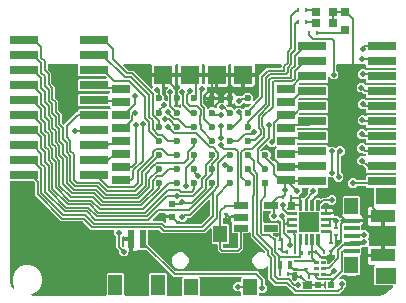
<source format=gbr>
G04 EAGLE Gerber RS-274X export*
G75*
%MOMM*%
%FSLAX34Y34*%
%LPD*%
%INTop Copper*%
%IPPOS*%
%AMOC8*
5,1,8,0,0,1.08239X$1,22.5*%
G01*
%ADD10C,0.088500*%
%ADD11R,1.700000X1.325000*%
%ADD12R,1.150000X1.400000*%
%ADD13R,1.350000X0.400000*%
%ADD14R,2.100000X1.100000*%
%ADD15R,0.250000X0.350000*%
%ADD16R,0.350000X0.250000*%
%ADD17C,0.065000*%
%ADD18R,1.680000X1.680000*%
%ADD19C,0.504800*%
%ADD20R,1.200000X1.400000*%
%ADD21R,0.355600X0.660400*%
%ADD22R,0.800000X0.800000*%
%ADD23R,0.600000X0.500000*%
%ADD24C,0.075000*%
%ADD25R,0.500000X0.600000*%
%ADD26R,0.600000X1.550000*%
%ADD27R,1.200000X1.800000*%
%ADD28R,2.400000X0.760000*%
%ADD29R,1.500000X0.700000*%
%ADD30C,0.600000*%
%ADD31R,0.600000X0.600000*%
%ADD32R,1.500000X1.500000*%
%ADD33C,0.152400*%

G36*
X386943Y422043D02*
X386943Y422043D01*
X386981Y422042D01*
X389484Y422239D01*
X389489Y422240D01*
X389495Y422240D01*
X389659Y422274D01*
X394421Y423821D01*
X394453Y423837D01*
X394487Y423846D01*
X394633Y423929D01*
X398683Y426872D01*
X398709Y426897D01*
X398739Y426916D01*
X398852Y427040D01*
X400833Y429766D01*
X400838Y429777D01*
X400846Y429786D01*
X400893Y429886D01*
X400943Y429986D01*
X400945Y429998D01*
X400950Y430009D01*
X400962Y430119D01*
X400978Y430230D01*
X400976Y430242D01*
X400977Y430253D01*
X400953Y430362D01*
X400933Y430472D01*
X400927Y430482D01*
X400925Y430494D01*
X400868Y430589D01*
X400813Y430687D01*
X400805Y430695D01*
X400798Y430705D01*
X400714Y430777D01*
X400632Y430852D01*
X400621Y430857D01*
X400612Y430865D01*
X400508Y430907D01*
X400406Y430951D01*
X400395Y430952D01*
X400383Y430957D01*
X400217Y430975D01*
X385635Y430975D01*
X384742Y431868D01*
X384742Y446381D01*
X385270Y446910D01*
X385312Y446968D01*
X385361Y447020D01*
X385383Y447067D01*
X385414Y447109D01*
X385435Y447178D01*
X385465Y447243D01*
X385471Y447295D01*
X385486Y447344D01*
X385484Y447416D01*
X385492Y447487D01*
X385481Y447538D01*
X385480Y447590D01*
X385455Y447658D01*
X385440Y447728D01*
X385413Y447772D01*
X385395Y447821D01*
X385350Y447877D01*
X385314Y447939D01*
X385274Y447973D01*
X385242Y448013D01*
X385181Y448052D01*
X385127Y448099D01*
X385078Y448118D01*
X385035Y448146D01*
X384965Y448164D01*
X384899Y448191D01*
X384827Y448199D01*
X384796Y448206D01*
X384773Y448205D01*
X384732Y448209D01*
X381932Y448209D01*
X381286Y448382D01*
X380707Y448717D01*
X380234Y449190D01*
X379899Y449769D01*
X379726Y450415D01*
X379726Y454727D01*
X392005Y454727D01*
X392024Y454730D01*
X392044Y454728D01*
X392145Y454750D01*
X392247Y454766D01*
X392265Y454776D01*
X392284Y454780D01*
X392373Y454833D01*
X392465Y454882D01*
X392478Y454896D01*
X392496Y454906D01*
X392563Y454985D01*
X392634Y455060D01*
X392642Y455078D01*
X392655Y455093D01*
X392694Y455189D01*
X392738Y455283D01*
X392740Y455303D01*
X392747Y455321D01*
X392766Y455488D01*
X392766Y456251D01*
X393529Y456251D01*
X393548Y456254D01*
X393568Y456252D01*
X393669Y456274D01*
X393771Y456291D01*
X393789Y456300D01*
X393808Y456304D01*
X393897Y456357D01*
X393989Y456406D01*
X394002Y456420D01*
X394020Y456430D01*
X394087Y456509D01*
X394158Y456584D01*
X394166Y456602D01*
X394179Y456617D01*
X394218Y456713D01*
X394262Y456807D01*
X394264Y456827D01*
X394271Y456845D01*
X394290Y457012D01*
X394290Y464291D01*
X402923Y464291D01*
X402942Y464294D01*
X402962Y464292D01*
X403063Y464314D01*
X403166Y464330D01*
X403183Y464340D01*
X403203Y464344D01*
X403292Y464397D01*
X403383Y464445D01*
X403397Y464460D01*
X403414Y464470D01*
X403481Y464549D01*
X403552Y464624D01*
X403561Y464642D01*
X403574Y464657D01*
X403612Y464753D01*
X403656Y464847D01*
X403658Y464867D01*
X403666Y464885D01*
X403684Y465052D01*
X403684Y480448D01*
X403681Y480468D01*
X403683Y480487D01*
X403661Y480589D01*
X403644Y480691D01*
X403635Y480708D01*
X403631Y480728D01*
X403578Y480817D01*
X403529Y480908D01*
X403515Y480922D01*
X403505Y480939D01*
X403426Y481006D01*
X403351Y481077D01*
X403333Y481086D01*
X403318Y481099D01*
X403221Y481138D01*
X403128Y481181D01*
X403108Y481183D01*
X403089Y481191D01*
X402923Y481209D01*
X394290Y481209D01*
X394290Y488488D01*
X394287Y488507D01*
X394289Y488527D01*
X394267Y488629D01*
X394250Y488731D01*
X394241Y488748D01*
X394237Y488768D01*
X394183Y488857D01*
X394135Y488948D01*
X394121Y488962D01*
X394110Y488979D01*
X394032Y489046D01*
X393957Y489117D01*
X393939Y489126D01*
X393923Y489139D01*
X393827Y489177D01*
X393734Y489221D01*
X393714Y489223D01*
X393695Y489231D01*
X393529Y489249D01*
X392766Y489249D01*
X392766Y490012D01*
X392763Y490032D01*
X392765Y490051D01*
X392743Y490153D01*
X392726Y490255D01*
X392717Y490272D01*
X392713Y490292D01*
X392659Y490381D01*
X392611Y490472D01*
X392597Y490486D01*
X392586Y490503D01*
X392508Y490570D01*
X392433Y490641D01*
X392415Y490650D01*
X392399Y490663D01*
X392303Y490701D01*
X392210Y490745D01*
X392190Y490747D01*
X392171Y490755D01*
X392005Y490773D01*
X379726Y490773D01*
X379726Y495084D01*
X379899Y495731D01*
X380234Y496310D01*
X380707Y496783D01*
X381286Y497117D01*
X381932Y497291D01*
X384732Y497291D01*
X384803Y497302D01*
X384874Y497304D01*
X384923Y497322D01*
X384975Y497330D01*
X385038Y497364D01*
X385105Y497389D01*
X385146Y497421D01*
X385192Y497445D01*
X385241Y497497D01*
X385297Y497542D01*
X385325Y497586D01*
X385361Y497624D01*
X385392Y497689D01*
X385430Y497749D01*
X385443Y497800D01*
X385465Y497847D01*
X385473Y497918D01*
X385490Y497988D01*
X385486Y498040D01*
X385492Y498091D01*
X385477Y498161D01*
X385471Y498233D01*
X385451Y498281D01*
X385440Y498332D01*
X385403Y498393D01*
X385375Y498459D01*
X385330Y498515D01*
X385314Y498543D01*
X385296Y498558D01*
X385270Y498590D01*
X384742Y499118D01*
X384742Y512889D01*
X384739Y512909D01*
X384741Y512929D01*
X384719Y513030D01*
X384702Y513132D01*
X384693Y513150D01*
X384689Y513169D01*
X384635Y513258D01*
X384587Y513349D01*
X384573Y513363D01*
X384562Y513380D01*
X384484Y513448D01*
X384409Y513519D01*
X384391Y513527D01*
X384376Y513540D01*
X384279Y513579D01*
X384186Y513622D01*
X384166Y513625D01*
X384147Y513632D01*
X383981Y513651D01*
X378968Y513651D01*
X378075Y514544D01*
X378075Y514604D01*
X378072Y514624D01*
X378074Y514643D01*
X378052Y514745D01*
X378035Y514847D01*
X378026Y514864D01*
X378022Y514884D01*
X377969Y514973D01*
X377920Y515064D01*
X377906Y515078D01*
X377896Y515095D01*
X377817Y515162D01*
X377742Y515234D01*
X377724Y515242D01*
X377709Y515255D01*
X377613Y515294D01*
X377519Y515337D01*
X377499Y515339D01*
X377481Y515347D01*
X377314Y515365D01*
X370784Y515365D01*
X370694Y515351D01*
X370603Y515343D01*
X370574Y515331D01*
X370542Y515326D01*
X370461Y515283D01*
X370377Y515247D01*
X370345Y515221D01*
X370324Y515210D01*
X370302Y515187D01*
X370246Y515142D01*
X368636Y513532D01*
X365282Y513532D01*
X362910Y515904D01*
X362910Y519258D01*
X365282Y521629D01*
X368636Y521629D01*
X370103Y520162D01*
X370177Y520109D01*
X370247Y520049D01*
X370277Y520037D01*
X370303Y520018D01*
X370390Y519991D01*
X370475Y519957D01*
X370516Y519953D01*
X370538Y519946D01*
X370570Y519947D01*
X370642Y519939D01*
X377314Y519939D01*
X377334Y519942D01*
X377353Y519940D01*
X377455Y519962D01*
X377557Y519978D01*
X377574Y519988D01*
X377594Y519992D01*
X377683Y520045D01*
X377774Y520094D01*
X377788Y520108D01*
X377805Y520118D01*
X377872Y520197D01*
X377943Y520272D01*
X377952Y520290D01*
X377965Y520305D01*
X378003Y520401D01*
X378047Y520495D01*
X378049Y520515D01*
X378057Y520533D01*
X378075Y520700D01*
X378075Y523407D01*
X378968Y524300D01*
X402923Y524300D01*
X402942Y524303D01*
X402962Y524301D01*
X403063Y524323D01*
X403166Y524340D01*
X403183Y524349D01*
X403203Y524353D01*
X403292Y524407D01*
X403383Y524455D01*
X403397Y524469D01*
X403414Y524479D01*
X403481Y524558D01*
X403552Y524633D01*
X403561Y524651D01*
X403574Y524666D01*
X403612Y524763D01*
X403656Y524856D01*
X403658Y524876D01*
X403666Y524895D01*
X403684Y525061D01*
X403684Y525589D01*
X403682Y525601D01*
X403683Y525609D01*
X403682Y525616D01*
X403683Y525629D01*
X403661Y525730D01*
X403644Y525832D01*
X403635Y525850D01*
X403631Y525869D01*
X403578Y525958D01*
X403529Y526049D01*
X403515Y526063D01*
X403505Y526080D01*
X403426Y526148D01*
X403351Y526219D01*
X403333Y526227D01*
X403318Y526240D01*
X403221Y526279D01*
X403128Y526322D01*
X403108Y526325D01*
X403089Y526332D01*
X402923Y526351D01*
X378968Y526351D01*
X378075Y527244D01*
X378075Y529778D01*
X378060Y529869D01*
X378053Y529959D01*
X378041Y529989D01*
X378035Y530021D01*
X377993Y530102D01*
X377957Y530186D01*
X377931Y530218D01*
X377920Y530239D01*
X377897Y530261D01*
X377852Y530317D01*
X375942Y532227D01*
X375868Y532280D01*
X375798Y532340D01*
X375768Y532352D01*
X375742Y532371D01*
X375655Y532397D01*
X375570Y532432D01*
X375529Y532436D01*
X375507Y532443D01*
X375475Y532442D01*
X375403Y532450D01*
X373227Y532450D01*
X370855Y534822D01*
X370855Y538176D01*
X373227Y540548D01*
X376581Y540548D01*
X376776Y540353D01*
X376834Y540311D01*
X376886Y540262D01*
X376933Y540240D01*
X376975Y540209D01*
X377044Y540188D01*
X377109Y540158D01*
X377161Y540152D01*
X377210Y540137D01*
X377282Y540139D01*
X377353Y540131D01*
X377404Y540142D01*
X377456Y540143D01*
X377524Y540168D01*
X377594Y540183D01*
X377638Y540210D01*
X377687Y540228D01*
X377743Y540273D01*
X377805Y540309D01*
X377839Y540349D01*
X377879Y540382D01*
X377918Y540442D01*
X377965Y540496D01*
X377984Y540545D01*
X378012Y540588D01*
X378030Y540658D01*
X378057Y540725D01*
X378065Y540796D01*
X378072Y540827D01*
X378071Y540850D01*
X378075Y540891D01*
X378075Y541327D01*
X378072Y541347D01*
X378074Y541367D01*
X378052Y541468D01*
X378035Y541570D01*
X378026Y541588D01*
X378022Y541607D01*
X377969Y541696D01*
X377920Y541787D01*
X377906Y541801D01*
X377896Y541818D01*
X377817Y541886D01*
X377742Y541957D01*
X377724Y541965D01*
X377709Y541978D01*
X377613Y542017D01*
X377519Y542060D01*
X377499Y542063D01*
X377481Y542070D01*
X377314Y542089D01*
X376621Y542089D01*
X375891Y542819D01*
X375817Y542872D01*
X375748Y542931D01*
X375717Y542944D01*
X375691Y542962D01*
X375604Y542989D01*
X375519Y543023D01*
X375478Y543028D01*
X375456Y543035D01*
X375424Y543034D01*
X375353Y543042D01*
X373176Y543042D01*
X370804Y545414D01*
X370804Y548768D01*
X373176Y551139D01*
X376530Y551139D01*
X377931Y549739D01*
X377947Y549727D01*
X377959Y549712D01*
X378046Y549656D01*
X378130Y549595D01*
X378149Y549590D01*
X378166Y549579D01*
X378267Y549553D01*
X378365Y549523D01*
X378385Y549524D01*
X378405Y549519D01*
X378508Y549527D01*
X378611Y549529D01*
X378630Y549536D01*
X378650Y549538D01*
X378745Y549578D01*
X378842Y549614D01*
X378858Y549626D01*
X378876Y549634D01*
X378959Y549700D01*
X402923Y549700D01*
X402942Y549703D01*
X402962Y549701D01*
X403063Y549723D01*
X403166Y549740D01*
X403183Y549749D01*
X403203Y549753D01*
X403292Y549807D01*
X403383Y549855D01*
X403397Y549869D01*
X403414Y549879D01*
X403481Y549958D01*
X403552Y550033D01*
X403561Y550051D01*
X403574Y550066D01*
X403612Y550163D01*
X403656Y550256D01*
X403658Y550276D01*
X403666Y550295D01*
X403684Y550461D01*
X403684Y550989D01*
X403681Y551009D01*
X403683Y551029D01*
X403661Y551130D01*
X403644Y551232D01*
X403635Y551250D01*
X403631Y551269D01*
X403578Y551358D01*
X403529Y551449D01*
X403515Y551463D01*
X403505Y551480D01*
X403426Y551548D01*
X403351Y551619D01*
X403333Y551627D01*
X403318Y551640D01*
X403221Y551679D01*
X403128Y551722D01*
X403108Y551725D01*
X403089Y551732D01*
X402923Y551751D01*
X378968Y551751D01*
X378075Y552644D01*
X378075Y554027D01*
X378072Y554047D01*
X378074Y554067D01*
X378052Y554168D01*
X378035Y554270D01*
X378026Y554288D01*
X378022Y554307D01*
X377969Y554396D01*
X377920Y554487D01*
X377906Y554501D01*
X377896Y554518D01*
X377817Y554586D01*
X377742Y554657D01*
X377724Y554665D01*
X377709Y554678D01*
X377613Y554717D01*
X377519Y554760D01*
X377499Y554763D01*
X377481Y554770D01*
X377314Y554789D01*
X376756Y554789D01*
X376666Y554774D01*
X376574Y554767D01*
X376560Y554760D01*
X373058Y554760D01*
X370687Y557132D01*
X370687Y560486D01*
X373058Y562858D01*
X376412Y562858D01*
X377381Y561889D01*
X377397Y561878D01*
X377410Y561862D01*
X377497Y561806D01*
X377581Y561746D01*
X377600Y561740D01*
X377616Y561729D01*
X377717Y561704D01*
X377816Y561673D01*
X377836Y561674D01*
X377855Y561669D01*
X377958Y561677D01*
X378062Y561680D01*
X378080Y561687D01*
X378100Y561688D01*
X378195Y561728D01*
X378293Y561764D01*
X378308Y561777D01*
X378327Y561784D01*
X378457Y561889D01*
X378968Y562400D01*
X402923Y562400D01*
X402942Y562403D01*
X402962Y562401D01*
X403063Y562423D01*
X403166Y562440D01*
X403183Y562449D01*
X403203Y562453D01*
X403292Y562507D01*
X403383Y562555D01*
X403397Y562569D01*
X403414Y562579D01*
X403481Y562658D01*
X403552Y562733D01*
X403561Y562751D01*
X403574Y562766D01*
X403612Y562863D01*
X403656Y562956D01*
X403658Y562976D01*
X403666Y562995D01*
X403684Y563161D01*
X403684Y563689D01*
X403681Y563709D01*
X403683Y563729D01*
X403661Y563830D01*
X403644Y563932D01*
X403635Y563950D01*
X403631Y563969D01*
X403578Y564058D01*
X403529Y564149D01*
X403515Y564163D01*
X403505Y564180D01*
X403426Y564248D01*
X403351Y564319D01*
X403333Y564327D01*
X403318Y564340D01*
X403221Y564379D01*
X403128Y564422D01*
X403108Y564425D01*
X403089Y564432D01*
X402923Y564451D01*
X378968Y564451D01*
X378075Y565344D01*
X378075Y565914D01*
X378064Y565984D01*
X378062Y566056D01*
X378044Y566105D01*
X378035Y566156D01*
X378002Y566220D01*
X377977Y566287D01*
X377945Y566328D01*
X377920Y566374D01*
X377868Y566423D01*
X377823Y566479D01*
X377780Y566507D01*
X377742Y566543D01*
X377677Y566574D01*
X377616Y566612D01*
X377566Y566625D01*
X377519Y566647D01*
X377448Y566655D01*
X377378Y566672D01*
X377326Y566668D01*
X377274Y566674D01*
X377204Y566659D01*
X377133Y566653D01*
X377085Y566633D01*
X377034Y566622D01*
X377020Y566613D01*
X373583Y566613D01*
X371211Y568985D01*
X371211Y572339D01*
X373583Y574711D01*
X376937Y574711D01*
X377219Y574428D01*
X377236Y574416D01*
X377248Y574401D01*
X377335Y574345D01*
X377419Y574284D01*
X377438Y574278D01*
X377455Y574268D01*
X377555Y574242D01*
X377654Y574212D01*
X377674Y574212D01*
X377693Y574207D01*
X377796Y574215D01*
X377900Y574218D01*
X377919Y574225D01*
X377939Y574227D01*
X378034Y574267D01*
X378131Y574303D01*
X378147Y574315D01*
X378165Y574323D01*
X378296Y574428D01*
X378968Y575100D01*
X402923Y575100D01*
X402942Y575103D01*
X402962Y575101D01*
X403063Y575123D01*
X403166Y575140D01*
X403183Y575149D01*
X403203Y575153D01*
X403292Y575207D01*
X403383Y575255D01*
X403397Y575269D01*
X403414Y575279D01*
X403481Y575358D01*
X403552Y575433D01*
X403561Y575451D01*
X403574Y575466D01*
X403612Y575563D01*
X403656Y575656D01*
X403658Y575676D01*
X403666Y575695D01*
X403684Y575861D01*
X403684Y576389D01*
X403681Y576409D01*
X403683Y576429D01*
X403661Y576530D01*
X403644Y576632D01*
X403635Y576650D01*
X403631Y576669D01*
X403578Y576758D01*
X403529Y576849D01*
X403515Y576863D01*
X403505Y576880D01*
X403426Y576948D01*
X403351Y577019D01*
X403333Y577027D01*
X403318Y577040D01*
X403221Y577079D01*
X403128Y577122D01*
X403108Y577125D01*
X403089Y577132D01*
X402923Y577151D01*
X378968Y577151D01*
X378075Y578044D01*
X378075Y579427D01*
X378072Y579447D01*
X378074Y579467D01*
X378052Y579568D01*
X378035Y579670D01*
X378026Y579688D01*
X378022Y579707D01*
X377969Y579796D01*
X377920Y579887D01*
X377906Y579901D01*
X377896Y579918D01*
X377817Y579986D01*
X377742Y580057D01*
X377724Y580065D01*
X377709Y580078D01*
X377613Y580117D01*
X377519Y580160D01*
X377499Y580163D01*
X377481Y580170D01*
X377314Y580189D01*
X376199Y580189D01*
X376161Y580200D01*
X376076Y580234D01*
X376035Y580239D01*
X376013Y580246D01*
X375980Y580245D01*
X375909Y580253D01*
X373733Y580253D01*
X371361Y582625D01*
X371361Y585979D01*
X373733Y588350D01*
X377087Y588350D01*
X377764Y587673D01*
X377781Y587661D01*
X377793Y587645D01*
X377880Y587589D01*
X377964Y587529D01*
X377983Y587523D01*
X378000Y587512D01*
X378100Y587487D01*
X378199Y587457D01*
X378219Y587457D01*
X378238Y587452D01*
X378341Y587460D01*
X378445Y587463D01*
X378464Y587470D01*
X378484Y587472D01*
X378579Y587512D01*
X378676Y587548D01*
X378692Y587560D01*
X378710Y587568D01*
X378841Y587673D01*
X378968Y587800D01*
X402923Y587800D01*
X402942Y587803D01*
X402962Y587801D01*
X403063Y587823D01*
X403166Y587840D01*
X403183Y587849D01*
X403203Y587853D01*
X403292Y587907D01*
X403383Y587955D01*
X403397Y587969D01*
X403414Y587979D01*
X403481Y588058D01*
X403552Y588133D01*
X403561Y588151D01*
X403574Y588166D01*
X403612Y588262D01*
X403656Y588356D01*
X403658Y588376D01*
X403666Y588395D01*
X403684Y588561D01*
X403684Y589089D01*
X403681Y589109D01*
X403683Y589129D01*
X403661Y589230D01*
X403644Y589332D01*
X403635Y589350D01*
X403631Y589369D01*
X403578Y589458D01*
X403529Y589549D01*
X403515Y589563D01*
X403505Y589580D01*
X403426Y589648D01*
X403351Y589719D01*
X403333Y589727D01*
X403318Y589740D01*
X403221Y589779D01*
X403128Y589822D01*
X403108Y589825D01*
X403089Y589832D01*
X402923Y589851D01*
X378968Y589851D01*
X378075Y590744D01*
X378075Y592127D01*
X378072Y592147D01*
X378074Y592167D01*
X378052Y592268D01*
X378035Y592370D01*
X378026Y592388D01*
X378022Y592407D01*
X377969Y592496D01*
X377920Y592587D01*
X377906Y592601D01*
X377896Y592618D01*
X377817Y592686D01*
X377742Y592757D01*
X377724Y592765D01*
X377709Y592778D01*
X377613Y592817D01*
X377519Y592860D01*
X377499Y592863D01*
X377481Y592870D01*
X377314Y592889D01*
X376494Y592889D01*
X375434Y593949D01*
X375360Y594002D01*
X375290Y594062D01*
X375260Y594074D01*
X375234Y594093D01*
X375147Y594119D01*
X375062Y594154D01*
X375021Y594158D01*
X374999Y594165D01*
X374967Y594164D01*
X374895Y594172D01*
X372719Y594172D01*
X370347Y596544D01*
X370347Y599898D01*
X372719Y602270D01*
X376073Y602270D01*
X377867Y600475D01*
X377883Y600464D01*
X377896Y600448D01*
X377983Y600392D01*
X378067Y600332D01*
X378086Y600326D01*
X378103Y600315D01*
X378203Y600290D01*
X378302Y600259D01*
X378322Y600260D01*
X378341Y600255D01*
X378444Y600263D01*
X378548Y600266D01*
X378567Y600273D01*
X378586Y600274D01*
X378682Y600315D01*
X378779Y600350D01*
X378794Y600363D01*
X378813Y600371D01*
X378944Y600475D01*
X378968Y600500D01*
X402923Y600500D01*
X402942Y600503D01*
X402962Y600501D01*
X403063Y600523D01*
X403166Y600540D01*
X403183Y600549D01*
X403203Y600553D01*
X403292Y600607D01*
X403383Y600655D01*
X403397Y600669D01*
X403414Y600679D01*
X403481Y600758D01*
X403552Y600833D01*
X403561Y600851D01*
X403574Y600866D01*
X403612Y600963D01*
X403656Y601056D01*
X403658Y601076D01*
X403666Y601095D01*
X403684Y601261D01*
X403684Y601789D01*
X403681Y601809D01*
X403683Y601829D01*
X403661Y601930D01*
X403644Y602032D01*
X403635Y602050D01*
X403631Y602069D01*
X403578Y602158D01*
X403529Y602249D01*
X403515Y602263D01*
X403505Y602280D01*
X403426Y602348D01*
X403351Y602419D01*
X403333Y602427D01*
X403318Y602440D01*
X403221Y602479D01*
X403128Y602522D01*
X403108Y602525D01*
X403089Y602532D01*
X402923Y602551D01*
X378968Y602551D01*
X378075Y603444D01*
X378075Y605171D01*
X378072Y605191D01*
X378074Y605210D01*
X378052Y605312D01*
X378035Y605414D01*
X378026Y605431D01*
X378022Y605451D01*
X377969Y605540D01*
X377920Y605631D01*
X377906Y605645D01*
X377896Y605662D01*
X377817Y605729D01*
X377742Y605801D01*
X377724Y605809D01*
X377709Y605822D01*
X377613Y605861D01*
X377519Y605904D01*
X377499Y605906D01*
X377481Y605914D01*
X377314Y605932D01*
X373733Y605932D01*
X371361Y608304D01*
X371361Y611658D01*
X373733Y614030D01*
X377087Y614030D01*
X377904Y613212D01*
X377920Y613201D01*
X377933Y613185D01*
X378020Y613129D01*
X378104Y613069D01*
X378123Y613063D01*
X378140Y613052D01*
X378240Y613027D01*
X378339Y612996D01*
X378359Y612997D01*
X378378Y612992D01*
X378481Y613000D01*
X378585Y613003D01*
X378604Y613010D01*
X378623Y613011D01*
X378718Y613052D01*
X378816Y613087D01*
X378831Y613100D01*
X378850Y613108D01*
X378965Y613200D01*
X402923Y613200D01*
X402942Y613203D01*
X402962Y613201D01*
X403063Y613223D01*
X403166Y613240D01*
X403183Y613249D01*
X403203Y613253D01*
X403292Y613307D01*
X403383Y613355D01*
X403397Y613369D01*
X403414Y613379D01*
X403481Y613458D01*
X403552Y613533D01*
X403561Y613551D01*
X403574Y613566D01*
X403612Y613663D01*
X403656Y613756D01*
X403658Y613776D01*
X403666Y613795D01*
X403684Y613961D01*
X403684Y614489D01*
X403681Y614509D01*
X403683Y614529D01*
X403661Y614630D01*
X403644Y614732D01*
X403635Y614750D01*
X403631Y614769D01*
X403578Y614858D01*
X403529Y614949D01*
X403515Y614963D01*
X403505Y614980D01*
X403426Y615048D01*
X403351Y615119D01*
X403333Y615127D01*
X403318Y615140D01*
X403221Y615179D01*
X403128Y615222D01*
X403108Y615225D01*
X403089Y615232D01*
X402923Y615251D01*
X378968Y615251D01*
X378075Y616144D01*
X378075Y617220D01*
X378072Y617240D01*
X378074Y617259D01*
X378052Y617361D01*
X378035Y617463D01*
X378026Y617480D01*
X378022Y617500D01*
X377969Y617589D01*
X377920Y617680D01*
X377906Y617694D01*
X377896Y617711D01*
X377817Y617778D01*
X377742Y617850D01*
X377724Y617858D01*
X377709Y617871D01*
X377613Y617910D01*
X377519Y617953D01*
X377499Y617955D01*
X377481Y617963D01*
X377314Y617981D01*
X353797Y617981D01*
X353777Y617978D01*
X353757Y617980D01*
X353656Y617958D01*
X353554Y617942D01*
X353536Y617932D01*
X353517Y617928D01*
X353428Y617875D01*
X353336Y617826D01*
X353323Y617812D01*
X353306Y617802D01*
X353238Y617723D01*
X353167Y617648D01*
X353159Y617630D01*
X353146Y617615D01*
X353107Y617519D01*
X353063Y617425D01*
X353061Y617405D01*
X353054Y617387D01*
X353035Y617220D01*
X353035Y613024D01*
X353050Y612934D01*
X353057Y612843D01*
X353070Y612813D01*
X353075Y612781D01*
X353118Y612701D01*
X353153Y612617D01*
X353179Y612585D01*
X353190Y612564D01*
X353213Y612542D01*
X353258Y612486D01*
X354797Y610947D01*
X354797Y607593D01*
X352426Y605221D01*
X349072Y605221D01*
X347424Y606869D01*
X347366Y606910D01*
X347314Y606960D01*
X347267Y606982D01*
X347224Y607012D01*
X347156Y607033D01*
X347091Y607063D01*
X347039Y607069D01*
X346989Y607084D01*
X346918Y607083D01*
X346846Y607090D01*
X346796Y607079D01*
X346743Y607078D01*
X346676Y607053D01*
X346606Y607038D01*
X346561Y607011D01*
X346512Y606994D01*
X346456Y606949D01*
X346395Y606912D01*
X346361Y606872D01*
X346320Y606840D01*
X346282Y606780D01*
X346235Y606725D01*
X346216Y606677D01*
X346187Y606633D01*
X346170Y606564D01*
X346143Y606497D01*
X346135Y606426D01*
X346127Y606394D01*
X346129Y606371D01*
X346125Y606330D01*
X346125Y603444D01*
X345231Y602551D01*
X322672Y602551D01*
X322583Y602536D01*
X322491Y602529D01*
X322462Y602516D01*
X322430Y602511D01*
X322349Y602468D01*
X322265Y602432D01*
X322233Y602407D01*
X322212Y602396D01*
X322190Y602373D01*
X322134Y602328D01*
X321606Y601800D01*
X321564Y601741D01*
X321515Y601689D01*
X321493Y601642D01*
X321463Y601600D01*
X321441Y601531D01*
X321411Y601466D01*
X321406Y601415D01*
X321390Y601365D01*
X321392Y601293D01*
X321384Y601222D01*
X321395Y601171D01*
X321397Y601119D01*
X321421Y601052D01*
X321436Y600981D01*
X321463Y600937D01*
X321481Y600888D01*
X321526Y600832D01*
X321563Y600770D01*
X321602Y600736D01*
X321635Y600696D01*
X321695Y600657D01*
X321750Y600610D01*
X321798Y600591D01*
X321842Y600563D01*
X321911Y600545D01*
X321978Y600518D01*
X322049Y600511D01*
X322080Y600503D01*
X322103Y600505D01*
X322144Y600500D01*
X345231Y600500D01*
X346125Y599607D01*
X346125Y590744D01*
X345231Y589851D01*
X322190Y589851D01*
X322100Y589836D01*
X322009Y589829D01*
X321979Y589816D01*
X321947Y589811D01*
X321867Y589768D01*
X321783Y589732D01*
X321750Y589707D01*
X321730Y589696D01*
X321708Y589673D01*
X321652Y589628D01*
X321124Y589100D01*
X321082Y589041D01*
X321032Y588989D01*
X321010Y588942D01*
X320980Y588900D01*
X320959Y588831D01*
X320929Y588766D01*
X320923Y588715D01*
X320908Y588665D01*
X320909Y588593D01*
X320902Y588522D01*
X320913Y588471D01*
X320914Y588419D01*
X320939Y588352D01*
X320954Y588281D01*
X320981Y588237D01*
X320998Y588188D01*
X321043Y588132D01*
X321080Y588070D01*
X321120Y588036D01*
X321152Y587996D01*
X321212Y587957D01*
X321267Y587910D01*
X321315Y587891D01*
X321359Y587863D01*
X321428Y587845D01*
X321495Y587818D01*
X321566Y587811D01*
X321598Y587803D01*
X321621Y587805D01*
X321662Y587800D01*
X345231Y587800D01*
X346125Y586907D01*
X346125Y578044D01*
X345231Y577151D01*
X322413Y577151D01*
X322323Y577136D01*
X322232Y577129D01*
X322203Y577116D01*
X322171Y577111D01*
X322090Y577068D01*
X322006Y577032D01*
X321974Y577007D01*
X321953Y576996D01*
X321931Y576972D01*
X321875Y576928D01*
X321347Y576400D01*
X321305Y576341D01*
X321256Y576289D01*
X321234Y576242D01*
X321204Y576200D01*
X321182Y576131D01*
X321152Y576066D01*
X321146Y576015D01*
X321131Y575965D01*
X321133Y575893D01*
X321125Y575822D01*
X321136Y575771D01*
X321138Y575719D01*
X321162Y575651D01*
X321177Y575581D01*
X321204Y575537D01*
X321222Y575488D01*
X321267Y575432D01*
X321304Y575370D01*
X321343Y575336D01*
X321376Y575296D01*
X321436Y575257D01*
X321490Y575210D01*
X321539Y575191D01*
X321583Y575163D01*
X321652Y575145D01*
X321719Y575118D01*
X321790Y575111D01*
X321821Y575103D01*
X321844Y575105D01*
X321885Y575100D01*
X345231Y575100D01*
X346125Y574207D01*
X346125Y565344D01*
X345231Y564451D01*
X320220Y564451D01*
X320200Y564447D01*
X320180Y564450D01*
X320079Y564428D01*
X319977Y564411D01*
X319960Y564402D01*
X319940Y564397D01*
X319851Y564344D01*
X319760Y564296D01*
X319746Y564281D01*
X319729Y564271D01*
X319662Y564192D01*
X319590Y564117D01*
X319582Y564099D01*
X319569Y564084D01*
X319530Y563988D01*
X319487Y563894D01*
X319485Y563875D01*
X319477Y563856D01*
X319459Y563689D01*
X319459Y563161D01*
X319462Y563142D01*
X319460Y563122D01*
X319482Y563021D01*
X319498Y562919D01*
X319508Y562901D01*
X319512Y562881D01*
X319565Y562792D01*
X319613Y562701D01*
X319628Y562687D01*
X319638Y562670D01*
X319717Y562603D01*
X319792Y562532D01*
X319810Y562523D01*
X319825Y562510D01*
X319921Y562472D01*
X320015Y562428D01*
X320035Y562426D01*
X320053Y562418D01*
X320220Y562400D01*
X345231Y562400D01*
X346125Y561507D01*
X346125Y552644D01*
X345231Y551751D01*
X320220Y551751D01*
X320200Y551747D01*
X320180Y551750D01*
X320079Y551728D01*
X319977Y551711D01*
X319960Y551702D01*
X319940Y551697D01*
X319851Y551644D01*
X319760Y551596D01*
X319746Y551581D01*
X319729Y551571D01*
X319662Y551492D01*
X319590Y551417D01*
X319582Y551399D01*
X319569Y551384D01*
X319530Y551288D01*
X319487Y551194D01*
X319485Y551175D01*
X319477Y551156D01*
X319459Y550989D01*
X319459Y550461D01*
X319462Y550442D01*
X319460Y550422D01*
X319482Y550321D01*
X319498Y550219D01*
X319508Y550201D01*
X319512Y550181D01*
X319565Y550092D01*
X319613Y550001D01*
X319628Y549987D01*
X319638Y549970D01*
X319717Y549903D01*
X319792Y549832D01*
X319810Y549823D01*
X319825Y549810D01*
X319921Y549772D01*
X320015Y549728D01*
X320035Y549726D01*
X320053Y549718D01*
X320220Y549700D01*
X345231Y549700D01*
X346125Y548807D01*
X346125Y548576D01*
X346136Y548505D01*
X346138Y548433D01*
X346156Y548384D01*
X346164Y548333D01*
X346198Y548270D01*
X346222Y548202D01*
X346255Y548162D01*
X346279Y548116D01*
X346331Y548066D01*
X346376Y548010D01*
X346420Y547982D01*
X346458Y547946D01*
X346523Y547916D01*
X346583Y547877D01*
X346634Y547865D01*
X346681Y547843D01*
X346752Y547835D01*
X346822Y547817D01*
X346874Y547821D01*
X346925Y547816D01*
X346995Y547831D01*
X347067Y547836D01*
X347115Y547857D01*
X347166Y547868D01*
X347227Y547905D01*
X347293Y547933D01*
X347349Y547978D01*
X347377Y547994D01*
X347392Y548012D01*
X347424Y548038D01*
X347768Y548382D01*
X351123Y548382D01*
X352117Y547387D01*
X352133Y547376D01*
X352146Y547360D01*
X352233Y547304D01*
X352317Y547244D01*
X352336Y547238D01*
X352353Y547227D01*
X352453Y547202D01*
X352552Y547171D01*
X352572Y547172D01*
X352591Y547167D01*
X352694Y547175D01*
X352798Y547178D01*
X352817Y547185D01*
X352836Y547186D01*
X352931Y547226D01*
X353029Y547262D01*
X353045Y547275D01*
X353063Y547282D01*
X353194Y547387D01*
X354660Y548854D01*
X358014Y548854D01*
X360386Y546482D01*
X360386Y543128D01*
X358014Y540756D01*
X357455Y540756D01*
X357435Y540753D01*
X357416Y540755D01*
X357314Y540733D01*
X357212Y540717D01*
X357195Y540707D01*
X357175Y540703D01*
X357086Y540650D01*
X356995Y540602D01*
X356981Y540587D01*
X356964Y540577D01*
X356897Y540498D01*
X356825Y540423D01*
X356817Y540405D01*
X356804Y540390D01*
X356765Y540294D01*
X356722Y540200D01*
X356720Y540180D01*
X356712Y540162D01*
X356694Y539995D01*
X356694Y526994D01*
X356708Y526904D01*
X356716Y526813D01*
X356728Y526784D01*
X356733Y526752D01*
X356776Y526671D01*
X356812Y526587D01*
X356838Y526555D01*
X356849Y526534D01*
X356872Y526512D01*
X356917Y526456D01*
X359065Y524307D01*
X359065Y520953D01*
X356694Y518582D01*
X353340Y518582D01*
X350968Y520953D01*
X350968Y521503D01*
X350965Y521523D01*
X350967Y521543D01*
X350945Y521644D01*
X350928Y521746D01*
X350919Y521764D01*
X350915Y521783D01*
X350861Y521872D01*
X350813Y521964D01*
X350799Y521977D01*
X350788Y521994D01*
X350710Y522062D01*
X350635Y522133D01*
X350617Y522141D01*
X350601Y522154D01*
X350505Y522193D01*
X350412Y522237D01*
X350392Y522239D01*
X350373Y522246D01*
X350207Y522265D01*
X347522Y522265D01*
X347424Y522363D01*
X347366Y522405D01*
X347314Y522454D01*
X347267Y522476D01*
X347224Y522506D01*
X347156Y522527D01*
X347091Y522558D01*
X347039Y522563D01*
X346989Y522579D01*
X346918Y522577D01*
X346846Y522585D01*
X346795Y522574D01*
X346743Y522572D01*
X346676Y522548D01*
X346606Y522532D01*
X346561Y522506D01*
X346512Y522488D01*
X346456Y522443D01*
X346395Y522406D01*
X346361Y522367D01*
X346320Y522334D01*
X346282Y522274D01*
X346235Y522219D01*
X346215Y522171D01*
X346187Y522127D01*
X346170Y522058D01*
X346143Y521991D01*
X346135Y521920D01*
X346127Y521889D01*
X346129Y521865D01*
X346125Y521824D01*
X346125Y514544D01*
X345231Y513651D01*
X338049Y513651D01*
X337978Y513639D01*
X337906Y513637D01*
X337857Y513619D01*
X337806Y513611D01*
X337743Y513577D01*
X337675Y513553D01*
X337635Y513520D01*
X337589Y513496D01*
X337540Y513444D01*
X337483Y513399D01*
X337455Y513355D01*
X337419Y513317D01*
X337389Y513252D01*
X337350Y513192D01*
X337338Y513142D01*
X337316Y513094D01*
X337308Y513023D01*
X337290Y512953D01*
X337294Y512902D01*
X337289Y512850D01*
X337304Y512780D01*
X337310Y512708D01*
X337330Y512660D01*
X337341Y512609D01*
X337378Y512548D01*
X337406Y512482D01*
X337451Y512426D01*
X337467Y512398D01*
X337485Y512383D01*
X337502Y512361D01*
X337502Y509005D01*
X335131Y506633D01*
X335117Y506633D01*
X335070Y506626D01*
X335022Y506627D01*
X334949Y506606D01*
X334874Y506594D01*
X334832Y506571D01*
X334786Y506558D01*
X334724Y506514D01*
X334657Y506479D01*
X334624Y506444D01*
X334585Y506416D01*
X334540Y506355D01*
X334488Y506300D01*
X334467Y506257D01*
X334439Y506218D01*
X334416Y506146D01*
X334384Y506077D01*
X334379Y506030D01*
X334364Y505984D01*
X334365Y505908D01*
X334357Y505833D01*
X334367Y505786D01*
X334368Y505738D01*
X334393Y505667D01*
X334409Y505592D01*
X334434Y505551D01*
X334450Y505506D01*
X334497Y505446D01*
X334535Y505381D01*
X334572Y505350D01*
X334601Y505312D01*
X334705Y505236D01*
X334722Y505221D01*
X334728Y505219D01*
X334737Y505213D01*
X334932Y505100D01*
X335152Y504880D01*
X335226Y504827D01*
X335296Y504767D01*
X335326Y504755D01*
X335352Y504736D01*
X335439Y504710D01*
X335524Y504675D01*
X335565Y504671D01*
X335587Y504664D01*
X335619Y504665D01*
X335690Y504657D01*
X338938Y504657D01*
X339215Y504380D01*
X339231Y504369D01*
X339243Y504353D01*
X339330Y504297D01*
X339414Y504237D01*
X339433Y504231D01*
X339450Y504220D01*
X339551Y504195D01*
X339649Y504165D01*
X339669Y504165D01*
X339689Y504160D01*
X339792Y504168D01*
X339895Y504171D01*
X339914Y504178D01*
X339934Y504179D01*
X340029Y504220D01*
X340126Y504255D01*
X340142Y504268D01*
X340160Y504276D01*
X340291Y504380D01*
X341133Y505223D01*
X345311Y505223D01*
X345401Y505237D01*
X345492Y505245D01*
X345522Y505257D01*
X345554Y505262D01*
X345635Y505305D01*
X345719Y505341D01*
X345751Y505367D01*
X345771Y505378D01*
X345794Y505401D01*
X345850Y505446D01*
X347389Y506985D01*
X350743Y506985D01*
X353114Y504613D01*
X353114Y501259D01*
X350743Y498887D01*
X347389Y498887D01*
X345850Y500426D01*
X345776Y500479D01*
X345706Y500539D01*
X345676Y500551D01*
X345650Y500570D01*
X345563Y500597D01*
X345478Y500631D01*
X345437Y500635D01*
X345415Y500642D01*
X345383Y500641D01*
X345311Y500649D01*
X343343Y500649D01*
X343253Y500635D01*
X343162Y500627D01*
X343132Y500615D01*
X343100Y500610D01*
X343020Y500567D01*
X342936Y500531D01*
X342904Y500505D01*
X342883Y500494D01*
X342861Y500471D01*
X342805Y500426D01*
X340245Y497866D01*
X340192Y497792D01*
X340132Y497723D01*
X340120Y497693D01*
X340101Y497666D01*
X340074Y497579D01*
X340040Y497495D01*
X340036Y497454D01*
X340029Y497431D01*
X340030Y497399D01*
X340022Y497328D01*
X340022Y496584D01*
X340025Y496564D01*
X340023Y496545D01*
X340045Y496443D01*
X340062Y496341D01*
X340071Y496324D01*
X340075Y496304D01*
X340128Y496215D01*
X340177Y496124D01*
X340191Y496110D01*
X340201Y496093D01*
X340280Y496026D01*
X340355Y495955D01*
X340373Y495946D01*
X340388Y495933D01*
X340484Y495895D01*
X340578Y495851D01*
X340598Y495849D01*
X340616Y495841D01*
X340783Y495823D01*
X343286Y495823D01*
X343286Y491982D01*
X343289Y491963D01*
X343287Y491943D01*
X343309Y491842D01*
X343325Y491740D01*
X343335Y491722D01*
X343339Y491703D01*
X343392Y491614D01*
X343440Y491522D01*
X343441Y491522D01*
X343455Y491509D01*
X343465Y491492D01*
X343466Y491491D01*
X343544Y491424D01*
X343619Y491352D01*
X343637Y491344D01*
X343653Y491331D01*
X343749Y491292D01*
X343842Y491249D01*
X343862Y491247D01*
X343881Y491239D01*
X344047Y491221D01*
X350888Y491221D01*
X350888Y490630D01*
X350867Y490553D01*
X350855Y490435D01*
X350842Y490317D01*
X350843Y490313D01*
X350843Y490309D01*
X350869Y490193D01*
X350895Y490077D01*
X350897Y490073D01*
X350898Y490069D01*
X350960Y489968D01*
X351021Y489865D01*
X351024Y489863D01*
X351026Y489859D01*
X351117Y489784D01*
X351208Y489706D01*
X351212Y489704D01*
X351215Y489701D01*
X351325Y489658D01*
X351436Y489614D01*
X351441Y489613D01*
X351444Y489612D01*
X351458Y489611D01*
X351603Y489595D01*
X354178Y489595D01*
X355574Y488199D01*
X355652Y488143D01*
X355725Y488082D01*
X355751Y488072D01*
X355774Y488055D01*
X355865Y488027D01*
X355954Y487993D01*
X355982Y487991D01*
X356009Y487983D01*
X356105Y487985D01*
X356200Y487981D01*
X356227Y487989D01*
X356255Y487989D01*
X356345Y488022D01*
X356436Y488048D01*
X356460Y488064D01*
X356486Y488074D01*
X356561Y488133D01*
X356639Y488187D01*
X356656Y488210D01*
X356678Y488228D01*
X356730Y488308D01*
X356787Y488384D01*
X356800Y488417D01*
X356811Y488434D01*
X356819Y488466D01*
X356848Y488540D01*
X356899Y488731D01*
X357234Y489310D01*
X357707Y489783D01*
X358111Y490017D01*
X358164Y490059D01*
X358222Y490094D01*
X358258Y490137D01*
X358302Y490172D01*
X358338Y490230D01*
X358382Y490281D01*
X358403Y490333D01*
X358432Y490381D01*
X358448Y490446D01*
X358473Y490509D01*
X358482Y490588D01*
X358490Y490620D01*
X358488Y490641D01*
X358492Y490676D01*
X358492Y492830D01*
X358485Y492874D01*
X358485Y492875D01*
X358484Y492881D01*
X358477Y492920D01*
X358470Y493011D01*
X358457Y493040D01*
X358452Y493072D01*
X358447Y493083D01*
X358447Y494387D01*
X358445Y494395D01*
X358446Y494398D01*
X358443Y494410D01*
X358444Y494451D01*
X358341Y495662D01*
X358360Y495709D01*
X358393Y495764D01*
X358406Y495822D01*
X358428Y495877D01*
X358439Y495973D01*
X358446Y496005D01*
X358444Y496020D01*
X358447Y496044D01*
X358447Y499269D01*
X358438Y499320D01*
X358440Y499371D01*
X358419Y499441D01*
X358407Y499512D01*
X358383Y499557D01*
X358368Y499606D01*
X358319Y499683D01*
X358442Y500840D01*
X358441Y500868D01*
X358447Y500921D01*
X358447Y502200D01*
X358473Y502267D01*
X358478Y502308D01*
X358485Y502330D01*
X358484Y502363D01*
X358492Y502434D01*
X358492Y505381D01*
X359385Y506275D01*
X362897Y506275D01*
X362971Y506287D01*
X363046Y506289D01*
X363109Y506309D01*
X363140Y506314D01*
X363162Y506326D01*
X363206Y506340D01*
X363318Y506390D01*
X364357Y506279D01*
X364385Y506280D01*
X364438Y506275D01*
X372148Y506275D01*
X373041Y505381D01*
X373041Y503212D01*
X373060Y503099D01*
X373076Y502985D01*
X373080Y502976D01*
X373081Y502969D01*
X373092Y502949D01*
X373143Y502831D01*
X373536Y502152D01*
X373536Y498971D01*
X373536Y493010D01*
X373143Y492331D01*
X373103Y492224D01*
X373060Y492117D01*
X373059Y492107D01*
X373056Y492101D01*
X373056Y492078D01*
X373041Y491950D01*
X373041Y490891D01*
X373049Y490847D01*
X373046Y490804D01*
X373068Y490727D01*
X373081Y490648D01*
X373102Y490609D01*
X373114Y490567D01*
X373159Y490501D01*
X373196Y490431D01*
X373228Y490400D01*
X373253Y490364D01*
X373317Y490316D01*
X373375Y490261D01*
X373414Y490243D01*
X373449Y490216D01*
X373585Y490164D01*
X373598Y490158D01*
X373601Y490157D01*
X373606Y490155D01*
X373747Y490117D01*
X374327Y489783D01*
X374800Y489310D01*
X375134Y488731D01*
X375307Y488084D01*
X375307Y486749D01*
X366255Y486749D01*
X366235Y486746D01*
X366215Y486748D01*
X366114Y486726D01*
X366012Y486709D01*
X366010Y486709D01*
X365983Y486721D01*
X365964Y486723D01*
X365945Y486731D01*
X365778Y486749D01*
X357311Y486749D01*
X357292Y486746D01*
X357272Y486748D01*
X357170Y486726D01*
X357068Y486709D01*
X357051Y486700D01*
X357031Y486696D01*
X356942Y486643D01*
X356851Y486594D01*
X356837Y486580D01*
X356820Y486570D01*
X356753Y486491D01*
X356682Y486416D01*
X356673Y486398D01*
X356660Y486383D01*
X356622Y486287D01*
X356578Y486193D01*
X356576Y486173D01*
X356568Y486155D01*
X356550Y485988D01*
X356550Y485512D01*
X356553Y485492D01*
X356551Y485472D01*
X356573Y485371D01*
X356590Y485269D01*
X356599Y485252D01*
X356603Y485232D01*
X356656Y485143D01*
X356705Y485052D01*
X356719Y485038D01*
X356729Y485021D01*
X356808Y484954D01*
X356883Y484882D01*
X356901Y484874D01*
X356916Y484861D01*
X357013Y484822D01*
X357106Y484779D01*
X357126Y484777D01*
X357144Y484769D01*
X357311Y484751D01*
X365778Y484751D01*
X365798Y484754D01*
X365818Y484752D01*
X365919Y484774D01*
X366021Y484790D01*
X366023Y484791D01*
X366050Y484779D01*
X366070Y484777D01*
X366088Y484769D01*
X366255Y484751D01*
X375307Y484751D01*
X375307Y483415D01*
X375134Y482769D01*
X374800Y482190D01*
X374514Y481904D01*
X374461Y481831D01*
X374402Y481761D01*
X374390Y481731D01*
X374371Y481705D01*
X374344Y481618D01*
X374310Y481533D01*
X374305Y481492D01*
X374298Y481470D01*
X374299Y481437D01*
X374291Y481366D01*
X374291Y478615D01*
X374295Y478595D01*
X374292Y478575D01*
X374314Y478474D01*
X374331Y478372D01*
X374340Y478354D01*
X374345Y478335D01*
X374398Y478246D01*
X374446Y478155D01*
X374461Y478141D01*
X374471Y478124D01*
X374550Y478056D01*
X374625Y477985D01*
X374643Y477977D01*
X374658Y477964D01*
X374754Y477925D01*
X374848Y477882D01*
X374867Y477879D01*
X374886Y477872D01*
X375053Y477853D01*
X378461Y477853D01*
X380833Y475482D01*
X380833Y472128D01*
X379740Y471035D01*
X379728Y471019D01*
X379713Y471006D01*
X379657Y470919D01*
X379597Y470835D01*
X379591Y470816D01*
X379580Y470799D01*
X379555Y470699D01*
X379524Y470600D01*
X379525Y470580D01*
X379520Y470561D01*
X379528Y470458D01*
X379531Y470354D01*
X379537Y470335D01*
X379539Y470316D01*
X379579Y470221D01*
X379615Y470123D01*
X379627Y470108D01*
X379635Y470089D01*
X379740Y469958D01*
X380869Y468830D01*
X380869Y465475D01*
X380841Y465438D01*
X380806Y465405D01*
X380770Y465338D01*
X380726Y465277D01*
X380712Y465231D01*
X380689Y465189D01*
X380676Y465114D01*
X380653Y465042D01*
X380655Y464994D01*
X380646Y464946D01*
X380658Y464871D01*
X380660Y464796D01*
X380676Y464751D01*
X380684Y464703D01*
X380718Y464636D01*
X380744Y464565D01*
X380774Y464527D01*
X380796Y464485D01*
X380851Y464432D01*
X380898Y464373D01*
X380938Y464347D01*
X380973Y464313D01*
X381041Y464281D01*
X381105Y464240D01*
X381151Y464228D01*
X381195Y464207D01*
X381270Y464198D01*
X381343Y464180D01*
X381391Y464183D01*
X381439Y464178D01*
X381567Y464197D01*
X381589Y464199D01*
X381595Y464201D01*
X381605Y464203D01*
X381932Y464291D01*
X391243Y464291D01*
X391243Y457773D01*
X379726Y457773D01*
X379726Y462084D01*
X379814Y462412D01*
X379819Y462460D01*
X379833Y462505D01*
X379831Y462581D01*
X379838Y462657D01*
X379827Y462703D01*
X379826Y462751D01*
X379800Y462823D01*
X379783Y462896D01*
X379758Y462937D01*
X379742Y462982D01*
X379694Y463042D01*
X379655Y463106D01*
X379618Y463137D01*
X379588Y463174D01*
X379524Y463215D01*
X379466Y463264D01*
X379422Y463281D01*
X379381Y463307D01*
X379308Y463326D01*
X379237Y463353D01*
X379189Y463356D01*
X379143Y463367D01*
X379067Y463362D01*
X378991Y463365D01*
X378945Y463352D01*
X378897Y463348D01*
X378828Y463319D01*
X378755Y463298D01*
X378715Y463271D01*
X378671Y463252D01*
X378571Y463172D01*
X378552Y463159D01*
X378548Y463154D01*
X378540Y463147D01*
X378497Y463104D01*
X375053Y463104D01*
X375033Y463101D01*
X375013Y463103D01*
X374912Y463081D01*
X374810Y463064D01*
X374792Y463055D01*
X374773Y463051D01*
X374684Y462998D01*
X374593Y462949D01*
X374579Y462935D01*
X374562Y462925D01*
X374494Y462846D01*
X374423Y462771D01*
X374415Y462753D01*
X374402Y462738D01*
X374363Y462641D01*
X374320Y462548D01*
X374317Y462528D01*
X374310Y462509D01*
X374291Y462343D01*
X374291Y457118D01*
X373264Y456091D01*
X373211Y456017D01*
X373152Y455948D01*
X373140Y455918D01*
X373121Y455892D01*
X373094Y455805D01*
X373060Y455720D01*
X373055Y455679D01*
X373048Y455656D01*
X373049Y455624D01*
X373041Y455553D01*
X373041Y452773D01*
X373060Y452660D01*
X373076Y452546D01*
X373080Y452537D01*
X373081Y452530D01*
X373091Y452511D01*
X373143Y452392D01*
X373231Y452241D01*
X373231Y449060D01*
X373231Y443099D01*
X373143Y442948D01*
X373103Y442841D01*
X373094Y442818D01*
X373085Y442798D01*
X373084Y442794D01*
X373060Y442734D01*
X373059Y442724D01*
X373056Y442718D01*
X373056Y442695D01*
X373041Y442567D01*
X373041Y440118D01*
X372148Y439225D01*
X369720Y439225D01*
X369607Y439207D01*
X369493Y439191D01*
X369484Y439186D01*
X369477Y439185D01*
X369458Y439175D01*
X369339Y439123D01*
X369140Y439008D01*
X362716Y439008D01*
X362516Y439123D01*
X362409Y439163D01*
X362302Y439207D01*
X362292Y439208D01*
X362286Y439210D01*
X362263Y439211D01*
X362135Y439225D01*
X359385Y439225D01*
X358915Y439695D01*
X358899Y439707D01*
X358887Y439722D01*
X358800Y439778D01*
X358716Y439838D01*
X358697Y439844D01*
X358680Y439855D01*
X358579Y439880D01*
X358481Y439911D01*
X358461Y439910D01*
X358441Y439915D01*
X358338Y439907D01*
X358235Y439904D01*
X358216Y439898D01*
X358196Y439896D01*
X358101Y439856D01*
X358004Y439820D01*
X357988Y439807D01*
X357970Y439800D01*
X357839Y439695D01*
X355487Y437343D01*
X355445Y437285D01*
X355396Y437233D01*
X355374Y437186D01*
X355343Y437143D01*
X355322Y437075D01*
X355292Y437010D01*
X355286Y436958D01*
X355271Y436908D01*
X355273Y436837D01*
X355265Y436765D01*
X355276Y436715D01*
X355277Y436662D01*
X355302Y436595D01*
X355317Y436525D01*
X355344Y436480D01*
X355362Y436431D01*
X355407Y436375D01*
X355444Y436314D01*
X355483Y436280D01*
X355516Y436239D01*
X355576Y436201D01*
X355630Y436154D01*
X355679Y436135D01*
X355723Y436106D01*
X355792Y436089D01*
X355859Y436062D01*
X355930Y436054D01*
X355961Y436046D01*
X355984Y436048D01*
X356025Y436044D01*
X359270Y436044D01*
X361642Y433672D01*
X361642Y430318D01*
X360103Y428779D01*
X360050Y428705D01*
X359990Y428635D01*
X359978Y428605D01*
X359960Y428579D01*
X359933Y428492D01*
X359899Y428407D01*
X359894Y428366D01*
X359887Y428344D01*
X359888Y428312D01*
X359880Y428240D01*
X359880Y427906D01*
X355565Y423591D01*
X317659Y423591D01*
X316097Y425153D01*
X310903Y430347D01*
X310829Y430400D01*
X310760Y430460D01*
X310730Y430472D01*
X310703Y430491D01*
X310616Y430517D01*
X310532Y430552D01*
X310491Y430556D01*
X310468Y430563D01*
X310436Y430562D01*
X310365Y430570D01*
X301346Y430570D01*
X299783Y432132D01*
X297182Y434733D01*
X297182Y434734D01*
X295620Y436296D01*
X295620Y446533D01*
X295608Y446603D01*
X295606Y446675D01*
X295588Y446724D01*
X295580Y446775D01*
X295546Y446839D01*
X295522Y446906D01*
X295489Y446947D01*
X295465Y446993D01*
X295413Y447042D01*
X295368Y447098D01*
X295324Y447126D01*
X295287Y447162D01*
X295222Y447192D01*
X295161Y447231D01*
X295111Y447244D01*
X295063Y447266D01*
X294992Y447274D01*
X294923Y447291D01*
X294871Y447287D01*
X294819Y447293D01*
X294749Y447278D01*
X294677Y447272D01*
X294630Y447252D01*
X294579Y447241D01*
X294517Y447204D01*
X294451Y447176D01*
X294395Y447131D01*
X294368Y447114D01*
X294352Y447097D01*
X294320Y447071D01*
X292946Y445696D01*
X290358Y444625D01*
X287557Y444625D01*
X284969Y445696D01*
X282989Y447677D01*
X281917Y450265D01*
X281917Y453066D01*
X282989Y455654D01*
X284969Y457634D01*
X287557Y458706D01*
X290358Y458706D01*
X291967Y458039D01*
X292012Y458029D01*
X292054Y458010D01*
X292131Y458001D01*
X292207Y457983D01*
X292253Y457988D01*
X292298Y457983D01*
X292374Y457999D01*
X292452Y458006D01*
X292494Y458025D01*
X292539Y458035D01*
X292605Y458075D01*
X292676Y458106D01*
X292710Y458137D01*
X292750Y458161D01*
X292800Y458220D01*
X292858Y458273D01*
X292880Y458313D01*
X292910Y458348D01*
X292939Y458420D01*
X292976Y458488D01*
X292984Y458533D01*
X293001Y458576D01*
X293017Y458712D01*
X293020Y458730D01*
X293019Y458735D01*
X293020Y458743D01*
X293020Y459055D01*
X293005Y459145D01*
X292998Y459236D01*
X292985Y459266D01*
X292980Y459298D01*
X292937Y459378D01*
X292902Y459462D01*
X292876Y459494D01*
X292865Y459515D01*
X292842Y459537D01*
X292797Y459593D01*
X280542Y471848D01*
X280542Y472958D01*
X280537Y472989D01*
X280537Y475226D01*
X280526Y475296D01*
X280524Y475368D01*
X280506Y475417D01*
X280497Y475468D01*
X280464Y475532D01*
X280439Y475599D01*
X280407Y475640D01*
X280382Y475686D01*
X280330Y475735D01*
X280286Y475791D01*
X280242Y475819D01*
X280204Y475855D01*
X280139Y475885D01*
X280079Y475924D01*
X280028Y475937D01*
X279981Y475959D01*
X279910Y475967D01*
X279840Y475984D01*
X279788Y475980D01*
X279736Y475986D01*
X279666Y475971D01*
X279595Y475965D01*
X279547Y475945D01*
X279496Y475934D01*
X279434Y475897D01*
X279369Y475869D01*
X279313Y475824D01*
X279285Y475808D01*
X279270Y475790D01*
X279238Y475764D01*
X278591Y475117D01*
X275106Y475117D01*
X275086Y475114D01*
X275066Y475116D01*
X274965Y475094D01*
X274863Y475078D01*
X274846Y475068D01*
X274826Y475064D01*
X274737Y475011D01*
X274646Y474963D01*
X274632Y474948D01*
X274615Y474938D01*
X274548Y474859D01*
X274476Y474784D01*
X274468Y474766D01*
X274455Y474751D01*
X274416Y474655D01*
X274373Y474561D01*
X274371Y474541D01*
X274363Y474523D01*
X274345Y474356D01*
X274345Y461616D01*
X270634Y457906D01*
X255746Y457906D01*
X252671Y460981D01*
X252671Y464879D01*
X252668Y464899D01*
X252670Y464919D01*
X252648Y465020D01*
X252631Y465122D01*
X252622Y465140D01*
X252618Y465159D01*
X252564Y465248D01*
X252516Y465339D01*
X252502Y465353D01*
X252491Y465370D01*
X252413Y465438D01*
X252338Y465509D01*
X252320Y465517D01*
X252304Y465530D01*
X252208Y465569D01*
X252115Y465612D01*
X252095Y465615D01*
X252076Y465622D01*
X251910Y465641D01*
X248326Y465641D01*
X247433Y466534D01*
X247433Y478523D01*
X247421Y478593D01*
X247419Y478665D01*
X247401Y478714D01*
X247393Y478765D01*
X247360Y478829D01*
X247335Y478896D01*
X247302Y478937D01*
X247278Y478983D01*
X247226Y479032D01*
X247181Y479088D01*
X247137Y479116D01*
X247100Y479152D01*
X247035Y479182D01*
X246974Y479221D01*
X246924Y479234D01*
X246877Y479256D01*
X246805Y479264D01*
X246736Y479281D01*
X246684Y479277D01*
X246632Y479283D01*
X246562Y479268D01*
X246491Y479262D01*
X246443Y479242D01*
X246392Y479231D01*
X246330Y479194D01*
X246264Y479166D01*
X246208Y479121D01*
X246181Y479104D01*
X246165Y479087D01*
X246133Y479061D01*
X243431Y476359D01*
X241869Y474796D01*
X205865Y474796D01*
X203009Y477652D01*
X202935Y477705D01*
X202866Y477764D01*
X202836Y477777D01*
X202809Y477795D01*
X202722Y477822D01*
X202638Y477856D01*
X202597Y477861D01*
X202574Y477868D01*
X202542Y477867D01*
X202471Y477875D01*
X194339Y477875D01*
X194320Y477872D01*
X194300Y477874D01*
X194199Y477852D01*
X194097Y477835D01*
X194079Y477826D01*
X194060Y477822D01*
X193971Y477768D01*
X193879Y477720D01*
X193866Y477706D01*
X193849Y477695D01*
X193781Y477617D01*
X193710Y477542D01*
X193702Y477524D01*
X193689Y477509D01*
X193650Y477412D01*
X193606Y477319D01*
X193604Y477299D01*
X193597Y477280D01*
X193578Y477114D01*
X193578Y466801D01*
X193593Y466711D01*
X193600Y466620D01*
X193613Y466590D01*
X193618Y466559D01*
X193661Y466478D01*
X193696Y466394D01*
X193722Y466362D01*
X193733Y466341D01*
X193756Y466319D01*
X193801Y466263D01*
X216915Y443149D01*
X216989Y443096D01*
X217059Y443036D01*
X217089Y443024D01*
X217115Y443005D01*
X217202Y442979D01*
X217287Y442944D01*
X217328Y442940D01*
X217350Y442933D01*
X217382Y442934D01*
X217454Y442926D01*
X286262Y442926D01*
X287283Y441905D01*
X287825Y441363D01*
X291176Y438012D01*
X291177Y438011D01*
X292127Y437061D01*
X292738Y436450D01*
X292738Y435530D01*
X292738Y434243D01*
X292738Y434240D01*
X292737Y432438D01*
X292752Y432348D01*
X292759Y432257D01*
X292772Y432227D01*
X292777Y432195D01*
X292820Y432115D01*
X292856Y432031D01*
X292881Y431999D01*
X292892Y431978D01*
X292915Y431956D01*
X292960Y431900D01*
X294499Y430361D01*
X294499Y427007D01*
X292127Y424636D01*
X288769Y424636D01*
X288724Y424668D01*
X288672Y424718D01*
X288624Y424740D01*
X288582Y424770D01*
X288514Y424791D01*
X288449Y424821D01*
X288397Y424827D01*
X288347Y424843D01*
X288275Y424841D01*
X288204Y424849D01*
X288153Y424837D01*
X288101Y424836D01*
X288034Y424812D01*
X287964Y424796D01*
X287919Y424770D01*
X287870Y424752D01*
X287814Y424707D01*
X287753Y424670D01*
X287719Y424631D01*
X287678Y424598D01*
X287639Y424538D01*
X287593Y424483D01*
X287573Y424435D01*
X287545Y424391D01*
X287528Y424322D01*
X287501Y424255D01*
X287493Y424184D01*
X287485Y424153D01*
X287487Y424129D01*
X287482Y424088D01*
X287482Y422801D01*
X287486Y422781D01*
X287483Y422761D01*
X287505Y422660D01*
X287522Y422558D01*
X287531Y422540D01*
X287536Y422521D01*
X287589Y422432D01*
X287637Y422341D01*
X287652Y422327D01*
X287662Y422310D01*
X287740Y422242D01*
X287815Y422171D01*
X287834Y422163D01*
X287849Y422150D01*
X287945Y422111D01*
X288039Y422068D01*
X288058Y422065D01*
X288077Y422058D01*
X288244Y422040D01*
X386921Y422040D01*
X386943Y422043D01*
G37*
G36*
X157787Y422043D02*
X157787Y422043D01*
X157807Y422041D01*
X157908Y422063D01*
X158010Y422079D01*
X158028Y422089D01*
X158047Y422093D01*
X158136Y422146D01*
X158228Y422194D01*
X158241Y422209D01*
X158258Y422219D01*
X158326Y422298D01*
X158397Y422373D01*
X158405Y422391D01*
X158418Y422406D01*
X158457Y422502D01*
X158501Y422596D01*
X158503Y422616D01*
X158510Y422634D01*
X158529Y422801D01*
X158529Y440844D01*
X159422Y441737D01*
X172685Y441737D01*
X173578Y440844D01*
X173578Y422801D01*
X173581Y422781D01*
X173579Y422761D01*
X173601Y422660D01*
X173618Y422558D01*
X173627Y422540D01*
X173632Y422521D01*
X173685Y422432D01*
X173733Y422341D01*
X173747Y422327D01*
X173758Y422310D01*
X173836Y422242D01*
X173911Y422171D01*
X173929Y422163D01*
X173945Y422150D01*
X174041Y422111D01*
X174134Y422068D01*
X174154Y422065D01*
X174173Y422058D01*
X174339Y422040D01*
X193768Y422040D01*
X193787Y422043D01*
X193807Y422041D01*
X193908Y422063D01*
X194010Y422079D01*
X194028Y422089D01*
X194047Y422093D01*
X194136Y422146D01*
X194228Y422194D01*
X194241Y422209D01*
X194258Y422219D01*
X194326Y422298D01*
X194397Y422373D01*
X194405Y422391D01*
X194418Y422406D01*
X194457Y422502D01*
X194501Y422596D01*
X194503Y422616D01*
X194510Y422634D01*
X194529Y422801D01*
X194529Y440844D01*
X195422Y441737D01*
X208685Y441737D01*
X209578Y440844D01*
X209578Y422801D01*
X209581Y422781D01*
X209579Y422761D01*
X209601Y422660D01*
X209618Y422558D01*
X209627Y422540D01*
X209632Y422521D01*
X209685Y422432D01*
X209733Y422341D01*
X209747Y422327D01*
X209758Y422310D01*
X209836Y422242D01*
X209911Y422171D01*
X209929Y422163D01*
X209945Y422150D01*
X210041Y422111D01*
X210134Y422068D01*
X210154Y422065D01*
X210173Y422058D01*
X210339Y422040D01*
X221672Y422040D01*
X221691Y422043D01*
X221711Y422041D01*
X221812Y422063D01*
X221914Y422079D01*
X221932Y422089D01*
X221951Y422093D01*
X222040Y422146D01*
X222132Y422194D01*
X222145Y422209D01*
X222163Y422219D01*
X222230Y422298D01*
X222301Y422373D01*
X222309Y422391D01*
X222322Y422406D01*
X222361Y422502D01*
X222405Y422596D01*
X222407Y422616D01*
X222414Y422634D01*
X222433Y422801D01*
X222433Y436797D01*
X222689Y437053D01*
X222731Y437111D01*
X222780Y437163D01*
X222802Y437210D01*
X222832Y437253D01*
X222854Y437321D01*
X222884Y437386D01*
X222889Y437438D01*
X222905Y437488D01*
X222903Y437559D01*
X222911Y437631D01*
X222900Y437682D01*
X222898Y437734D01*
X222874Y437801D01*
X222859Y437871D01*
X222832Y437916D01*
X222814Y437965D01*
X222769Y438021D01*
X222732Y438082D01*
X222693Y438116D01*
X222660Y438157D01*
X222600Y438195D01*
X222546Y438242D01*
X222497Y438262D01*
X222453Y438290D01*
X222384Y438307D01*
X222317Y438334D01*
X222246Y438342D01*
X222215Y438350D01*
X222192Y438348D01*
X222151Y438352D01*
X215244Y438352D01*
X213681Y439915D01*
X193132Y460465D01*
X193058Y460518D01*
X192988Y460577D01*
X192958Y460589D01*
X192932Y460608D01*
X192845Y460635D01*
X192760Y460669D01*
X192719Y460674D01*
X192697Y460681D01*
X192665Y460680D01*
X192593Y460688D01*
X185422Y460688D01*
X185290Y460820D01*
X185194Y460888D01*
X185097Y460960D01*
X185093Y460961D01*
X185090Y460963D01*
X184977Y460998D01*
X184863Y461035D01*
X184859Y461035D01*
X184855Y461036D01*
X184737Y461033D01*
X184617Y461031D01*
X184613Y461029D01*
X184609Y461029D01*
X184498Y460989D01*
X184385Y460949D01*
X184382Y460946D01*
X184378Y460945D01*
X184285Y460871D01*
X184192Y460797D01*
X184189Y460793D01*
X184186Y460791D01*
X184179Y460780D01*
X184092Y460662D01*
X184087Y460652D01*
X183614Y460179D01*
X183034Y459845D01*
X182388Y459672D01*
X180553Y459672D01*
X180553Y469224D01*
X180550Y469244D01*
X180552Y469264D01*
X180530Y469365D01*
X180513Y469467D01*
X180504Y469485D01*
X180499Y469504D01*
X180446Y469593D01*
X180398Y469684D01*
X180384Y469698D01*
X180373Y469715D01*
X180295Y469783D01*
X180220Y469854D01*
X180202Y469862D01*
X180186Y469875D01*
X180090Y469914D01*
X179997Y469957D01*
X179977Y469960D01*
X179958Y469967D01*
X179792Y469985D01*
X179077Y469985D01*
X179077Y470700D01*
X179073Y470720D01*
X179076Y470740D01*
X179054Y470841D01*
X179037Y470943D01*
X179028Y470961D01*
X179023Y470980D01*
X178970Y471069D01*
X178922Y471161D01*
X178907Y471174D01*
X178897Y471191D01*
X178818Y471259D01*
X178743Y471330D01*
X178725Y471338D01*
X178710Y471351D01*
X178614Y471390D01*
X178520Y471434D01*
X178501Y471436D01*
X178482Y471443D01*
X178315Y471462D01*
X173513Y471462D01*
X173513Y471981D01*
X173501Y472052D01*
X173499Y472124D01*
X173481Y472173D01*
X173473Y472224D01*
X173439Y472287D01*
X173415Y472355D01*
X173382Y472395D01*
X173358Y472441D01*
X173306Y472491D01*
X173261Y472547D01*
X173217Y472575D01*
X173180Y472611D01*
X173115Y472641D01*
X173054Y472680D01*
X173004Y472692D01*
X172957Y472714D01*
X172885Y472722D01*
X172816Y472740D01*
X172764Y472736D01*
X172712Y472741D01*
X172642Y472726D01*
X172571Y472721D01*
X172523Y472700D01*
X172472Y472689D01*
X172410Y472652D01*
X172344Y472624D01*
X172288Y472579D01*
X172261Y472563D01*
X172245Y472545D01*
X172213Y472519D01*
X171448Y471754D01*
X171395Y471680D01*
X171336Y471611D01*
X171324Y471581D01*
X171305Y471555D01*
X171278Y471468D01*
X171244Y471383D01*
X171239Y471342D01*
X171232Y471320D01*
X171233Y471287D01*
X171225Y471216D01*
X171225Y464706D01*
X171240Y464616D01*
X171247Y464525D01*
X171260Y464495D01*
X171265Y464463D01*
X171308Y464382D01*
X171344Y464299D01*
X171369Y464266D01*
X171380Y464246D01*
X171404Y464224D01*
X171448Y464168D01*
X171942Y463674D01*
X172016Y463621D01*
X172085Y463561D01*
X172116Y463549D01*
X172142Y463530D01*
X172229Y463504D01*
X172314Y463469D01*
X172355Y463465D01*
X172377Y463458D01*
X172409Y463459D01*
X172480Y463451D01*
X172752Y463451D01*
X172771Y463454D01*
X172791Y463452D01*
X172892Y463474D01*
X172994Y463491D01*
X173012Y463500D01*
X173031Y463504D01*
X173120Y463557D01*
X173212Y463606D01*
X173225Y463620D01*
X173242Y463630D01*
X173310Y463709D01*
X173381Y463784D01*
X173389Y463802D01*
X173402Y463817D01*
X173441Y463914D01*
X173485Y464007D01*
X173487Y464027D01*
X173494Y464045D01*
X173513Y464212D01*
X173513Y468463D01*
X177554Y468463D01*
X177554Y459633D01*
X177547Y459632D01*
X177529Y459623D01*
X177510Y459618D01*
X177421Y459565D01*
X177330Y459517D01*
X177316Y459502D01*
X177299Y459492D01*
X177231Y459414D01*
X177160Y459339D01*
X177152Y459320D01*
X177139Y459305D01*
X177100Y459209D01*
X177057Y459115D01*
X177054Y459096D01*
X177047Y459077D01*
X177029Y458910D01*
X177029Y457725D01*
X174657Y455353D01*
X171303Y455353D01*
X168931Y457725D01*
X168931Y459902D01*
X168916Y459992D01*
X168909Y460083D01*
X168897Y460112D01*
X168891Y460144D01*
X168849Y460225D01*
X168813Y460309D01*
X168787Y460341D01*
X168776Y460362D01*
X168753Y460384D01*
X168708Y460440D01*
X166652Y462496D01*
X166652Y471880D01*
X166637Y471970D01*
X166630Y472061D01*
X166617Y472091D01*
X166612Y472123D01*
X166569Y472204D01*
X166534Y472288D01*
X166508Y472320D01*
X166497Y472340D01*
X166474Y472363D01*
X166429Y472419D01*
X165222Y473626D01*
X165222Y477114D01*
X165219Y477133D01*
X165221Y477153D01*
X165199Y477254D01*
X165182Y477356D01*
X165173Y477374D01*
X165169Y477393D01*
X165115Y477482D01*
X165067Y477574D01*
X165053Y477587D01*
X165042Y477605D01*
X164964Y477672D01*
X164889Y477743D01*
X164871Y477752D01*
X164856Y477764D01*
X164759Y477803D01*
X164666Y477847D01*
X164646Y477849D01*
X164627Y477856D01*
X164461Y477875D01*
X145591Y477875D01*
X138549Y484916D01*
X138476Y484969D01*
X138406Y485029D01*
X138376Y485041D01*
X138350Y485060D01*
X138263Y485087D01*
X138178Y485121D01*
X138137Y485125D01*
X138115Y485132D01*
X138082Y485131D01*
X138011Y485139D01*
X119625Y485139D01*
X118062Y486702D01*
X97916Y506848D01*
X97916Y517431D01*
X97902Y517521D01*
X97894Y517612D01*
X97882Y517642D01*
X97877Y517674D01*
X97834Y517754D01*
X97798Y517838D01*
X97772Y517870D01*
X97761Y517891D01*
X97738Y517913D01*
X97693Y517969D01*
X96749Y518914D01*
X96675Y518967D01*
X96605Y519027D01*
X96575Y519039D01*
X96549Y519058D01*
X96462Y519084D01*
X96377Y519118D01*
X96336Y519123D01*
X96314Y519130D01*
X96282Y519129D01*
X96210Y519137D01*
X77295Y519137D01*
X77275Y519134D01*
X77255Y519136D01*
X77154Y519114D01*
X77052Y519097D01*
X77034Y519088D01*
X77015Y519084D01*
X76926Y519030D01*
X76835Y518982D01*
X76821Y518968D01*
X76804Y518957D01*
X76736Y518879D01*
X76665Y518804D01*
X76657Y518786D01*
X76644Y518771D01*
X76605Y518674D01*
X76562Y518581D01*
X76559Y518561D01*
X76552Y518542D01*
X76533Y518376D01*
X76533Y438692D01*
X76545Y438623D01*
X76534Y437016D01*
X76534Y437013D01*
X76533Y437010D01*
X76533Y436995D01*
X76538Y436971D01*
X76537Y436926D01*
X76788Y434175D01*
X76795Y434148D01*
X76795Y434119D01*
X76841Y433958D01*
X78910Y428861D01*
X78944Y428806D01*
X78970Y428745D01*
X79021Y428680D01*
X79038Y428651D01*
X79053Y428639D01*
X79074Y428613D01*
X79292Y428392D01*
X79373Y428333D01*
X79450Y428269D01*
X79472Y428261D01*
X79491Y428247D01*
X79586Y428217D01*
X79680Y428181D01*
X79703Y428180D01*
X79725Y428173D01*
X79825Y428175D01*
X79925Y428171D01*
X79948Y428177D01*
X79971Y428178D01*
X80065Y428211D01*
X80161Y428239D01*
X80181Y428252D01*
X80203Y428260D01*
X80281Y428322D01*
X80364Y428379D01*
X80378Y428398D01*
X80396Y428413D01*
X80451Y428496D01*
X80510Y428577D01*
X80518Y428599D01*
X80530Y428619D01*
X80556Y428715D01*
X80587Y428811D01*
X80586Y428834D01*
X80592Y428857D01*
X80585Y428957D01*
X80584Y429057D01*
X80576Y429084D01*
X80575Y429102D01*
X80562Y429132D01*
X80537Y429218D01*
X78975Y432988D01*
X78975Y437978D01*
X80885Y442587D01*
X84412Y446115D01*
X89022Y448024D01*
X94011Y448024D01*
X98620Y446115D01*
X102148Y442587D01*
X104057Y437978D01*
X104057Y432988D01*
X102148Y428379D01*
X98620Y424851D01*
X95367Y423504D01*
X95284Y423453D01*
X95198Y423407D01*
X95180Y423388D01*
X95158Y423374D01*
X95096Y423299D01*
X95029Y423229D01*
X95018Y423205D01*
X95001Y423185D01*
X94966Y423094D01*
X94925Y423006D01*
X94922Y422980D01*
X94913Y422955D01*
X94909Y422858D01*
X94898Y422761D01*
X94904Y422736D01*
X94902Y422710D01*
X94930Y422616D01*
X94950Y422521D01*
X94964Y422498D01*
X94971Y422473D01*
X95027Y422393D01*
X95076Y422310D01*
X95096Y422293D01*
X95111Y422271D01*
X95189Y422213D01*
X95263Y422150D01*
X95288Y422140D01*
X95309Y422125D01*
X95401Y422094D01*
X95492Y422058D01*
X95524Y422054D01*
X95543Y422048D01*
X95576Y422049D01*
X95658Y422040D01*
X157768Y422040D01*
X157787Y422043D01*
G37*
G36*
X267173Y579693D02*
X267173Y579693D01*
X267277Y579696D01*
X267295Y579702D01*
X267315Y579704D01*
X267410Y579744D01*
X267508Y579780D01*
X267523Y579792D01*
X267542Y579800D01*
X267673Y579905D01*
X269112Y581345D01*
X272466Y581345D01*
X273551Y580261D01*
X273567Y580249D01*
X273579Y580233D01*
X273667Y580177D01*
X273751Y580117D01*
X273769Y580111D01*
X273786Y580100D01*
X273887Y580075D01*
X273986Y580045D01*
X274006Y580045D01*
X274025Y580040D01*
X274128Y580048D01*
X274231Y580051D01*
X274250Y580058D01*
X274270Y580060D01*
X274365Y580100D01*
X274462Y580136D01*
X274478Y580148D01*
X274496Y580156D01*
X274627Y580261D01*
X276060Y581693D01*
X278363Y581693D01*
X278454Y581708D01*
X278544Y581715D01*
X278574Y581727D01*
X278606Y581733D01*
X278687Y581775D01*
X278771Y581811D01*
X278803Y581837D01*
X278824Y581848D01*
X278846Y581871D01*
X278902Y581916D01*
X280330Y583344D01*
X280372Y583402D01*
X280421Y583454D01*
X280443Y583501D01*
X280473Y583544D01*
X280494Y583612D01*
X280525Y583677D01*
X280530Y583729D01*
X280546Y583779D01*
X280544Y583851D01*
X280552Y583922D01*
X280541Y583973D01*
X280539Y584025D01*
X280515Y584092D01*
X280500Y584162D01*
X280473Y584207D01*
X280455Y584256D01*
X280410Y584312D01*
X280373Y584373D01*
X280334Y584407D01*
X280301Y584448D01*
X280241Y584486D01*
X280186Y584533D01*
X280138Y584553D01*
X280094Y584581D01*
X280025Y584598D01*
X279958Y584625D01*
X279887Y584633D01*
X279856Y584641D01*
X279832Y584639D01*
X279792Y584643D01*
X276060Y584643D01*
X275549Y585154D01*
X275533Y585166D01*
X275520Y585181D01*
X275433Y585238D01*
X275349Y585298D01*
X275330Y585304D01*
X275313Y585314D01*
X275213Y585340D01*
X275114Y585370D01*
X275094Y585370D01*
X275075Y585375D01*
X274972Y585367D01*
X274868Y585364D01*
X274849Y585357D01*
X274830Y585355D01*
X274735Y585315D01*
X274637Y585279D01*
X274621Y585267D01*
X274603Y585259D01*
X274472Y585154D01*
X272339Y583021D01*
X268985Y583021D01*
X267313Y584694D01*
X267257Y584734D01*
X267208Y584781D01*
X267158Y584805D01*
X267113Y584837D01*
X267048Y584857D01*
X266986Y584887D01*
X266931Y584893D01*
X266878Y584910D01*
X266810Y584908D01*
X266742Y584916D01*
X266688Y584905D01*
X266632Y584903D01*
X266568Y584880D01*
X266501Y584866D01*
X266432Y584830D01*
X266401Y584819D01*
X266385Y584805D01*
X266352Y584788D01*
X265558Y584258D01*
X264550Y583840D01*
X264433Y583817D01*
X264433Y588430D01*
X264430Y588450D01*
X264432Y588469D01*
X264410Y588571D01*
X264393Y588673D01*
X264384Y588690D01*
X264380Y588710D01*
X264327Y588799D01*
X264278Y588890D01*
X264264Y588904D01*
X264254Y588921D01*
X264175Y588988D01*
X264100Y589060D01*
X264082Y589068D01*
X264067Y589081D01*
X263971Y589120D01*
X263877Y589163D01*
X263857Y589165D01*
X263839Y589173D01*
X263915Y589185D01*
X263932Y589194D01*
X263952Y589198D01*
X264041Y589252D01*
X264132Y589300D01*
X264146Y589314D01*
X264163Y589325D01*
X264230Y589403D01*
X264301Y589478D01*
X264310Y589496D01*
X264323Y589512D01*
X264361Y589608D01*
X264405Y589701D01*
X264407Y589721D01*
X264415Y589740D01*
X264433Y589906D01*
X264433Y594519D01*
X264550Y594496D01*
X265558Y594078D01*
X266466Y593472D01*
X267238Y592700D01*
X267844Y591793D01*
X267940Y591562D01*
X267964Y591523D01*
X267980Y591480D01*
X268028Y591419D01*
X268069Y591353D01*
X268105Y591323D01*
X268133Y591288D01*
X268199Y591246D01*
X268259Y591196D01*
X268302Y591179D01*
X268340Y591155D01*
X268416Y591136D01*
X268488Y591108D01*
X268534Y591106D01*
X268579Y591095D01*
X268656Y591101D01*
X268734Y591097D01*
X268778Y591110D01*
X268824Y591114D01*
X268836Y591119D01*
X272366Y591119D01*
X272396Y591093D01*
X272426Y591081D01*
X272453Y591062D01*
X272540Y591035D01*
X272624Y591001D01*
X272665Y590996D01*
X272688Y590990D01*
X272720Y590990D01*
X272791Y590983D01*
X273034Y590983D01*
X273124Y590997D01*
X273215Y591004D01*
X273245Y591017D01*
X273277Y591022D01*
X273357Y591065D01*
X273441Y591101D01*
X273473Y591126D01*
X273494Y591137D01*
X273516Y591161D01*
X273572Y591206D01*
X276060Y593693D01*
X279808Y593693D01*
X282459Y591042D01*
X282459Y587311D01*
X282470Y587240D01*
X282472Y587168D01*
X282490Y587119D01*
X282498Y587068D01*
X282532Y587004D01*
X282556Y586937D01*
X282589Y586896D01*
X282613Y586850D01*
X282665Y586801D01*
X282710Y586745D01*
X282754Y586717D01*
X282792Y586681D01*
X282857Y586651D01*
X282917Y586612D01*
X282968Y586599D01*
X283015Y586577D01*
X283086Y586569D01*
X283156Y586552D01*
X283208Y586556D01*
X283259Y586550D01*
X283329Y586566D01*
X283401Y586571D01*
X283449Y586591D01*
X283500Y586603D01*
X283561Y586639D01*
X283627Y586667D01*
X283683Y586712D01*
X283711Y586729D01*
X283726Y586747D01*
X283758Y586772D01*
X287706Y590720D01*
X287759Y590794D01*
X287818Y590863D01*
X287831Y590893D01*
X287849Y590920D01*
X287876Y591007D01*
X287910Y591092D01*
X287915Y591132D01*
X287922Y591155D01*
X287921Y591187D01*
X287929Y591258D01*
X287929Y608582D01*
X294367Y615020D01*
X305980Y615020D01*
X305999Y615023D01*
X306019Y615021D01*
X306120Y615043D01*
X306222Y615060D01*
X306240Y615069D01*
X306260Y615073D01*
X306349Y615126D01*
X306440Y615175D01*
X306454Y615189D01*
X306471Y615199D01*
X306538Y615278D01*
X306609Y615353D01*
X306618Y615371D01*
X306631Y615386D01*
X306669Y615483D01*
X306713Y615576D01*
X306715Y615596D01*
X306722Y615614D01*
X306741Y615781D01*
X306741Y617220D01*
X306738Y617240D01*
X306740Y617259D01*
X306718Y617361D01*
X306701Y617463D01*
X306692Y617480D01*
X306688Y617500D01*
X306634Y617589D01*
X306586Y617680D01*
X306572Y617694D01*
X306561Y617711D01*
X306483Y617778D01*
X306408Y617850D01*
X306390Y617858D01*
X306375Y617871D01*
X306278Y617910D01*
X306185Y617953D01*
X306165Y617955D01*
X306146Y617963D01*
X305980Y617981D01*
X284954Y617981D01*
X284838Y617962D01*
X284720Y617944D01*
X284716Y617942D01*
X284712Y617942D01*
X284607Y617886D01*
X284501Y617831D01*
X284498Y617828D01*
X284494Y617826D01*
X284412Y617740D01*
X284330Y617655D01*
X284328Y617651D01*
X284325Y617648D01*
X284275Y617540D01*
X284224Y617433D01*
X284223Y617429D01*
X284221Y617425D01*
X284208Y617307D01*
X284194Y617189D01*
X284195Y617184D01*
X284194Y617181D01*
X284197Y617167D01*
X284219Y617023D01*
X284225Y617003D01*
X284225Y610691D01*
X274946Y610691D01*
X274926Y610688D01*
X274906Y610690D01*
X274805Y610668D01*
X274703Y610652D01*
X274686Y610642D01*
X274666Y610638D01*
X274577Y610585D01*
X274486Y610537D01*
X274472Y610522D01*
X274455Y610512D01*
X274388Y610433D01*
X274316Y610358D01*
X274308Y610340D01*
X274295Y610325D01*
X274256Y610229D01*
X274213Y610135D01*
X274211Y610115D01*
X274203Y610097D01*
X274185Y609930D01*
X274185Y609167D01*
X274183Y609167D01*
X274183Y609930D01*
X274180Y609950D01*
X274182Y609970D01*
X274160Y610071D01*
X274143Y610173D01*
X274134Y610190D01*
X274130Y610210D01*
X274076Y610299D01*
X274028Y610390D01*
X274014Y610404D01*
X274004Y610421D01*
X273925Y610488D01*
X273850Y610560D01*
X273832Y610568D01*
X273817Y610581D01*
X273720Y610620D01*
X273627Y610663D01*
X273607Y610665D01*
X273588Y610673D01*
X273422Y610691D01*
X264143Y610691D01*
X264143Y617003D01*
X264149Y617023D01*
X264160Y617142D01*
X264173Y617259D01*
X264173Y617264D01*
X264173Y617268D01*
X264146Y617384D01*
X264121Y617500D01*
X264119Y617503D01*
X264118Y617507D01*
X264056Y617609D01*
X263995Y617711D01*
X263992Y617714D01*
X263990Y617717D01*
X263898Y617794D01*
X263808Y617871D01*
X263804Y617872D01*
X263801Y617875D01*
X263691Y617918D01*
X263580Y617963D01*
X263575Y617963D01*
X263572Y617965D01*
X263558Y617965D01*
X263413Y617981D01*
X262454Y617981D01*
X262338Y617962D01*
X262220Y617944D01*
X262216Y617942D01*
X262212Y617942D01*
X262107Y617886D01*
X262001Y617831D01*
X261998Y617828D01*
X261994Y617826D01*
X261912Y617740D01*
X261830Y617655D01*
X261828Y617651D01*
X261825Y617648D01*
X261775Y617540D01*
X261724Y617433D01*
X261723Y617429D01*
X261721Y617425D01*
X261708Y617307D01*
X261694Y617189D01*
X261695Y617184D01*
X261694Y617181D01*
X261697Y617167D01*
X261719Y617023D01*
X261725Y617003D01*
X261725Y610691D01*
X252446Y610691D01*
X252426Y610688D01*
X252406Y610690D01*
X252305Y610668D01*
X252203Y610652D01*
X252186Y610642D01*
X252166Y610638D01*
X252077Y610585D01*
X251986Y610537D01*
X251972Y610522D01*
X251955Y610512D01*
X251888Y610433D01*
X251816Y610358D01*
X251808Y610340D01*
X251795Y610325D01*
X251756Y610229D01*
X251713Y610135D01*
X251711Y610115D01*
X251703Y610097D01*
X251685Y609930D01*
X251685Y609167D01*
X251683Y609167D01*
X251683Y609930D01*
X251680Y609950D01*
X251682Y609970D01*
X251660Y610071D01*
X251643Y610173D01*
X251634Y610190D01*
X251630Y610210D01*
X251576Y610299D01*
X251528Y610390D01*
X251514Y610404D01*
X251504Y610421D01*
X251425Y610488D01*
X251350Y610560D01*
X251332Y610568D01*
X251317Y610581D01*
X251220Y610620D01*
X251127Y610663D01*
X251107Y610665D01*
X251088Y610673D01*
X250922Y610691D01*
X241643Y610691D01*
X241643Y617003D01*
X241649Y617023D01*
X241660Y617142D01*
X241673Y617259D01*
X241673Y617264D01*
X241673Y617268D01*
X241646Y617384D01*
X241621Y617500D01*
X241619Y617503D01*
X241618Y617507D01*
X241556Y617609D01*
X241495Y617711D01*
X241492Y617714D01*
X241490Y617717D01*
X241398Y617794D01*
X241308Y617871D01*
X241304Y617872D01*
X241301Y617875D01*
X241191Y617918D01*
X241080Y617963D01*
X241075Y617963D01*
X241072Y617965D01*
X241058Y617965D01*
X240913Y617981D01*
X239954Y617981D01*
X239838Y617962D01*
X239720Y617944D01*
X239716Y617942D01*
X239712Y617942D01*
X239607Y617886D01*
X239501Y617831D01*
X239498Y617828D01*
X239494Y617826D01*
X239412Y617740D01*
X239330Y617655D01*
X239328Y617651D01*
X239325Y617648D01*
X239275Y617540D01*
X239224Y617433D01*
X239223Y617429D01*
X239221Y617425D01*
X239208Y617307D01*
X239194Y617189D01*
X239195Y617184D01*
X239194Y617181D01*
X239197Y617167D01*
X239219Y617023D01*
X239225Y617003D01*
X239225Y610691D01*
X229946Y610691D01*
X229926Y610688D01*
X229906Y610690D01*
X229805Y610668D01*
X229703Y610652D01*
X229686Y610642D01*
X229666Y610638D01*
X229577Y610585D01*
X229486Y610537D01*
X229472Y610522D01*
X229455Y610512D01*
X229388Y610433D01*
X229316Y610358D01*
X229308Y610340D01*
X229295Y610325D01*
X229256Y610229D01*
X229213Y610135D01*
X229211Y610115D01*
X229203Y610097D01*
X229185Y609930D01*
X229185Y608406D01*
X229188Y608387D01*
X229186Y608367D01*
X229208Y608266D01*
X229224Y608164D01*
X229234Y608146D01*
X229238Y608126D01*
X229291Y608037D01*
X229340Y607946D01*
X229354Y607932D01*
X229364Y607915D01*
X229443Y607848D01*
X229518Y607777D01*
X229536Y607768D01*
X229551Y607755D01*
X229647Y607717D01*
X229741Y607673D01*
X229761Y607671D01*
X229779Y607663D01*
X229946Y607645D01*
X239225Y607645D01*
X239225Y601685D01*
X239227Y601669D01*
X239226Y601655D01*
X239226Y601652D01*
X239226Y601645D01*
X239248Y601544D01*
X239264Y601442D01*
X239274Y601424D01*
X239278Y601405D01*
X239331Y601316D01*
X239379Y601224D01*
X239394Y601211D01*
X239404Y601194D01*
X239483Y601126D01*
X239558Y601055D01*
X239576Y601047D01*
X239591Y601034D01*
X239687Y600995D01*
X239781Y600951D01*
X239801Y600949D01*
X239819Y600942D01*
X239986Y600923D01*
X240882Y600923D01*
X240902Y600927D01*
X240921Y600924D01*
X241023Y600946D01*
X241125Y600963D01*
X241142Y600972D01*
X241162Y600977D01*
X241251Y601030D01*
X241342Y601078D01*
X241356Y601093D01*
X241373Y601103D01*
X241440Y601182D01*
X241511Y601257D01*
X241520Y601275D01*
X241533Y601290D01*
X241571Y601386D01*
X241615Y601480D01*
X241617Y601499D01*
X241625Y601518D01*
X241643Y601685D01*
X241643Y607645D01*
X250161Y607645D01*
X250161Y599127D01*
X244154Y599127D01*
X244134Y599124D01*
X244115Y599126D01*
X244013Y599104D01*
X243911Y599088D01*
X243894Y599078D01*
X243874Y599074D01*
X243785Y599021D01*
X243694Y598973D01*
X243680Y598958D01*
X243663Y598948D01*
X243596Y598869D01*
X243525Y598794D01*
X243516Y598776D01*
X243503Y598761D01*
X243464Y598665D01*
X243421Y598571D01*
X243419Y598551D01*
X243411Y598533D01*
X243393Y598366D01*
X243393Y595198D01*
X240893Y592698D01*
X240842Y592671D01*
X240829Y592657D01*
X240812Y592646D01*
X240744Y592568D01*
X240673Y592493D01*
X240665Y592475D01*
X240652Y592459D01*
X240613Y592363D01*
X240569Y592270D01*
X240567Y592250D01*
X240560Y592231D01*
X240541Y592065D01*
X240541Y584896D01*
X240556Y584806D01*
X240563Y584715D01*
X240576Y584685D01*
X240581Y584653D01*
X240624Y584573D01*
X240659Y584489D01*
X240685Y584457D01*
X240696Y584436D01*
X240719Y584414D01*
X240764Y584358D01*
X243555Y581568D01*
X243555Y581026D01*
X243566Y580955D01*
X243568Y580883D01*
X243586Y580834D01*
X243594Y580783D01*
X243628Y580720D01*
X243652Y580652D01*
X243685Y580612D01*
X243709Y580566D01*
X243761Y580516D01*
X243806Y580460D01*
X243850Y580432D01*
X243888Y580396D01*
X243953Y580366D01*
X244013Y580327D01*
X244064Y580314D01*
X244111Y580293D01*
X244182Y580285D01*
X244252Y580267D01*
X244304Y580271D01*
X244355Y580265D01*
X244425Y580281D01*
X244497Y580286D01*
X244545Y580307D01*
X244596Y580318D01*
X244657Y580355D01*
X244723Y580383D01*
X244779Y580427D01*
X244807Y580444D01*
X244822Y580462D01*
X244854Y580487D01*
X246060Y581693D01*
X249808Y581693D01*
X250658Y580843D01*
X250717Y580801D01*
X250769Y580751D01*
X250816Y580729D01*
X250858Y580699D01*
X250927Y580678D01*
X250992Y580648D01*
X251043Y580642D01*
X251093Y580627D01*
X251165Y580629D01*
X251236Y580621D01*
X251287Y580632D01*
X251339Y580633D01*
X251406Y580658D01*
X251477Y580673D01*
X251521Y580700D01*
X251570Y580717D01*
X251626Y580762D01*
X251688Y580799D01*
X251721Y580839D01*
X251762Y580871D01*
X251801Y580931D01*
X251848Y580986D01*
X251867Y581034D01*
X251895Y581078D01*
X251913Y581148D01*
X251939Y581214D01*
X251947Y581285D01*
X251955Y581317D01*
X251953Y581340D01*
X251958Y581381D01*
X251958Y583164D01*
X254330Y585536D01*
X257302Y585536D01*
X257347Y585543D01*
X257393Y585541D01*
X257468Y585563D01*
X257545Y585576D01*
X257585Y585597D01*
X257629Y585610D01*
X257693Y585654D01*
X257762Y585691D01*
X257794Y585724D01*
X257831Y585750D01*
X257878Y585813D01*
X257931Y585869D01*
X257951Y585911D01*
X257978Y585948D01*
X258002Y586022D01*
X258035Y586092D01*
X258040Y586138D01*
X258054Y586181D01*
X258054Y586259D01*
X258062Y586337D01*
X258052Y586381D01*
X258052Y586427D01*
X258014Y586559D01*
X258010Y586577D01*
X258007Y586581D01*
X258005Y586589D01*
X257606Y587552D01*
X257583Y587669D01*
X261435Y587669D01*
X261435Y583817D01*
X261318Y583840D01*
X261108Y583927D01*
X261063Y583938D01*
X261022Y583957D01*
X260944Y583966D01*
X260869Y583983D01*
X260823Y583979D01*
X260777Y583984D01*
X260701Y583968D01*
X260624Y583960D01*
X260582Y583942D01*
X260537Y583932D01*
X260470Y583892D01*
X260399Y583860D01*
X260365Y583829D01*
X260326Y583806D01*
X260275Y583747D01*
X260218Y583694D01*
X260196Y583654D01*
X260166Y583619D01*
X260137Y583547D01*
X260099Y583478D01*
X260091Y583433D01*
X260074Y583391D01*
X260059Y583255D01*
X260056Y583236D01*
X260056Y583231D01*
X260055Y583224D01*
X260055Y583139D01*
X260070Y583049D01*
X260077Y582958D01*
X260090Y582928D01*
X260095Y582896D01*
X260138Y582816D01*
X260174Y582732D01*
X260199Y582700D01*
X260210Y582679D01*
X260234Y582657D01*
X260278Y582601D01*
X260963Y581916D01*
X261037Y581863D01*
X261107Y581803D01*
X261137Y581791D01*
X261163Y581772D01*
X261250Y581746D01*
X261335Y581711D01*
X261376Y581707D01*
X261398Y581700D01*
X261430Y581701D01*
X261502Y581693D01*
X264808Y581693D01*
X266596Y579905D01*
X266612Y579893D01*
X266625Y579878D01*
X266712Y579822D01*
X266796Y579762D01*
X266815Y579756D01*
X266831Y579745D01*
X266932Y579720D01*
X267031Y579689D01*
X267051Y579690D01*
X267070Y579685D01*
X267173Y579693D01*
G37*
G36*
X122457Y566973D02*
X122457Y566973D01*
X122561Y566976D01*
X122580Y566983D01*
X122599Y566984D01*
X122694Y567025D01*
X122792Y567060D01*
X122808Y567073D01*
X122826Y567081D01*
X122957Y567185D01*
X133320Y577548D01*
X133697Y577548D01*
X133717Y577552D01*
X133737Y577549D01*
X133838Y577571D01*
X133940Y577588D01*
X133958Y577597D01*
X133977Y577602D01*
X134066Y577655D01*
X134157Y577703D01*
X134171Y577718D01*
X134188Y577728D01*
X134256Y577807D01*
X134327Y577882D01*
X134335Y577900D01*
X134348Y577915D01*
X134387Y578011D01*
X134430Y578105D01*
X134433Y578124D01*
X134440Y578143D01*
X134459Y578310D01*
X134459Y579693D01*
X135352Y580586D01*
X160615Y580586D01*
X161117Y580084D01*
X161133Y580073D01*
X161146Y580057D01*
X161233Y580001D01*
X161317Y579941D01*
X161336Y579935D01*
X161353Y579924D01*
X161453Y579899D01*
X161552Y579868D01*
X161572Y579869D01*
X161591Y579864D01*
X161694Y579872D01*
X161798Y579875D01*
X161817Y579882D01*
X161837Y579883D01*
X161931Y579924D01*
X162029Y579959D01*
X162044Y579972D01*
X162063Y579980D01*
X162194Y580084D01*
X162239Y580130D01*
X162251Y580146D01*
X162266Y580159D01*
X162323Y580246D01*
X162383Y580330D01*
X162389Y580349D01*
X162399Y580366D01*
X162425Y580466D01*
X162455Y580565D01*
X162455Y580585D01*
X162460Y580604D01*
X162451Y580707D01*
X162449Y580811D01*
X162442Y580830D01*
X162440Y580849D01*
X162400Y580945D01*
X162364Y581042D01*
X162352Y581057D01*
X162344Y581076D01*
X162239Y581207D01*
X161378Y582068D01*
X161369Y582118D01*
X161360Y582136D01*
X161356Y582156D01*
X161303Y582245D01*
X161254Y582336D01*
X161240Y582350D01*
X161230Y582367D01*
X161151Y582434D01*
X161076Y582505D01*
X161058Y582514D01*
X161043Y582527D01*
X160947Y582565D01*
X160853Y582609D01*
X160833Y582611D01*
X160815Y582618D01*
X160648Y582637D01*
X135352Y582637D01*
X134459Y583530D01*
X134459Y592393D01*
X135352Y593286D01*
X160648Y593286D01*
X160668Y593290D01*
X160687Y593287D01*
X160789Y593309D01*
X160891Y593326D01*
X160908Y593335D01*
X160928Y593340D01*
X161017Y593393D01*
X161108Y593441D01*
X161122Y593456D01*
X161139Y593466D01*
X161206Y593545D01*
X161277Y593620D01*
X161286Y593638D01*
X161299Y593653D01*
X161337Y593749D01*
X161381Y593843D01*
X161383Y593862D01*
X161391Y593881D01*
X161409Y594048D01*
X161409Y594576D01*
X161406Y594595D01*
X161408Y594615D01*
X161386Y594716D01*
X161369Y594818D01*
X161360Y594836D01*
X161356Y594856D01*
X161303Y594945D01*
X161254Y595036D01*
X161240Y595050D01*
X161230Y595067D01*
X161151Y595134D01*
X161076Y595205D01*
X161058Y595214D01*
X161043Y595227D01*
X160947Y595265D01*
X160853Y595309D01*
X160833Y595311D01*
X160815Y595318D01*
X160648Y595337D01*
X135352Y595337D01*
X134459Y596230D01*
X134459Y605093D01*
X135352Y605986D01*
X158079Y605986D01*
X158150Y605998D01*
X158222Y606000D01*
X158271Y606018D01*
X158322Y606026D01*
X158385Y606060D01*
X158453Y606084D01*
X158493Y606117D01*
X158539Y606141D01*
X158589Y606193D01*
X158645Y606238D01*
X158673Y606282D01*
X158709Y606320D01*
X158739Y606385D01*
X158778Y606445D01*
X158790Y606495D01*
X158812Y606543D01*
X158820Y606614D01*
X158838Y606683D01*
X158834Y606735D01*
X158839Y606787D01*
X158824Y606857D01*
X158819Y606929D01*
X158798Y606977D01*
X158787Y607027D01*
X158750Y607089D01*
X158722Y607155D01*
X158678Y607211D01*
X158661Y607239D01*
X158643Y607254D01*
X158618Y607286D01*
X158089Y607814D01*
X158015Y607867D01*
X157946Y607927D01*
X157916Y607939D01*
X157890Y607958D01*
X157803Y607984D01*
X157718Y608018D01*
X157677Y608023D01*
X157655Y608030D01*
X157622Y608029D01*
X157551Y608037D01*
X135352Y608037D01*
X134459Y608930D01*
X134459Y617220D01*
X134455Y617240D01*
X134458Y617259D01*
X134436Y617361D01*
X134419Y617463D01*
X134410Y617480D01*
X134405Y617500D01*
X134352Y617589D01*
X134304Y617680D01*
X134289Y617694D01*
X134279Y617711D01*
X134200Y617778D01*
X134125Y617850D01*
X134107Y617858D01*
X134092Y617871D01*
X133996Y617910D01*
X133902Y617953D01*
X133883Y617955D01*
X133864Y617963D01*
X133697Y617981D01*
X109442Y617981D01*
X109422Y617978D01*
X109402Y617980D01*
X109301Y617958D01*
X109199Y617942D01*
X109181Y617932D01*
X109162Y617928D01*
X109073Y617875D01*
X108981Y617826D01*
X108968Y617812D01*
X108951Y617802D01*
X108883Y617723D01*
X108812Y617648D01*
X108804Y617630D01*
X108791Y617615D01*
X108752Y617519D01*
X108708Y617425D01*
X108706Y617405D01*
X108699Y617387D01*
X108680Y617220D01*
X108680Y614096D01*
X108695Y614006D01*
X108702Y613915D01*
X108715Y613885D01*
X108720Y613853D01*
X108763Y613773D01*
X108798Y613689D01*
X108824Y613657D01*
X108835Y613636D01*
X108858Y613614D01*
X108903Y613558D01*
X110166Y612295D01*
X111728Y610733D01*
X111728Y602455D01*
X111731Y602436D01*
X111729Y602416D01*
X111744Y602347D01*
X111750Y602274D01*
X111763Y602244D01*
X111768Y602212D01*
X111778Y602194D01*
X111782Y602176D01*
X111817Y602116D01*
X111846Y602048D01*
X111872Y602016D01*
X111883Y601995D01*
X111899Y601980D01*
X111908Y601965D01*
X111924Y601951D01*
X111951Y601917D01*
X114776Y599092D01*
X114776Y590037D01*
X114791Y589947D01*
X114798Y589856D01*
X114811Y589826D01*
X114816Y589795D01*
X114859Y589714D01*
X114894Y589630D01*
X114920Y589598D01*
X114931Y589577D01*
X114954Y589555D01*
X114999Y589499D01*
X117824Y586674D01*
X117824Y579108D01*
X117839Y579018D01*
X117846Y578927D01*
X117859Y578897D01*
X117864Y578865D01*
X117907Y578784D01*
X117942Y578701D01*
X117968Y578668D01*
X117979Y578648D01*
X118002Y578626D01*
X118047Y578570D01*
X120872Y575745D01*
X120872Y568509D01*
X120887Y568419D01*
X120894Y568328D01*
X120907Y568298D01*
X120912Y568266D01*
X120955Y568185D01*
X120990Y568101D01*
X121016Y568069D01*
X121027Y568049D01*
X121050Y568026D01*
X121095Y567970D01*
X121880Y567185D01*
X121896Y567174D01*
X121909Y567158D01*
X121996Y567102D01*
X122080Y567042D01*
X122099Y567036D01*
X122116Y567025D01*
X122216Y567000D01*
X122315Y566970D01*
X122335Y566970D01*
X122354Y566965D01*
X122457Y566973D01*
G37*
G36*
X271691Y422043D02*
X271691Y422043D01*
X271711Y422041D01*
X271812Y422063D01*
X271914Y422079D01*
X271932Y422089D01*
X271951Y422093D01*
X272040Y422146D01*
X272132Y422194D01*
X272145Y422209D01*
X272163Y422219D01*
X272230Y422298D01*
X272301Y422373D01*
X272309Y422391D01*
X272322Y422406D01*
X272361Y422502D01*
X272405Y422596D01*
X272407Y422616D01*
X272414Y422634D01*
X272433Y422801D01*
X272433Y424968D01*
X272430Y424988D01*
X272432Y425008D01*
X272410Y425109D01*
X272393Y425211D01*
X272384Y425228D01*
X272380Y425248D01*
X272326Y425337D01*
X272278Y425428D01*
X272264Y425442D01*
X272253Y425459D01*
X272175Y425526D01*
X272100Y425598D01*
X272082Y425606D01*
X272066Y425619D01*
X271970Y425658D01*
X271877Y425701D01*
X271857Y425703D01*
X271838Y425711D01*
X271672Y425729D01*
X268145Y425729D01*
X265773Y428101D01*
X265773Y431455D01*
X268145Y433827D01*
X271672Y433827D01*
X271691Y433830D01*
X271711Y433828D01*
X271812Y433850D01*
X271914Y433867D01*
X271932Y433876D01*
X271951Y433880D01*
X272040Y433933D01*
X272132Y433982D01*
X272145Y433996D01*
X272163Y434006D01*
X272230Y434085D01*
X272301Y434160D01*
X272309Y434178D01*
X272322Y434193D01*
X272361Y434289D01*
X272405Y434383D01*
X272407Y434403D01*
X272414Y434421D01*
X272433Y434588D01*
X272433Y436797D01*
X272689Y437053D01*
X272731Y437111D01*
X272780Y437163D01*
X272802Y437210D01*
X272832Y437253D01*
X272854Y437321D01*
X272884Y437386D01*
X272889Y437438D01*
X272905Y437488D01*
X272903Y437559D01*
X272911Y437631D01*
X272900Y437682D01*
X272898Y437734D01*
X272874Y437801D01*
X272859Y437871D01*
X272832Y437916D01*
X272814Y437965D01*
X272769Y438021D01*
X272732Y438082D01*
X272693Y438116D01*
X272660Y438157D01*
X272600Y438195D01*
X272546Y438242D01*
X272497Y438262D01*
X272453Y438290D01*
X272384Y438307D01*
X272317Y438334D01*
X272246Y438342D01*
X272215Y438350D01*
X272192Y438348D01*
X272151Y438352D01*
X237764Y438352D01*
X237694Y438341D01*
X237622Y438339D01*
X237573Y438321D01*
X237522Y438313D01*
X237458Y438279D01*
X237391Y438255D01*
X237350Y438222D01*
X237304Y438198D01*
X237255Y438146D01*
X237199Y438101D01*
X237171Y438057D01*
X237135Y438019D01*
X237105Y437954D01*
X237066Y437894D01*
X237053Y437843D01*
X237031Y437796D01*
X237023Y437725D01*
X237006Y437655D01*
X237010Y437604D01*
X237004Y437552D01*
X237020Y437482D01*
X237025Y437410D01*
X237045Y437362D01*
X237057Y437311D01*
X237093Y437250D01*
X237121Y437184D01*
X237166Y437128D01*
X237183Y437100D01*
X237200Y437085D01*
X237226Y437053D01*
X237482Y436797D01*
X237482Y422801D01*
X237486Y422781D01*
X237483Y422761D01*
X237505Y422660D01*
X237522Y422558D01*
X237531Y422540D01*
X237536Y422521D01*
X237589Y422432D01*
X237637Y422341D01*
X237652Y422327D01*
X237662Y422310D01*
X237740Y422242D01*
X237815Y422171D01*
X237834Y422163D01*
X237849Y422150D01*
X237945Y422111D01*
X238039Y422068D01*
X238058Y422065D01*
X238077Y422058D01*
X238244Y422040D01*
X271672Y422040D01*
X271691Y422043D01*
G37*
G36*
X220719Y581199D02*
X220719Y581199D01*
X220771Y581201D01*
X220839Y581225D01*
X220909Y581241D01*
X220954Y581267D01*
X221002Y581285D01*
X221058Y581330D01*
X221120Y581367D01*
X221154Y581406D01*
X221194Y581439D01*
X221233Y581499D01*
X221280Y581554D01*
X221299Y581602D01*
X221327Y581646D01*
X221345Y581715D01*
X221372Y581782D01*
X221380Y581853D01*
X221388Y581884D01*
X221386Y581908D01*
X221390Y581949D01*
X221390Y583463D01*
X221383Y583509D01*
X221385Y583555D01*
X221363Y583629D01*
X221351Y583706D01*
X221329Y583747D01*
X221316Y583791D01*
X221272Y583855D01*
X221235Y583924D01*
X221202Y583955D01*
X221176Y583993D01*
X221114Y584039D01*
X221057Y584093D01*
X221015Y584112D01*
X220979Y584140D01*
X220905Y584164D01*
X220834Y584197D01*
X220788Y584202D01*
X220745Y584216D01*
X220667Y584215D01*
X220590Y584224D01*
X220545Y584214D01*
X220499Y584213D01*
X220367Y584175D01*
X220349Y584171D01*
X220345Y584169D01*
X220338Y584167D01*
X219550Y583840D01*
X219433Y583817D01*
X219433Y588430D01*
X219430Y588450D01*
X219432Y588469D01*
X219410Y588571D01*
X219393Y588673D01*
X219384Y588690D01*
X219380Y588710D01*
X219327Y588799D01*
X219278Y588890D01*
X219264Y588904D01*
X219254Y588921D01*
X219175Y588988D01*
X219100Y589060D01*
X219082Y589068D01*
X219067Y589081D01*
X218971Y589120D01*
X218877Y589163D01*
X218857Y589165D01*
X218839Y589173D01*
X218915Y589185D01*
X218932Y589194D01*
X218952Y589198D01*
X219041Y589252D01*
X219132Y589300D01*
X219146Y589314D01*
X219163Y589325D01*
X219230Y589403D01*
X219301Y589478D01*
X219310Y589496D01*
X219323Y589512D01*
X219361Y589608D01*
X219405Y589701D01*
X219407Y589721D01*
X219415Y589740D01*
X219433Y589906D01*
X219433Y592341D01*
X219418Y592431D01*
X219411Y592522D01*
X219399Y592552D01*
X219393Y592584D01*
X219351Y592664D01*
X219315Y592748D01*
X219289Y592780D01*
X219278Y592801D01*
X219255Y592823D01*
X219210Y592879D01*
X218771Y593318D01*
X218771Y596672D01*
X220443Y598344D01*
X220513Y598440D01*
X220583Y598537D01*
X220585Y598541D01*
X220587Y598544D01*
X220622Y598657D01*
X220658Y598771D01*
X220658Y598775D01*
X220659Y598779D01*
X220656Y598897D01*
X220654Y599017D01*
X220653Y599021D01*
X220653Y599025D01*
X220612Y599138D01*
X220572Y599249D01*
X220570Y599252D01*
X220568Y599256D01*
X220493Y599350D01*
X220421Y599442D01*
X220417Y599445D01*
X220415Y599448D01*
X220403Y599455D01*
X220286Y599542D01*
X220124Y599635D01*
X219651Y600108D01*
X219316Y600687D01*
X219143Y601334D01*
X219143Y607645D01*
X228422Y607645D01*
X228441Y607648D01*
X228461Y607646D01*
X228562Y607668D01*
X228664Y607685D01*
X228682Y607694D01*
X228702Y607698D01*
X228791Y607752D01*
X228882Y607800D01*
X228896Y607814D01*
X228913Y607824D01*
X228980Y607903D01*
X229051Y607978D01*
X229060Y607996D01*
X229073Y608011D01*
X229111Y608108D01*
X229155Y608201D01*
X229157Y608221D01*
X229165Y608240D01*
X229183Y608406D01*
X229183Y609930D01*
X229180Y609950D01*
X229182Y609970D01*
X229160Y610071D01*
X229143Y610173D01*
X229134Y610190D01*
X229130Y610210D01*
X229076Y610299D01*
X229028Y610390D01*
X229014Y610404D01*
X229004Y610421D01*
X228925Y610488D01*
X228850Y610560D01*
X228832Y610568D01*
X228817Y610581D01*
X228720Y610620D01*
X228627Y610663D01*
X228607Y610665D01*
X228588Y610673D01*
X228422Y610691D01*
X219143Y610691D01*
X219143Y617003D01*
X219149Y617023D01*
X219160Y617142D01*
X219173Y617259D01*
X219173Y617264D01*
X219173Y617268D01*
X219146Y617384D01*
X219121Y617500D01*
X219119Y617503D01*
X219118Y617507D01*
X219056Y617609D01*
X218995Y617711D01*
X218992Y617714D01*
X218990Y617717D01*
X218898Y617794D01*
X218808Y617871D01*
X218804Y617872D01*
X218801Y617875D01*
X218691Y617918D01*
X218580Y617963D01*
X218575Y617963D01*
X218572Y617965D01*
X218558Y617965D01*
X218413Y617981D01*
X217454Y617981D01*
X217338Y617962D01*
X217220Y617944D01*
X217216Y617942D01*
X217212Y617942D01*
X217107Y617886D01*
X217001Y617831D01*
X216998Y617828D01*
X216994Y617826D01*
X216912Y617740D01*
X216830Y617655D01*
X216828Y617651D01*
X216825Y617648D01*
X216775Y617540D01*
X216724Y617433D01*
X216723Y617429D01*
X216721Y617425D01*
X216708Y617307D01*
X216694Y617189D01*
X216695Y617184D01*
X216694Y617181D01*
X216697Y617167D01*
X216719Y617023D01*
X216725Y617003D01*
X216725Y610691D01*
X207446Y610691D01*
X207426Y610688D01*
X207406Y610690D01*
X207305Y610668D01*
X207203Y610652D01*
X207186Y610642D01*
X207166Y610638D01*
X207077Y610585D01*
X206986Y610537D01*
X206972Y610522D01*
X206955Y610512D01*
X206888Y610433D01*
X206816Y610358D01*
X206808Y610340D01*
X206795Y610325D01*
X206756Y610229D01*
X206713Y610135D01*
X206711Y610115D01*
X206703Y610097D01*
X206685Y609930D01*
X206685Y609167D01*
X206683Y609167D01*
X206683Y609930D01*
X206680Y609950D01*
X206682Y609970D01*
X206660Y610071D01*
X206643Y610173D01*
X206634Y610190D01*
X206630Y610210D01*
X206576Y610299D01*
X206528Y610390D01*
X206514Y610404D01*
X206504Y610421D01*
X206425Y610488D01*
X206350Y610560D01*
X206332Y610568D01*
X206317Y610581D01*
X206220Y610620D01*
X206127Y610663D01*
X206107Y610665D01*
X206088Y610673D01*
X205922Y610691D01*
X196643Y610691D01*
X196643Y617003D01*
X196649Y617023D01*
X196660Y617142D01*
X196673Y617259D01*
X196673Y617264D01*
X196673Y617268D01*
X196646Y617384D01*
X196621Y617500D01*
X196619Y617503D01*
X196618Y617507D01*
X196556Y617609D01*
X196495Y617711D01*
X196492Y617714D01*
X196490Y617717D01*
X196398Y617794D01*
X196308Y617871D01*
X196304Y617872D01*
X196301Y617875D01*
X196191Y617918D01*
X196080Y617963D01*
X196075Y617963D01*
X196072Y617965D01*
X196058Y617965D01*
X195913Y617981D01*
X173297Y617981D01*
X173226Y617970D01*
X173154Y617968D01*
X173105Y617950D01*
X173054Y617942D01*
X172991Y617908D01*
X172923Y617883D01*
X172882Y617851D01*
X172836Y617826D01*
X172787Y617775D01*
X172731Y617730D01*
X172703Y617686D01*
X172667Y617648D01*
X172637Y617583D01*
X172598Y617523D01*
X172585Y617472D01*
X172563Y617425D01*
X172556Y617354D01*
X172538Y617284D01*
X172542Y617232D01*
X172536Y617181D01*
X172552Y617110D01*
X172557Y617039D01*
X172578Y616991D01*
X172589Y616940D01*
X172625Y616879D01*
X172654Y616813D01*
X172698Y616757D01*
X172715Y616729D01*
X172733Y616714D01*
X172758Y616682D01*
X176645Y612796D01*
X176718Y612742D01*
X176788Y612683D01*
X176818Y612671D01*
X176844Y612652D01*
X176931Y612625D01*
X177016Y612591D01*
X177057Y612586D01*
X177079Y612580D01*
X177112Y612580D01*
X177183Y612573D01*
X181425Y612573D01*
X182987Y611010D01*
X196303Y597694D01*
X196319Y597683D01*
X196332Y597667D01*
X196419Y597611D01*
X196503Y597551D01*
X196522Y597545D01*
X196539Y597534D01*
X196639Y597509D01*
X196738Y597478D01*
X196758Y597479D01*
X196777Y597474D01*
X196880Y597482D01*
X196984Y597485D01*
X197002Y597492D01*
X197022Y597493D01*
X197117Y597534D01*
X197215Y597569D01*
X197230Y597582D01*
X197249Y597589D01*
X197380Y597694D01*
X197998Y598313D01*
X198068Y598409D01*
X198138Y598505D01*
X198139Y598509D01*
X198141Y598512D01*
X198176Y598626D01*
X198213Y598739D01*
X198213Y598744D01*
X198214Y598747D01*
X198211Y598865D01*
X198209Y598985D01*
X198208Y598989D01*
X198207Y598993D01*
X198167Y599104D01*
X198127Y599217D01*
X198124Y599221D01*
X198123Y599224D01*
X198049Y599317D01*
X197975Y599411D01*
X197971Y599414D01*
X197969Y599416D01*
X197958Y599424D01*
X197840Y599510D01*
X197624Y599635D01*
X197151Y600108D01*
X196816Y600687D01*
X196643Y601334D01*
X196643Y607645D01*
X205161Y607645D01*
X205161Y598517D01*
X205175Y598427D01*
X205182Y598336D01*
X205195Y598306D01*
X205200Y598274D01*
X205243Y598193D01*
X205279Y598109D01*
X205304Y598077D01*
X205315Y598057D01*
X205339Y598034D01*
X205384Y597978D01*
X205572Y597790D01*
X205572Y594436D01*
X205444Y594307D01*
X205390Y594233D01*
X205331Y594163D01*
X205319Y594133D01*
X205300Y594107D01*
X205273Y594020D01*
X205239Y593935D01*
X205235Y593894D01*
X205228Y593872D01*
X205228Y593840D01*
X205221Y593768D01*
X205221Y593596D01*
X205235Y593506D01*
X205242Y593415D01*
X205255Y593385D01*
X205260Y593353D01*
X205303Y593272D01*
X205339Y593188D01*
X205364Y593156D01*
X205375Y593136D01*
X205399Y593113D01*
X205444Y593057D01*
X207459Y591042D01*
X207459Y588041D01*
X207462Y588021D01*
X207460Y588001D01*
X207482Y587900D01*
X207498Y587798D01*
X207508Y587780D01*
X207512Y587761D01*
X207565Y587672D01*
X207613Y587580D01*
X207628Y587567D01*
X207638Y587550D01*
X207717Y587482D01*
X207792Y587411D01*
X207810Y587403D01*
X207825Y587390D01*
X207921Y587351D01*
X208015Y587307D01*
X208035Y587305D01*
X208053Y587298D01*
X208220Y587279D01*
X208640Y587279D01*
X209021Y586899D01*
X209079Y586857D01*
X209131Y586808D01*
X209178Y586786D01*
X209221Y586755D01*
X209289Y586734D01*
X209354Y586704D01*
X209406Y586698D01*
X209456Y586683D01*
X209527Y586685D01*
X209599Y586677D01*
X209649Y586688D01*
X209702Y586689D01*
X209769Y586714D01*
X209839Y586729D01*
X209884Y586756D01*
X209933Y586774D01*
X209989Y586819D01*
X210050Y586855D01*
X210084Y586895D01*
X210125Y586928D01*
X210163Y586988D01*
X210210Y587042D01*
X210229Y587091D01*
X210258Y587134D01*
X210275Y587204D01*
X210302Y587270D01*
X210310Y587342D01*
X210318Y587373D01*
X210316Y587396D01*
X210320Y587437D01*
X210320Y590580D01*
X210306Y590670D01*
X210299Y590761D01*
X210286Y590791D01*
X210281Y590823D01*
X210238Y590904D01*
X210202Y590988D01*
X210177Y591020D01*
X210166Y591040D01*
X210142Y591063D01*
X210097Y591119D01*
X208558Y592658D01*
X208558Y596012D01*
X210375Y597828D01*
X210417Y597886D01*
X210466Y597938D01*
X210488Y597985D01*
X210518Y598028D01*
X210539Y598096D01*
X210570Y598161D01*
X210575Y598213D01*
X210591Y598263D01*
X210589Y598335D01*
X210597Y598406D01*
X210586Y598457D01*
X210584Y598509D01*
X210560Y598576D01*
X210544Y598646D01*
X210518Y598691D01*
X210500Y598740D01*
X210455Y598796D01*
X210418Y598857D01*
X210379Y598891D01*
X210346Y598932D01*
X210286Y598970D01*
X210231Y599017D01*
X210183Y599037D01*
X210139Y599065D01*
X210070Y599082D01*
X210003Y599109D01*
X209932Y599117D01*
X209901Y599125D01*
X209877Y599123D01*
X209836Y599127D01*
X208207Y599127D01*
X208207Y607645D01*
X216725Y607645D01*
X216725Y601334D01*
X216551Y600687D01*
X216217Y600108D01*
X215744Y599635D01*
X215165Y599301D01*
X215020Y599262D01*
X214933Y599223D01*
X214844Y599190D01*
X214822Y599172D01*
X214796Y599161D01*
X214726Y599096D01*
X214652Y599036D01*
X214637Y599013D01*
X214616Y598993D01*
X214571Y598910D01*
X214519Y598829D01*
X214512Y598802D01*
X214499Y598777D01*
X214482Y598683D01*
X214459Y598591D01*
X214461Y598563D01*
X214456Y598535D01*
X214471Y598440D01*
X214478Y598346D01*
X214489Y598320D01*
X214493Y598292D01*
X214537Y598207D01*
X214574Y598119D01*
X214596Y598092D01*
X214606Y598073D01*
X214630Y598050D01*
X214679Y597988D01*
X216656Y596012D01*
X216656Y592657D01*
X216604Y592585D01*
X216545Y592516D01*
X216533Y592486D01*
X216514Y592460D01*
X216487Y592372D01*
X216453Y592288D01*
X216448Y592247D01*
X216442Y592225D01*
X216442Y592192D01*
X216435Y592121D01*
X216435Y589906D01*
X216438Y589887D01*
X216436Y589867D01*
X216458Y589766D01*
X216474Y589664D01*
X216484Y589646D01*
X216488Y589627D01*
X216541Y589538D01*
X216589Y589446D01*
X216604Y589433D01*
X216614Y589415D01*
X216693Y589348D01*
X216768Y589277D01*
X216786Y589269D01*
X216801Y589256D01*
X216897Y589217D01*
X216991Y589173D01*
X217011Y589171D01*
X217029Y589164D01*
X216953Y589152D01*
X216935Y589142D01*
X216916Y589138D01*
X216827Y589085D01*
X216736Y589036D01*
X216722Y589022D01*
X216705Y589012D01*
X216638Y588933D01*
X216566Y588858D01*
X216558Y588840D01*
X216545Y588825D01*
X216506Y588729D01*
X216463Y588635D01*
X216460Y588615D01*
X216453Y588597D01*
X216435Y588430D01*
X216435Y583810D01*
X216359Y583808D01*
X216259Y583812D01*
X216237Y583805D01*
X216213Y583804D01*
X216119Y583770D01*
X216023Y583741D01*
X216004Y583728D01*
X215982Y583720D01*
X215904Y583657D01*
X215822Y583599D01*
X215808Y583581D01*
X215790Y583566D01*
X215736Y583482D01*
X215677Y583401D01*
X215670Y583379D01*
X215657Y583359D01*
X215633Y583262D01*
X215603Y583166D01*
X215603Y583143D01*
X215597Y583121D01*
X215605Y583021D01*
X215607Y582920D01*
X215615Y582899D01*
X215616Y582876D01*
X215656Y582784D01*
X215689Y582689D01*
X215704Y582670D01*
X215713Y582649D01*
X215818Y582518D01*
X216420Y581916D01*
X216494Y581863D01*
X216563Y581803D01*
X216594Y581791D01*
X216620Y581772D01*
X216707Y581746D01*
X216792Y581711D01*
X216833Y581707D01*
X216855Y581700D01*
X216887Y581701D01*
X216958Y581693D01*
X219808Y581693D01*
X220091Y581410D01*
X220149Y581368D01*
X220201Y581319D01*
X220248Y581297D01*
X220290Y581267D01*
X220359Y581246D01*
X220424Y581215D01*
X220476Y581210D01*
X220526Y581194D01*
X220597Y581196D01*
X220668Y581188D01*
X220719Y581199D01*
G37*
G36*
X237989Y482483D02*
X237989Y482483D01*
X238080Y482491D01*
X238110Y482503D01*
X238142Y482508D01*
X238222Y482551D01*
X238306Y482587D01*
X238338Y482613D01*
X238359Y482623D01*
X238381Y482647D01*
X238437Y482692D01*
X245832Y490087D01*
X245885Y490161D01*
X245945Y490230D01*
X245957Y490260D01*
X245976Y490287D01*
X246003Y490374D01*
X246037Y490458D01*
X246041Y490499D01*
X246048Y490522D01*
X246047Y490554D01*
X246055Y490625D01*
X246055Y502522D01*
X246044Y502593D01*
X246042Y502665D01*
X246024Y502714D01*
X246016Y502765D01*
X245982Y502829D01*
X245957Y502896D01*
X245925Y502937D01*
X245901Y502983D01*
X245849Y503032D01*
X245804Y503088D01*
X245760Y503116D01*
X245722Y503152D01*
X245657Y503182D01*
X245597Y503221D01*
X245546Y503234D01*
X245499Y503256D01*
X245428Y503264D01*
X245358Y503281D01*
X245306Y503277D01*
X245255Y503283D01*
X245184Y503267D01*
X245113Y503262D01*
X245065Y503242D01*
X245014Y503230D01*
X244953Y503194D01*
X244887Y503166D01*
X244831Y503121D01*
X244803Y503104D01*
X244788Y503086D01*
X244756Y503061D01*
X229907Y488212D01*
X227535Y488212D01*
X227515Y488209D01*
X227496Y488211D01*
X227394Y488189D01*
X227292Y488173D01*
X227275Y488163D01*
X227255Y488159D01*
X227166Y488106D01*
X227075Y488058D01*
X227061Y488043D01*
X227044Y488033D01*
X226977Y487954D01*
X226906Y487879D01*
X226897Y487861D01*
X226884Y487846D01*
X226845Y487750D01*
X226802Y487656D01*
X226800Y487636D01*
X226792Y487618D01*
X226774Y487451D01*
X226774Y486847D01*
X224402Y484475D01*
X221048Y484475D01*
X220399Y485124D01*
X220303Y485194D01*
X220207Y485264D01*
X220203Y485265D01*
X220199Y485268D01*
X220087Y485302D01*
X219973Y485339D01*
X219968Y485339D01*
X219964Y485340D01*
X219846Y485337D01*
X219727Y485335D01*
X219723Y485334D01*
X219719Y485334D01*
X219607Y485293D01*
X219495Y485253D01*
X219491Y485251D01*
X219487Y485249D01*
X219394Y485174D01*
X219301Y485102D01*
X219298Y485098D01*
X219295Y485096D01*
X219288Y485084D01*
X219202Y484966D01*
X219048Y484701D01*
X218575Y484228D01*
X217988Y483889D01*
X217951Y483859D01*
X217909Y483836D01*
X217857Y483781D01*
X217798Y483733D01*
X217773Y483693D01*
X217740Y483658D01*
X217708Y483589D01*
X217667Y483525D01*
X217656Y483478D01*
X217636Y483435D01*
X217628Y483360D01*
X217610Y483286D01*
X217614Y483238D01*
X217609Y483190D01*
X217625Y483116D01*
X217632Y483041D01*
X217651Y482997D01*
X217661Y482950D01*
X217700Y482885D01*
X217730Y482816D01*
X217763Y482780D01*
X217787Y482739D01*
X217845Y482690D01*
X217896Y482634D01*
X217938Y482610D01*
X217974Y482579D01*
X218045Y482551D01*
X218111Y482514D01*
X218158Y482505D01*
X218202Y482487D01*
X218331Y482473D01*
X218352Y482469D01*
X218359Y482470D01*
X218369Y482469D01*
X237899Y482469D01*
X237989Y482483D01*
G37*
G36*
X268515Y462494D02*
X268515Y462494D01*
X268606Y462501D01*
X268636Y462514D01*
X268667Y462519D01*
X268748Y462562D01*
X268832Y462598D01*
X268864Y462623D01*
X268885Y462634D01*
X268907Y462658D01*
X268963Y462703D01*
X269548Y463288D01*
X269601Y463362D01*
X269661Y463431D01*
X269673Y463461D01*
X269692Y463487D01*
X269718Y463574D01*
X269753Y463659D01*
X269757Y463700D01*
X269764Y463723D01*
X269763Y463755D01*
X269771Y463826D01*
X269771Y474356D01*
X269768Y474376D01*
X269770Y474396D01*
X269748Y474497D01*
X269731Y474599D01*
X269722Y474617D01*
X269718Y474636D01*
X269665Y474725D01*
X269616Y474816D01*
X269602Y474830D01*
X269592Y474847D01*
X269513Y474915D01*
X269438Y474986D01*
X269420Y474994D01*
X269405Y475007D01*
X269309Y475046D01*
X269215Y475089D01*
X269195Y475092D01*
X269177Y475099D01*
X269010Y475117D01*
X265746Y475117D01*
X264594Y476270D01*
X264594Y482915D01*
X264765Y483085D01*
X264777Y483102D01*
X264792Y483114D01*
X264848Y483201D01*
X264909Y483285D01*
X264914Y483304D01*
X264925Y483321D01*
X264950Y483421D01*
X264981Y483520D01*
X264980Y483540D01*
X264985Y483560D01*
X264977Y483663D01*
X264975Y483766D01*
X264968Y483785D01*
X264966Y483805D01*
X264926Y483900D01*
X264890Y483997D01*
X264878Y484013D01*
X264870Y484031D01*
X264765Y484162D01*
X264174Y484753D01*
X263781Y485433D01*
X263578Y486192D01*
X263578Y487248D01*
X263559Y487364D01*
X263541Y487483D01*
X263539Y487487D01*
X263538Y487491D01*
X263483Y487596D01*
X263428Y487701D01*
X263425Y487704D01*
X263423Y487708D01*
X263337Y487790D01*
X263252Y487873D01*
X263248Y487874D01*
X263245Y487877D01*
X263136Y487928D01*
X263030Y487979D01*
X263026Y487979D01*
X263022Y487981D01*
X262904Y487994D01*
X262786Y488008D01*
X262781Y488008D01*
X262777Y488008D01*
X262764Y488005D01*
X262620Y487983D01*
X262010Y487820D01*
X260687Y487820D01*
X260687Y491610D01*
X260684Y491630D01*
X260686Y491650D01*
X260664Y491751D01*
X260647Y491853D01*
X260638Y491871D01*
X260634Y491890D01*
X260581Y491979D01*
X260532Y492070D01*
X260518Y492084D01*
X260508Y492101D01*
X260429Y492169D01*
X260354Y492240D01*
X260336Y492248D01*
X260321Y492261D01*
X260225Y492300D01*
X260131Y492343D01*
X260111Y492346D01*
X260093Y492353D01*
X259926Y492372D01*
X259906Y492368D01*
X259886Y492370D01*
X259785Y492348D01*
X259683Y492332D01*
X259665Y492322D01*
X259646Y492318D01*
X259557Y492265D01*
X259466Y492217D01*
X259452Y492202D01*
X259435Y492192D01*
X259367Y492113D01*
X259296Y492038D01*
X259288Y492020D01*
X259275Y492005D01*
X259236Y491909D01*
X259193Y491815D01*
X259190Y491796D01*
X259183Y491777D01*
X259164Y491610D01*
X259164Y487820D01*
X258006Y487820D01*
X257986Y487817D01*
X257966Y487819D01*
X257865Y487797D01*
X257763Y487780D01*
X257745Y487771D01*
X257726Y487767D01*
X257637Y487713D01*
X257545Y487665D01*
X257532Y487651D01*
X257515Y487640D01*
X257447Y487562D01*
X257376Y487487D01*
X257368Y487469D01*
X257355Y487453D01*
X257316Y487357D01*
X257272Y487264D01*
X257270Y487244D01*
X257263Y487225D01*
X257244Y487059D01*
X257244Y483451D01*
X257248Y483432D01*
X257245Y483412D01*
X257267Y483311D01*
X257284Y483209D01*
X257293Y483191D01*
X257298Y483171D01*
X257351Y483082D01*
X257399Y482991D01*
X257414Y482977D01*
X257424Y482960D01*
X257502Y482893D01*
X257577Y482822D01*
X257596Y482813D01*
X257611Y482800D01*
X257707Y482762D01*
X257801Y482718D01*
X257820Y482716D01*
X257839Y482709D01*
X258006Y482690D01*
X261589Y482690D01*
X262482Y481797D01*
X262482Y466534D01*
X261589Y465641D01*
X258006Y465641D01*
X257986Y465637D01*
X257966Y465640D01*
X257865Y465618D01*
X257763Y465601D01*
X257745Y465592D01*
X257726Y465587D01*
X257637Y465534D01*
X257545Y465486D01*
X257532Y465471D01*
X257515Y465461D01*
X257447Y465382D01*
X257376Y465307D01*
X257368Y465289D01*
X257355Y465274D01*
X257316Y465178D01*
X257272Y465084D01*
X257270Y465065D01*
X257263Y465046D01*
X257244Y464879D01*
X257244Y463241D01*
X257248Y463221D01*
X257245Y463201D01*
X257267Y463100D01*
X257284Y462998D01*
X257293Y462981D01*
X257298Y462961D01*
X257351Y462872D01*
X257399Y462781D01*
X257414Y462767D01*
X257424Y462750D01*
X257502Y462683D01*
X257577Y462611D01*
X257596Y462603D01*
X257611Y462590D01*
X257707Y462551D01*
X257801Y462508D01*
X257820Y462506D01*
X257839Y462498D01*
X258006Y462480D01*
X268425Y462480D01*
X268515Y462494D01*
G37*
%LPC*%
G36*
X219557Y444625D02*
X219557Y444625D01*
X216969Y445696D01*
X214989Y447677D01*
X213917Y450265D01*
X213917Y453066D01*
X214989Y455654D01*
X216969Y457634D01*
X219557Y458706D01*
X222358Y458706D01*
X224946Y457634D01*
X226926Y455654D01*
X227998Y453066D01*
X227998Y450265D01*
X226926Y447677D01*
X224946Y445696D01*
X222358Y444625D01*
X219557Y444625D01*
G37*
%LPD*%
G36*
X303411Y471870D02*
X303411Y471870D01*
X303530Y471871D01*
X303534Y471873D01*
X303538Y471873D01*
X303649Y471913D01*
X303762Y471953D01*
X303765Y471956D01*
X303769Y471957D01*
X303862Y472032D01*
X303956Y472105D01*
X303959Y472109D01*
X303961Y472111D01*
X303969Y472123D01*
X304055Y472240D01*
X304061Y472250D01*
X304534Y472723D01*
X305113Y473057D01*
X305809Y473244D01*
X305854Y473254D01*
X305956Y473270D01*
X305973Y473280D01*
X305993Y473284D01*
X306082Y473337D01*
X306173Y473385D01*
X306187Y473400D01*
X306204Y473410D01*
X306271Y473489D01*
X306343Y473564D01*
X306351Y473582D01*
X306364Y473597D01*
X306403Y473693D01*
X306446Y473787D01*
X306448Y473807D01*
X306456Y473825D01*
X306474Y473992D01*
X306474Y484540D01*
X306471Y484560D01*
X306473Y484580D01*
X306451Y484681D01*
X306435Y484783D01*
X306425Y484800D01*
X306421Y484820D01*
X306368Y484909D01*
X306320Y485000D01*
X306305Y485014D01*
X306295Y485031D01*
X306216Y485098D01*
X306141Y485170D01*
X306123Y485178D01*
X306108Y485191D01*
X306012Y485230D01*
X305918Y485273D01*
X305898Y485275D01*
X305880Y485283D01*
X305713Y485301D01*
X305524Y485301D01*
X304248Y486577D01*
X304232Y486589D01*
X304220Y486605D01*
X304132Y486661D01*
X304048Y486721D01*
X304029Y486727D01*
X304013Y486738D01*
X303912Y486763D01*
X303813Y486793D01*
X303793Y486793D01*
X303774Y486798D01*
X303671Y486790D01*
X303568Y486787D01*
X303549Y486780D01*
X303529Y486779D01*
X303434Y486738D01*
X303336Y486703D01*
X303321Y486690D01*
X303303Y486682D01*
X303172Y486577D01*
X302225Y485631D01*
X298871Y485631D01*
X296499Y488002D01*
X296499Y491356D01*
X297961Y492818D01*
X298002Y492876D01*
X298052Y492928D01*
X298074Y492975D01*
X298104Y493018D01*
X298125Y493086D01*
X298155Y493151D01*
X298161Y493203D01*
X298177Y493253D01*
X298175Y493325D01*
X298183Y493396D01*
X298171Y493447D01*
X298170Y493499D01*
X298146Y493566D01*
X298130Y493636D01*
X298104Y493681D01*
X298086Y493730D01*
X298041Y493786D01*
X298004Y493847D01*
X297965Y493881D01*
X297932Y493922D01*
X297872Y493960D01*
X297817Y494007D01*
X297769Y494027D01*
X297725Y494055D01*
X297656Y494072D01*
X297589Y494099D01*
X297518Y494107D01*
X297487Y494115D01*
X297463Y494113D01*
X297422Y494117D01*
X291981Y494117D01*
X291961Y494114D01*
X291941Y494116D01*
X291840Y494094D01*
X291738Y494078D01*
X291721Y494068D01*
X291701Y494064D01*
X291612Y494011D01*
X291521Y493963D01*
X291507Y493948D01*
X291490Y493938D01*
X291423Y493859D01*
X291351Y493784D01*
X291343Y493766D01*
X291330Y493751D01*
X291291Y493655D01*
X291248Y493561D01*
X291246Y493541D01*
X291238Y493523D01*
X291220Y493356D01*
X291220Y484828D01*
X291223Y484809D01*
X291221Y484789D01*
X291243Y484687D01*
X291259Y484585D01*
X291269Y484568D01*
X291273Y484548D01*
X291326Y484459D01*
X291374Y484368D01*
X291389Y484354D01*
X291399Y484337D01*
X291478Y484270D01*
X291553Y484199D01*
X291571Y484190D01*
X291586Y484177D01*
X291682Y484139D01*
X291776Y484095D01*
X291796Y484093D01*
X291814Y484085D01*
X291981Y484067D01*
X303691Y484067D01*
X304844Y482915D01*
X304844Y476270D01*
X303691Y475117D01*
X299738Y475117D01*
X299667Y475106D01*
X299596Y475104D01*
X299547Y475086D01*
X299495Y475078D01*
X299432Y475044D01*
X299365Y475020D01*
X299324Y474987D01*
X299278Y474963D01*
X299229Y474911D01*
X299173Y474866D01*
X299144Y474822D01*
X299108Y474784D01*
X299078Y474719D01*
X299040Y474659D01*
X299027Y474608D01*
X299005Y474561D01*
X298997Y474490D01*
X298979Y474420D01*
X298984Y474369D01*
X298978Y474317D01*
X298993Y474247D01*
X298999Y474175D01*
X299019Y474127D01*
X299030Y474076D01*
X299067Y474015D01*
X299095Y473949D01*
X299140Y473893D01*
X299156Y473865D01*
X299174Y473850D01*
X299200Y473818D01*
X300580Y472438D01*
X300654Y472384D01*
X300723Y472325D01*
X300754Y472313D01*
X300780Y472294D01*
X300867Y472267D01*
X300952Y472233D01*
X300993Y472229D01*
X301015Y472222D01*
X301047Y472223D01*
X301118Y472215D01*
X302725Y472215D01*
X302858Y472083D01*
X302953Y472014D01*
X303050Y471943D01*
X303054Y471941D01*
X303057Y471939D01*
X303170Y471904D01*
X303284Y471868D01*
X303288Y471868D01*
X303292Y471867D01*
X303411Y471870D01*
G37*
G36*
X332014Y428167D02*
X332014Y428167D01*
X332034Y428165D01*
X332135Y428187D01*
X332237Y428204D01*
X332255Y428213D01*
X332274Y428218D01*
X332363Y428271D01*
X332454Y428319D01*
X332468Y428333D01*
X332485Y428344D01*
X332553Y428423D01*
X332624Y428497D01*
X332632Y428516D01*
X332645Y428531D01*
X332684Y428627D01*
X332727Y428721D01*
X332730Y428740D01*
X332737Y428759D01*
X332756Y428926D01*
X332756Y429903D01*
X337308Y429903D01*
X337328Y429906D01*
X337348Y429904D01*
X337449Y429926D01*
X337551Y429943D01*
X337568Y429952D01*
X337588Y429956D01*
X337677Y430009D01*
X337768Y430058D01*
X337782Y430072D01*
X337799Y430082D01*
X337802Y430086D01*
X337856Y430035D01*
X337874Y430026D01*
X337890Y430013D01*
X337986Y429975D01*
X338079Y429931D01*
X338099Y429929D01*
X338118Y429921D01*
X338284Y429903D01*
X342837Y429903D01*
X342837Y428926D01*
X342840Y428906D01*
X342838Y428886D01*
X342860Y428785D01*
X342877Y428683D01*
X342886Y428665D01*
X342890Y428646D01*
X342944Y428557D01*
X342992Y428465D01*
X343006Y428452D01*
X343016Y428435D01*
X343095Y428367D01*
X343170Y428296D01*
X343188Y428288D01*
X343203Y428275D01*
X343300Y428236D01*
X343393Y428192D01*
X343413Y428190D01*
X343432Y428183D01*
X343598Y428164D01*
X344010Y428164D01*
X344030Y428167D01*
X344050Y428165D01*
X344151Y428187D01*
X344253Y428204D01*
X344271Y428213D01*
X344290Y428218D01*
X344379Y428271D01*
X344470Y428319D01*
X344484Y428334D01*
X344501Y428344D01*
X344569Y428422D01*
X344640Y428497D01*
X344648Y428515D01*
X344661Y428531D01*
X344700Y428627D01*
X344743Y428721D01*
X344746Y428740D01*
X344753Y428759D01*
X344772Y428926D01*
X344772Y433502D01*
X344768Y433521D01*
X344771Y433541D01*
X344749Y433642D01*
X344732Y433745D01*
X344723Y433762D01*
X344718Y433782D01*
X344665Y433871D01*
X344617Y433962D01*
X344602Y433976D01*
X344592Y433993D01*
X344513Y434060D01*
X344438Y434131D01*
X344420Y434140D01*
X344405Y434153D01*
X344309Y434191D01*
X344215Y434235D01*
X344196Y434237D01*
X344177Y434245D01*
X344010Y434263D01*
X343598Y434263D01*
X343579Y434260D01*
X343559Y434262D01*
X343458Y434240D01*
X343356Y434223D01*
X343338Y434214D01*
X343318Y434210D01*
X343229Y434157D01*
X343138Y434108D01*
X343124Y434094D01*
X343107Y434084D01*
X343040Y434005D01*
X342969Y433930D01*
X342960Y433912D01*
X342947Y433897D01*
X342909Y433800D01*
X342865Y433707D01*
X342863Y433687D01*
X342855Y433668D01*
X342837Y433502D01*
X342837Y432402D01*
X338284Y432402D01*
X338265Y432398D01*
X338245Y432401D01*
X338144Y432379D01*
X338042Y432362D01*
X338024Y432353D01*
X338005Y432348D01*
X337916Y432295D01*
X337824Y432247D01*
X337811Y432232D01*
X337794Y432222D01*
X337790Y432218D01*
X337736Y432270D01*
X337718Y432278D01*
X337703Y432291D01*
X337607Y432330D01*
X337513Y432373D01*
X337493Y432376D01*
X337475Y432383D01*
X337308Y432402D01*
X332756Y432402D01*
X332756Y434203D01*
X332752Y434223D01*
X332755Y434242D01*
X332733Y434343D01*
X332716Y434446D01*
X332706Y434463D01*
X332702Y434483D01*
X332649Y434571D01*
X332601Y434663D01*
X332586Y434677D01*
X332576Y434694D01*
X332497Y434761D01*
X332422Y434832D01*
X332404Y434841D01*
X332389Y434854D01*
X332293Y434893D01*
X332199Y434936D01*
X332180Y434938D01*
X332161Y434946D01*
X331994Y434964D01*
X327969Y434964D01*
X327837Y435096D01*
X327742Y435165D01*
X327645Y435236D01*
X327641Y435237D01*
X327637Y435240D01*
X327524Y435275D01*
X327410Y435311D01*
X327406Y435311D01*
X327402Y435312D01*
X327284Y435309D01*
X327165Y435307D01*
X327161Y435306D01*
X327156Y435306D01*
X327046Y435265D01*
X326933Y435225D01*
X326929Y435223D01*
X326925Y435221D01*
X326832Y435147D01*
X326739Y435074D01*
X326736Y435070D01*
X326733Y435068D01*
X326726Y435056D01*
X326640Y434939D01*
X326634Y434929D01*
X326161Y434456D01*
X325582Y434121D01*
X325008Y433968D01*
X324921Y433928D01*
X324832Y433896D01*
X324810Y433878D01*
X324784Y433866D01*
X324714Y433801D01*
X324640Y433742D01*
X324624Y433718D01*
X324604Y433699D01*
X324558Y433615D01*
X324507Y433535D01*
X324500Y433508D01*
X324486Y433483D01*
X324470Y433389D01*
X324446Y433296D01*
X324449Y433268D01*
X324444Y433241D01*
X324458Y433146D01*
X324466Y433051D01*
X324477Y433025D01*
X324481Y432997D01*
X324525Y432913D01*
X324562Y432825D01*
X324584Y432797D01*
X324594Y432779D01*
X324617Y432756D01*
X324630Y432740D01*
X324630Y429358D01*
X324625Y429354D01*
X324603Y429306D01*
X324573Y429264D01*
X324552Y429196D01*
X324522Y429131D01*
X324516Y429079D01*
X324501Y429029D01*
X324503Y428957D01*
X324495Y428886D01*
X324506Y428835D01*
X324507Y428783D01*
X324532Y428716D01*
X324547Y428646D01*
X324574Y428601D01*
X324591Y428552D01*
X324636Y428496D01*
X324673Y428435D01*
X324713Y428401D01*
X324745Y428360D01*
X324805Y428321D01*
X324860Y428275D01*
X324908Y428255D01*
X324952Y428227D01*
X325022Y428210D01*
X325088Y428183D01*
X325159Y428175D01*
X325191Y428167D01*
X325214Y428169D01*
X325255Y428164D01*
X331994Y428164D01*
X332014Y428167D01*
G37*
G36*
X300168Y535705D02*
X300168Y535705D01*
X300288Y535707D01*
X300291Y535708D01*
X300296Y535708D01*
X300407Y535749D01*
X300519Y535789D01*
X300523Y535791D01*
X300527Y535793D01*
X300619Y535867D01*
X300713Y535940D01*
X300716Y535944D01*
X300719Y535946D01*
X300726Y535958D01*
X300812Y536075D01*
X300901Y536228D01*
X301374Y536701D01*
X301384Y536707D01*
X301475Y536782D01*
X301568Y536857D01*
X301571Y536860D01*
X301574Y536863D01*
X301636Y536962D01*
X301701Y537064D01*
X301702Y537068D01*
X301705Y537071D01*
X301732Y537187D01*
X301762Y537302D01*
X301761Y537306D01*
X301762Y537310D01*
X301752Y537429D01*
X301742Y537547D01*
X301741Y537551D01*
X301740Y537555D01*
X301693Y537664D01*
X301646Y537774D01*
X301643Y537777D01*
X301642Y537780D01*
X301632Y537791D01*
X301541Y537905D01*
X301409Y538037D01*
X301409Y546300D01*
X302239Y547130D01*
X302251Y547146D01*
X302266Y547159D01*
X302297Y547206D01*
X302308Y547218D01*
X302317Y547238D01*
X302322Y547246D01*
X302383Y547330D01*
X302389Y547349D01*
X302399Y547365D01*
X302425Y547466D01*
X302455Y547565D01*
X302455Y547585D01*
X302460Y547604D01*
X302451Y547707D01*
X302449Y547811D01*
X302442Y547829D01*
X302440Y547849D01*
X302400Y547944D01*
X302364Y548042D01*
X302352Y548057D01*
X302344Y548075D01*
X302239Y548206D01*
X302002Y548444D01*
X301986Y548456D01*
X301973Y548471D01*
X301886Y548527D01*
X301802Y548587D01*
X301783Y548593D01*
X301766Y548604D01*
X301666Y548629D01*
X301567Y548660D01*
X301547Y548659D01*
X301528Y548664D01*
X301425Y548656D01*
X301321Y548653D01*
X301302Y548647D01*
X301283Y548645D01*
X301187Y548605D01*
X301090Y548569D01*
X301075Y548557D01*
X301056Y548549D01*
X300925Y548444D01*
X300262Y547780D01*
X296908Y547780D01*
X294434Y550253D01*
X294418Y550265D01*
X294406Y550281D01*
X294319Y550337D01*
X294235Y550397D01*
X294216Y550403D01*
X294199Y550414D01*
X294098Y550439D01*
X294000Y550469D01*
X293980Y550469D01*
X293960Y550474D01*
X293857Y550466D01*
X293754Y550463D01*
X293735Y550456D01*
X293715Y550455D01*
X293620Y550414D01*
X293523Y550379D01*
X293507Y550366D01*
X293489Y550358D01*
X293358Y550253D01*
X288956Y545852D01*
X288903Y545778D01*
X288844Y545708D01*
X288831Y545678D01*
X288813Y545652D01*
X288786Y545565D01*
X288752Y545480D01*
X288747Y545439D01*
X288740Y545417D01*
X288741Y545385D01*
X288733Y545313D01*
X288733Y545204D01*
X288745Y545134D01*
X288747Y545062D01*
X288765Y545013D01*
X288773Y544962D01*
X288806Y544898D01*
X288831Y544831D01*
X288864Y544790D01*
X288888Y544744D01*
X288940Y544695D01*
X288985Y544639D01*
X289029Y544611D01*
X289066Y544575D01*
X289131Y544545D01*
X289192Y544506D01*
X289242Y544493D01*
X289289Y544471D01*
X289361Y544463D01*
X289430Y544446D01*
X289482Y544450D01*
X289534Y544444D01*
X289604Y544459D01*
X289675Y544465D01*
X289723Y544485D01*
X289774Y544496D01*
X289836Y544533D01*
X289902Y544561D01*
X289958Y544606D01*
X289985Y544623D01*
X290001Y544640D01*
X290033Y544666D01*
X291060Y545693D01*
X294808Y545693D01*
X297459Y543042D01*
X297459Y539294D01*
X297387Y539222D01*
X297375Y539206D01*
X297360Y539194D01*
X297304Y539107D01*
X297243Y539023D01*
X297237Y539004D01*
X297227Y538987D01*
X297201Y538886D01*
X297171Y538788D01*
X297171Y538768D01*
X297167Y538748D01*
X297175Y538645D01*
X297177Y538542D01*
X297184Y538523D01*
X297186Y538503D01*
X297226Y538408D01*
X297262Y538311D01*
X297274Y538295D01*
X297282Y538277D01*
X297387Y538146D01*
X299615Y535918D01*
X299710Y535849D01*
X299807Y535778D01*
X299811Y535777D01*
X299815Y535774D01*
X299927Y535740D01*
X300042Y535703D01*
X300046Y535703D01*
X300050Y535702D01*
X300168Y535705D01*
G37*
G36*
X208176Y483899D02*
X208176Y483899D01*
X208275Y483902D01*
X208298Y483910D01*
X208322Y483912D01*
X208413Y483952D01*
X208506Y483986D01*
X208525Y484001D01*
X208547Y484011D01*
X208621Y484078D01*
X208698Y484140D01*
X208712Y484160D01*
X208729Y484176D01*
X208778Y484263D01*
X208831Y484347D01*
X208837Y484370D01*
X208849Y484391D01*
X208867Y484489D01*
X208892Y484585D01*
X208890Y484609D01*
X208894Y484633D01*
X208880Y484732D01*
X208872Y484831D01*
X208863Y484853D01*
X208860Y484877D01*
X208792Y485030D01*
X208648Y485280D01*
X208475Y485927D01*
X208475Y487512D01*
X213527Y487512D01*
X213547Y487515D01*
X213567Y487513D01*
X213668Y487535D01*
X213770Y487552D01*
X213787Y487561D01*
X213807Y487565D01*
X213896Y487618D01*
X213987Y487667D01*
X214001Y487681D01*
X214018Y487691D01*
X214085Y487770D01*
X214157Y487845D01*
X214165Y487863D01*
X214178Y487878D01*
X214217Y487974D01*
X214260Y488068D01*
X214262Y488088D01*
X214270Y488106D01*
X214288Y488273D01*
X214288Y489249D01*
X214285Y489269D01*
X214287Y489289D01*
X214265Y489390D01*
X214249Y489492D01*
X214239Y489509D01*
X214235Y489529D01*
X214182Y489618D01*
X214134Y489709D01*
X214119Y489723D01*
X214109Y489740D01*
X214030Y489807D01*
X213955Y489879D01*
X213937Y489887D01*
X213922Y489900D01*
X213826Y489939D01*
X213732Y489982D01*
X213712Y489984D01*
X213694Y489992D01*
X213527Y490010D01*
X208475Y490010D01*
X208475Y491243D01*
X208471Y491263D01*
X208474Y491283D01*
X208452Y491384D01*
X208435Y491486D01*
X208426Y491504D01*
X208421Y491523D01*
X208368Y491612D01*
X208320Y491703D01*
X208305Y491717D01*
X208295Y491734D01*
X208216Y491802D01*
X208141Y491873D01*
X208123Y491881D01*
X208108Y491894D01*
X208012Y491933D01*
X207918Y491976D01*
X207899Y491979D01*
X207880Y491986D01*
X207713Y492005D01*
X203185Y492005D01*
X203095Y491990D01*
X203004Y491983D01*
X202974Y491970D01*
X202942Y491965D01*
X202862Y491922D01*
X202778Y491886D01*
X202746Y491861D01*
X202725Y491850D01*
X202703Y491826D01*
X202647Y491782D01*
X197661Y486796D01*
X197619Y486738D01*
X197570Y486686D01*
X197548Y486638D01*
X197518Y486596D01*
X197497Y486528D01*
X197466Y486463D01*
X197461Y486411D01*
X197445Y486361D01*
X197447Y486289D01*
X197439Y486218D01*
X197450Y486167D01*
X197452Y486115D01*
X197476Y486048D01*
X197492Y485978D01*
X197518Y485933D01*
X197536Y485884D01*
X197581Y485828D01*
X197618Y485767D01*
X197657Y485733D01*
X197690Y485692D01*
X197750Y485653D01*
X197805Y485607D01*
X197853Y485587D01*
X197897Y485559D01*
X197966Y485542D01*
X198033Y485515D01*
X198104Y485507D01*
X198135Y485499D01*
X198159Y485501D01*
X198199Y485496D01*
X206210Y485496D01*
X207595Y484111D01*
X207614Y484097D01*
X207630Y484079D01*
X207714Y484026D01*
X207794Y483968D01*
X207817Y483961D01*
X207838Y483948D01*
X207935Y483925D01*
X208030Y483895D01*
X208054Y483896D01*
X208077Y483890D01*
X208176Y483899D01*
G37*
%LPC*%
G36*
X381932Y481209D02*
X381932Y481209D01*
X381286Y481382D01*
X380707Y481717D01*
X380234Y482190D01*
X379899Y482769D01*
X379726Y483415D01*
X379726Y487727D01*
X391243Y487727D01*
X391243Y481209D01*
X381932Y481209D01*
G37*
%LPD*%
%LPC*%
G36*
X275707Y599127D02*
X275707Y599127D01*
X275707Y607645D01*
X284225Y607645D01*
X284225Y601334D01*
X284051Y600687D01*
X283717Y600108D01*
X283244Y599635D01*
X282665Y599301D01*
X282018Y599127D01*
X275707Y599127D01*
G37*
%LPD*%
%LPC*%
G36*
X253207Y599127D02*
X253207Y599127D01*
X253207Y607645D01*
X261725Y607645D01*
X261725Y601334D01*
X261551Y600687D01*
X261217Y600108D01*
X260744Y599635D01*
X260165Y599301D01*
X259518Y599127D01*
X253207Y599127D01*
G37*
%LPD*%
%LPC*%
G36*
X266349Y599127D02*
X266349Y599127D01*
X265703Y599301D01*
X265124Y599635D01*
X264651Y600108D01*
X264316Y600687D01*
X264143Y601334D01*
X264143Y607645D01*
X272661Y607645D01*
X272661Y599127D01*
X266349Y599127D01*
G37*
%LPD*%
G36*
X317318Y529648D02*
X317318Y529648D01*
X317337Y529646D01*
X317439Y529668D01*
X317541Y529685D01*
X317558Y529694D01*
X317578Y529698D01*
X317667Y529752D01*
X317758Y529800D01*
X317772Y529814D01*
X317789Y529824D01*
X317856Y529903D01*
X317927Y529978D01*
X317936Y529996D01*
X317949Y530011D01*
X317987Y530108D01*
X318008Y530152D01*
X331838Y530152D01*
X331857Y530155D01*
X331877Y530153D01*
X331978Y530175D01*
X332080Y530192D01*
X332098Y530201D01*
X332118Y530205D01*
X332207Y530259D01*
X332298Y530307D01*
X332312Y530321D01*
X332329Y530332D01*
X332396Y530410D01*
X332467Y530485D01*
X332476Y530503D01*
X332489Y530518D01*
X332527Y530615D01*
X332571Y530708D01*
X332573Y530728D01*
X332581Y530747D01*
X332599Y530913D01*
X332599Y532437D01*
X332597Y532450D01*
X332598Y532460D01*
X332597Y532466D01*
X332598Y532477D01*
X332576Y532578D01*
X332559Y532680D01*
X332550Y532698D01*
X332546Y532717D01*
X332492Y532806D01*
X332444Y532897D01*
X332430Y532911D01*
X332420Y532928D01*
X332341Y532995D01*
X332266Y533067D01*
X332248Y533075D01*
X332233Y533088D01*
X332136Y533127D01*
X332043Y533170D01*
X332023Y533173D01*
X332004Y533180D01*
X331838Y533198D01*
X321236Y533198D01*
X321216Y533195D01*
X321196Y533197D01*
X321095Y533175D01*
X320993Y533159D01*
X320976Y533149D01*
X320956Y533145D01*
X320867Y533092D01*
X320776Y533044D01*
X320762Y533029D01*
X320745Y533019D01*
X320678Y532940D01*
X320606Y532865D01*
X320598Y532847D01*
X320585Y532832D01*
X320546Y532736D01*
X320526Y532691D01*
X311196Y532691D01*
X311176Y532688D01*
X311156Y532690D01*
X311055Y532668D01*
X310953Y532652D01*
X310936Y532642D01*
X310916Y532638D01*
X310827Y532585D01*
X310736Y532537D01*
X310722Y532522D01*
X310705Y532512D01*
X310638Y532433D01*
X310566Y532358D01*
X310558Y532340D01*
X310545Y532325D01*
X310506Y532229D01*
X310463Y532135D01*
X310461Y532115D01*
X310453Y532097D01*
X310435Y531930D01*
X310435Y530406D01*
X310438Y530387D01*
X310436Y530367D01*
X310458Y530266D01*
X310474Y530164D01*
X310484Y530146D01*
X310488Y530126D01*
X310541Y530037D01*
X310590Y529946D01*
X310604Y529932D01*
X310614Y529915D01*
X310693Y529848D01*
X310768Y529777D01*
X310786Y529768D01*
X310801Y529755D01*
X310897Y529717D01*
X310991Y529673D01*
X311011Y529671D01*
X311029Y529663D01*
X311196Y529645D01*
X317298Y529645D01*
X317318Y529648D01*
G37*
G36*
X346315Y448805D02*
X346315Y448805D01*
X346387Y448810D01*
X346435Y448831D01*
X346486Y448842D01*
X346547Y448879D01*
X346613Y448907D01*
X346669Y448951D01*
X346697Y448968D01*
X346712Y448986D01*
X346744Y449012D01*
X352074Y454342D01*
X352127Y454416D01*
X352187Y454485D01*
X352199Y454515D01*
X352218Y454541D01*
X352245Y454628D01*
X352279Y454713D01*
X352283Y454754D01*
X352290Y454777D01*
X352289Y454809D01*
X352297Y454880D01*
X352297Y455724D01*
X352278Y455841D01*
X352260Y455959D01*
X352258Y455963D01*
X352257Y455967D01*
X352203Y456070D01*
X352147Y456178D01*
X352144Y456181D01*
X352142Y456184D01*
X352058Y456265D01*
X351971Y456349D01*
X351967Y456351D01*
X351964Y456354D01*
X351855Y456404D01*
X351749Y456455D01*
X351745Y456455D01*
X351741Y456457D01*
X351623Y456470D01*
X351505Y456485D01*
X351500Y456484D01*
X351497Y456484D01*
X351483Y456481D01*
X351339Y456459D01*
X350852Y456329D01*
X349529Y456329D01*
X349529Y460119D01*
X349527Y460132D01*
X349528Y460141D01*
X349526Y460147D01*
X349528Y460159D01*
X349506Y460260D01*
X349489Y460362D01*
X349480Y460380D01*
X349475Y460399D01*
X349422Y460488D01*
X349374Y460579D01*
X349359Y460593D01*
X349349Y460610D01*
X349271Y460678D01*
X349196Y460749D01*
X349178Y460757D01*
X349162Y460770D01*
X349066Y460809D01*
X348972Y460852D01*
X348953Y460855D01*
X348934Y460862D01*
X348767Y460881D01*
X348748Y460877D01*
X348728Y460880D01*
X348626Y460858D01*
X348524Y460841D01*
X348507Y460832D01*
X348487Y460827D01*
X348398Y460774D01*
X348307Y460726D01*
X348293Y460711D01*
X348276Y460701D01*
X348209Y460622D01*
X348138Y460547D01*
X348129Y460529D01*
X348116Y460514D01*
X348078Y460418D01*
X348034Y460324D01*
X348032Y460305D01*
X348024Y460286D01*
X348006Y460119D01*
X348006Y456329D01*
X346683Y456329D01*
X346037Y456502D01*
X345761Y456661D01*
X345720Y456677D01*
X345683Y456700D01*
X345606Y456720D01*
X345531Y456748D01*
X345487Y456750D01*
X345445Y456760D01*
X345365Y456754D01*
X345285Y456757D01*
X345243Y456745D01*
X345200Y456741D01*
X345126Y456710D01*
X345050Y456687D01*
X345014Y456662D01*
X344973Y456645D01*
X344860Y456554D01*
X344848Y456546D01*
X344846Y456543D01*
X344842Y456540D01*
X344321Y456018D01*
X340558Y456018D01*
X340425Y456150D01*
X340331Y456219D01*
X340233Y456290D01*
X340229Y456292D01*
X340226Y456294D01*
X340112Y456329D01*
X339999Y456365D01*
X339995Y456365D01*
X339991Y456366D01*
X339872Y456363D01*
X339753Y456361D01*
X339749Y456360D01*
X339745Y456360D01*
X339634Y456319D01*
X339521Y456279D01*
X339518Y456277D01*
X339514Y456275D01*
X339421Y456201D01*
X339327Y456128D01*
X339324Y456124D01*
X339322Y456122D01*
X339314Y456110D01*
X339228Y455993D01*
X339222Y455983D01*
X338765Y455526D01*
X338696Y455430D01*
X338625Y455334D01*
X338624Y455330D01*
X338622Y455326D01*
X338587Y455213D01*
X338550Y455099D01*
X338550Y455095D01*
X338549Y455091D01*
X338552Y454973D01*
X338554Y454853D01*
X338556Y454849D01*
X338556Y454845D01*
X338596Y454734D01*
X338636Y454621D01*
X338639Y454618D01*
X338640Y454614D01*
X338714Y454521D01*
X338788Y454428D01*
X338792Y454425D01*
X338794Y454422D01*
X338805Y454415D01*
X338923Y454328D01*
X339435Y454033D01*
X339646Y453822D01*
X339720Y453769D01*
X339789Y453710D01*
X339819Y453697D01*
X339845Y453679D01*
X339932Y453652D01*
X340017Y453618D01*
X340058Y453613D01*
X340080Y453606D01*
X340113Y453607D01*
X340184Y453599D01*
X344332Y453599D01*
X345445Y452486D01*
X345445Y449550D01*
X345456Y449479D01*
X345458Y449407D01*
X345476Y449358D01*
X345484Y449307D01*
X345518Y449244D01*
X345542Y449176D01*
X345575Y449136D01*
X345599Y449090D01*
X345651Y449040D01*
X345696Y448984D01*
X345740Y448956D01*
X345778Y448920D01*
X345843Y448890D01*
X345903Y448851D01*
X345954Y448839D01*
X346001Y448817D01*
X346072Y448809D01*
X346142Y448791D01*
X346194Y448795D01*
X346245Y448790D01*
X346315Y448805D01*
G37*
G36*
X317615Y494810D02*
X317615Y494810D01*
X317635Y494808D01*
X317736Y494830D01*
X317838Y494847D01*
X317855Y494856D01*
X317875Y494860D01*
X317964Y494913D01*
X318055Y494962D01*
X318069Y494976D01*
X318086Y494986D01*
X318153Y495065D01*
X318225Y495140D01*
X318233Y495158D01*
X318246Y495173D01*
X318285Y495269D01*
X318328Y495363D01*
X318330Y495383D01*
X318338Y495401D01*
X318356Y495568D01*
X318356Y498071D01*
X322197Y498071D01*
X322216Y498074D01*
X322236Y498072D01*
X322337Y498094D01*
X322439Y498110D01*
X322457Y498120D01*
X322477Y498124D01*
X322566Y498177D01*
X322657Y498226D01*
X322671Y498240D01*
X322688Y498250D01*
X322755Y498329D01*
X322826Y498404D01*
X322835Y498422D01*
X322848Y498437D01*
X322886Y498533D01*
X322930Y498627D01*
X322932Y498647D01*
X322940Y498665D01*
X322958Y498832D01*
X322955Y498852D01*
X322957Y498871D01*
X322957Y498872D01*
X322935Y498973D01*
X322918Y499075D01*
X322909Y499093D01*
X322905Y499112D01*
X322851Y499201D01*
X322803Y499292D01*
X322789Y499306D01*
X322779Y499323D01*
X322700Y499391D01*
X322625Y499462D01*
X322607Y499470D01*
X322592Y499483D01*
X322495Y499522D01*
X322402Y499565D01*
X322382Y499568D01*
X322363Y499575D01*
X322197Y499594D01*
X318356Y499594D01*
X318356Y500917D01*
X318341Y501011D01*
X318332Y501106D01*
X318321Y501132D01*
X318317Y501160D01*
X318272Y501244D01*
X318234Y501331D01*
X318215Y501352D01*
X318202Y501377D01*
X318132Y501443D01*
X318068Y501513D01*
X318044Y501527D01*
X318023Y501546D01*
X317937Y501587D01*
X317853Y501633D01*
X317826Y501638D01*
X317800Y501650D01*
X317705Y501660D01*
X317612Y501678D01*
X317584Y501674D01*
X317556Y501677D01*
X317463Y501657D01*
X317368Y501643D01*
X317336Y501629D01*
X317315Y501625D01*
X317287Y501608D01*
X317214Y501576D01*
X316933Y501414D01*
X316287Y501240D01*
X315464Y501240D01*
X315464Y505531D01*
X315460Y505550D01*
X315463Y505570D01*
X315441Y505672D01*
X315424Y505774D01*
X315415Y505791D01*
X315410Y505811D01*
X315357Y505900D01*
X315309Y505991D01*
X315294Y506005D01*
X315284Y506022D01*
X315205Y506089D01*
X315130Y506160D01*
X315112Y506169D01*
X315097Y506182D01*
X315001Y506220D01*
X314907Y506264D01*
X314888Y506266D01*
X314869Y506274D01*
X314702Y506292D01*
X314683Y506289D01*
X314663Y506291D01*
X314561Y506269D01*
X314459Y506252D01*
X314442Y506243D01*
X314422Y506239D01*
X314333Y506186D01*
X314242Y506137D01*
X314228Y506123D01*
X314211Y506113D01*
X314144Y506034D01*
X314073Y505959D01*
X314064Y505941D01*
X314051Y505926D01*
X314012Y505829D01*
X313969Y505736D01*
X313967Y505716D01*
X313959Y505698D01*
X313941Y505531D01*
X313941Y501240D01*
X313118Y501240D01*
X312831Y501317D01*
X312712Y501329D01*
X312594Y501342D01*
X312590Y501341D01*
X312586Y501342D01*
X312471Y501315D01*
X312354Y501290D01*
X312350Y501288D01*
X312346Y501287D01*
X312245Y501225D01*
X312143Y501164D01*
X312140Y501161D01*
X312136Y501158D01*
X312061Y501068D01*
X311983Y500977D01*
X311981Y500973D01*
X311979Y500970D01*
X311936Y500861D01*
X311891Y500749D01*
X311890Y500744D01*
X311889Y500741D01*
X311888Y500727D01*
X311872Y500582D01*
X311872Y497410D01*
X311234Y496772D01*
X311222Y496755D01*
X311207Y496743D01*
X311151Y496656D01*
X311090Y496572D01*
X311085Y496553D01*
X311074Y496536D01*
X311049Y496436D01*
X311018Y496337D01*
X311019Y496317D01*
X311014Y496297D01*
X311022Y496194D01*
X311024Y496091D01*
X311031Y496072D01*
X311033Y496052D01*
X311073Y495957D01*
X311109Y495860D01*
X311121Y495844D01*
X311129Y495826D01*
X311234Y495695D01*
X311899Y495030D01*
X311973Y494977D01*
X312043Y494917D01*
X312073Y494905D01*
X312099Y494886D01*
X312186Y494859D01*
X312271Y494825D01*
X312312Y494821D01*
X312334Y494814D01*
X312366Y494815D01*
X312437Y494807D01*
X317595Y494807D01*
X317615Y494810D01*
G37*
G36*
X325347Y504996D02*
X325347Y504996D01*
X325427Y504993D01*
X325469Y505005D01*
X325513Y505009D01*
X325586Y505040D01*
X325663Y505063D01*
X325699Y505088D01*
X325739Y505105D01*
X325853Y505196D01*
X325864Y505204D01*
X325866Y505207D01*
X325870Y505210D01*
X329182Y508522D01*
X329235Y508596D01*
X329295Y508665D01*
X329307Y508695D01*
X329326Y508722D01*
X329352Y508809D01*
X329387Y508893D01*
X329391Y508934D01*
X329398Y508957D01*
X329397Y508989D01*
X329405Y509060D01*
X329405Y512362D01*
X329439Y512409D01*
X329488Y512461D01*
X329510Y512508D01*
X329540Y512551D01*
X329561Y512619D01*
X329592Y512684D01*
X329597Y512736D01*
X329613Y512786D01*
X329611Y512858D01*
X329619Y512929D01*
X329608Y512980D01*
X329606Y513032D01*
X329582Y513099D01*
X329566Y513169D01*
X329540Y513214D01*
X329522Y513263D01*
X329477Y513319D01*
X329440Y513380D01*
X329401Y513414D01*
X329368Y513455D01*
X329308Y513493D01*
X329253Y513540D01*
X329205Y513560D01*
X329161Y513588D01*
X329092Y513605D01*
X329025Y513632D01*
X328954Y513640D01*
X328923Y513648D01*
X328899Y513646D01*
X328858Y513651D01*
X324680Y513651D01*
X324609Y513639D01*
X324538Y513637D01*
X324489Y513619D01*
X324437Y513611D01*
X324374Y513577D01*
X324307Y513553D01*
X324266Y513520D01*
X324220Y513496D01*
X324171Y513444D01*
X324115Y513399D01*
X324087Y513355D01*
X324051Y513317D01*
X324020Y513252D01*
X323982Y513192D01*
X323969Y513141D01*
X323947Y513094D01*
X323939Y513023D01*
X323922Y512953D01*
X323926Y512901D01*
X323920Y512850D01*
X323935Y512780D01*
X323941Y512708D01*
X323961Y512660D01*
X323972Y512609D01*
X323997Y512568D01*
X323997Y509142D01*
X321828Y506972D01*
X321786Y506914D01*
X321737Y506862D01*
X321715Y506815D01*
X321684Y506773D01*
X321663Y506704D01*
X321633Y506639D01*
X321627Y506587D01*
X321612Y506538D01*
X321614Y506466D01*
X321606Y506395D01*
X321617Y506344D01*
X321618Y506292D01*
X321643Y506224D01*
X321658Y506154D01*
X321685Y506110D01*
X321703Y506061D01*
X321748Y506005D01*
X321784Y505943D01*
X321824Y505909D01*
X321857Y505869D01*
X321917Y505830D01*
X321971Y505783D01*
X322020Y505764D01*
X322063Y505736D01*
X322133Y505718D01*
X322199Y505691D01*
X322271Y505683D01*
X322302Y505676D01*
X322325Y505677D01*
X322366Y505673D01*
X323549Y505673D01*
X324278Y505478D01*
X324951Y505089D01*
X324992Y505073D01*
X325029Y505050D01*
X325107Y505030D01*
X325181Y505002D01*
X325225Y505000D01*
X325268Y504990D01*
X325347Y504996D01*
G37*
G36*
X317954Y434440D02*
X317954Y434440D01*
X318057Y434442D01*
X318076Y434449D01*
X318096Y434451D01*
X318191Y434491D01*
X318288Y434527D01*
X318304Y434539D01*
X318322Y434547D01*
X318453Y434652D01*
X318915Y435113D01*
X318966Y435122D01*
X319085Y435140D01*
X319089Y435142D01*
X319093Y435142D01*
X319197Y435198D01*
X319303Y435253D01*
X319306Y435256D01*
X319310Y435258D01*
X319391Y435343D01*
X319475Y435429D01*
X319476Y435433D01*
X319479Y435436D01*
X319529Y435543D01*
X319581Y435651D01*
X319581Y435655D01*
X319583Y435659D01*
X319596Y435777D01*
X319610Y435895D01*
X319610Y435900D01*
X319610Y435903D01*
X319607Y435917D01*
X319585Y436061D01*
X319560Y436154D01*
X319560Y437477D01*
X323351Y437477D01*
X323370Y437481D01*
X323390Y437478D01*
X323491Y437500D01*
X323593Y437517D01*
X323611Y437526D01*
X323630Y437531D01*
X323719Y437584D01*
X323811Y437632D01*
X323824Y437647D01*
X323841Y437657D01*
X323909Y437736D01*
X323980Y437811D01*
X323988Y437829D01*
X324001Y437844D01*
X324040Y437940D01*
X324084Y438034D01*
X324086Y438053D01*
X324093Y438072D01*
X324112Y438239D01*
X324109Y438259D01*
X324111Y438278D01*
X324089Y438380D01*
X324072Y438482D01*
X324063Y438499D01*
X324058Y438519D01*
X324005Y438608D01*
X323957Y438699D01*
X323943Y438713D01*
X323932Y438730D01*
X323854Y438797D01*
X323779Y438869D01*
X323761Y438877D01*
X323745Y438890D01*
X323649Y438929D01*
X323556Y438972D01*
X323536Y438974D01*
X323517Y438982D01*
X323351Y439000D01*
X319560Y439000D01*
X319560Y440323D01*
X319728Y440948D01*
X319740Y441068D01*
X319753Y441185D01*
X319752Y441189D01*
X319752Y441193D01*
X319726Y441308D01*
X319700Y441425D01*
X319698Y441429D01*
X319697Y441433D01*
X319635Y441534D01*
X319574Y441636D01*
X319571Y441639D01*
X319569Y441643D01*
X319478Y441719D01*
X319387Y441796D01*
X319383Y441798D01*
X319380Y441801D01*
X319271Y441843D01*
X319159Y441888D01*
X319154Y441889D01*
X319151Y441890D01*
X319137Y441891D01*
X318992Y441907D01*
X316661Y441907D01*
X316641Y441904D01*
X316621Y441906D01*
X316520Y441884D01*
X316418Y441867D01*
X316401Y441858D01*
X316381Y441854D01*
X316292Y441800D01*
X316201Y441752D01*
X316187Y441738D01*
X316170Y441727D01*
X316103Y441649D01*
X316031Y441574D01*
X316023Y441556D01*
X316010Y441540D01*
X315971Y441444D01*
X315928Y441351D01*
X315926Y441331D01*
X315918Y441312D01*
X315900Y441146D01*
X315900Y440855D01*
X312109Y440855D01*
X312090Y440851D01*
X312070Y440853D01*
X311969Y440831D01*
X311866Y440815D01*
X311849Y440805D01*
X311829Y440801D01*
X311740Y440748D01*
X311649Y440700D01*
X311635Y440685D01*
X311618Y440675D01*
X311551Y440596D01*
X311480Y440521D01*
X311471Y440503D01*
X311458Y440488D01*
X311420Y440392D01*
X311376Y440298D01*
X311374Y440279D01*
X311366Y440260D01*
X311348Y440093D01*
X311351Y440073D01*
X311349Y440054D01*
X311349Y440053D01*
X311371Y439952D01*
X311388Y439850D01*
X311397Y439833D01*
X311401Y439813D01*
X311454Y439724D01*
X311503Y439633D01*
X311517Y439619D01*
X311527Y439602D01*
X311606Y439535D01*
X311681Y439463D01*
X311699Y439455D01*
X311714Y439442D01*
X311811Y439403D01*
X311904Y439360D01*
X311924Y439358D01*
X311943Y439350D01*
X312109Y439332D01*
X315900Y439332D01*
X315900Y438009D01*
X315726Y437362D01*
X315630Y437196D01*
X315615Y437155D01*
X315591Y437118D01*
X315572Y437041D01*
X315543Y436966D01*
X315542Y436922D01*
X315531Y436880D01*
X315537Y436800D01*
X315534Y436720D01*
X315547Y436678D01*
X315550Y436634D01*
X315581Y436561D01*
X315604Y436484D01*
X315629Y436448D01*
X315647Y436408D01*
X315737Y436295D01*
X315746Y436283D01*
X315748Y436281D01*
X315751Y436277D01*
X317377Y434652D01*
X317393Y434640D01*
X317405Y434625D01*
X317492Y434569D01*
X317576Y434508D01*
X317595Y434502D01*
X317612Y434492D01*
X317712Y434466D01*
X317811Y434436D01*
X317831Y434437D01*
X317851Y434432D01*
X317954Y434440D01*
G37*
G36*
X352847Y462998D02*
X352847Y462998D01*
X352951Y463000D01*
X352970Y463007D01*
X352989Y463009D01*
X353085Y463049D01*
X353182Y463085D01*
X353198Y463097D01*
X353216Y463105D01*
X353347Y463210D01*
X357519Y467382D01*
X357572Y467456D01*
X357632Y467526D01*
X357644Y467556D01*
X357663Y467582D01*
X357689Y467669D01*
X357723Y467754D01*
X357728Y467795D01*
X357735Y467817D01*
X357734Y467849D01*
X357742Y467920D01*
X357742Y468881D01*
X357822Y468962D01*
X357834Y468978D01*
X357849Y468990D01*
X357905Y469077D01*
X357966Y469161D01*
X357972Y469180D01*
X357982Y469197D01*
X358008Y469297D01*
X358038Y469396D01*
X358037Y469416D01*
X358042Y469436D01*
X358034Y469539D01*
X358032Y469642D01*
X358025Y469661D01*
X358023Y469681D01*
X357983Y469776D01*
X357947Y469873D01*
X357935Y469889D01*
X357927Y469907D01*
X357822Y470038D01*
X357530Y470331D01*
X357513Y470342D01*
X357501Y470358D01*
X357414Y470414D01*
X357330Y470474D01*
X357311Y470480D01*
X357294Y470491D01*
X357194Y470516D01*
X357095Y470547D01*
X357075Y470546D01*
X357056Y470551D01*
X356953Y470543D01*
X356849Y470540D01*
X356830Y470533D01*
X356810Y470532D01*
X356715Y470491D01*
X356618Y470456D01*
X356602Y470443D01*
X356584Y470436D01*
X356453Y470331D01*
X356091Y469968D01*
X355511Y469634D01*
X354865Y469461D01*
X352803Y469461D01*
X352784Y469457D01*
X352764Y469460D01*
X352663Y469438D01*
X352561Y469421D01*
X352543Y469412D01*
X352524Y469407D01*
X352434Y469354D01*
X352343Y469306D01*
X352330Y469291D01*
X352312Y469281D01*
X352245Y469203D01*
X352174Y469128D01*
X352165Y469109D01*
X352152Y469094D01*
X352114Y468998D01*
X352070Y468904D01*
X352068Y468885D01*
X352061Y468866D01*
X352042Y468699D01*
X352042Y464738D01*
X351910Y464606D01*
X351841Y464511D01*
X351770Y464414D01*
X351769Y464410D01*
X351766Y464406D01*
X351731Y464292D01*
X351695Y464179D01*
X351695Y464175D01*
X351694Y464171D01*
X351697Y464053D01*
X351699Y463933D01*
X351700Y463929D01*
X351700Y463925D01*
X351741Y463814D01*
X351781Y463701D01*
X351783Y463698D01*
X351785Y463694D01*
X351859Y463601D01*
X351932Y463508D01*
X351936Y463505D01*
X351939Y463502D01*
X351950Y463495D01*
X352068Y463408D01*
X352077Y463403D01*
X352270Y463210D01*
X352286Y463198D01*
X352299Y463183D01*
X352386Y463127D01*
X352470Y463066D01*
X352489Y463061D01*
X352506Y463050D01*
X352606Y463024D01*
X352705Y462994D01*
X352725Y462995D01*
X352744Y462990D01*
X352847Y462998D01*
G37*
G36*
X271475Y487621D02*
X271475Y487621D01*
X271495Y487619D01*
X271596Y487641D01*
X271698Y487658D01*
X271716Y487667D01*
X271735Y487671D01*
X271824Y487724D01*
X271916Y487773D01*
X271929Y487787D01*
X271947Y487797D01*
X272014Y487876D01*
X272085Y487951D01*
X272093Y487969D01*
X272106Y487984D01*
X272145Y488081D01*
X272189Y488174D01*
X272191Y488194D01*
X272198Y488212D01*
X272217Y488379D01*
X272217Y489805D01*
X272215Y489819D01*
X272216Y489830D01*
X272215Y489835D01*
X272216Y489845D01*
X272194Y489946D01*
X272177Y490048D01*
X272168Y490066D01*
X272164Y490085D01*
X272110Y490174D01*
X272062Y490265D01*
X272048Y490279D01*
X272037Y490296D01*
X271959Y490364D01*
X271884Y490435D01*
X271866Y490443D01*
X271850Y490456D01*
X271754Y490495D01*
X271661Y490538D01*
X271641Y490541D01*
X271622Y490548D01*
X271456Y490566D01*
X264945Y490566D01*
X264902Y490559D01*
X264858Y490561D01*
X264781Y490540D01*
X264703Y490527D01*
X264664Y490506D01*
X264622Y490494D01*
X264556Y490449D01*
X264485Y490412D01*
X264455Y490380D01*
X264419Y490355D01*
X264371Y490291D01*
X264316Y490233D01*
X264297Y490194D01*
X264271Y490159D01*
X264218Y490023D01*
X264212Y490010D01*
X264212Y490007D01*
X264210Y490002D01*
X264043Y489380D01*
X263685Y488760D01*
X263652Y488671D01*
X263611Y488584D01*
X263608Y488556D01*
X263598Y488530D01*
X263595Y488434D01*
X263584Y488340D01*
X263590Y488312D01*
X263589Y488284D01*
X263616Y488192D01*
X263637Y488099D01*
X263651Y488075D01*
X263659Y488048D01*
X263714Y487970D01*
X263763Y487888D01*
X263784Y487870D01*
X263800Y487847D01*
X263877Y487790D01*
X263950Y487728D01*
X263976Y487718D01*
X263999Y487701D01*
X264089Y487672D01*
X264178Y487636D01*
X264213Y487632D01*
X264233Y487626D01*
X264266Y487627D01*
X264345Y487618D01*
X271456Y487618D01*
X271475Y487621D01*
G37*
G36*
X309691Y529648D02*
X309691Y529648D01*
X309711Y529646D01*
X309812Y529668D01*
X309914Y529685D01*
X309932Y529694D01*
X309952Y529698D01*
X310041Y529752D01*
X310132Y529800D01*
X310146Y529814D01*
X310163Y529824D01*
X310230Y529903D01*
X310301Y529978D01*
X310310Y529996D01*
X310323Y530011D01*
X310361Y530108D01*
X310405Y530201D01*
X310407Y530221D01*
X310415Y530240D01*
X310433Y530406D01*
X310433Y531930D01*
X310430Y531950D01*
X310432Y531970D01*
X310410Y532071D01*
X310393Y532173D01*
X310384Y532190D01*
X310380Y532210D01*
X310326Y532299D01*
X310278Y532390D01*
X310264Y532404D01*
X310254Y532421D01*
X310175Y532488D01*
X310100Y532560D01*
X310082Y532568D01*
X310067Y532581D01*
X309970Y532620D01*
X309877Y532663D01*
X309857Y532665D01*
X309838Y532673D01*
X309672Y532691D01*
X303530Y532691D01*
X303510Y532688D01*
X303491Y532690D01*
X303389Y532668D01*
X303287Y532652D01*
X303270Y532642D01*
X303250Y532638D01*
X303161Y532585D01*
X303070Y532537D01*
X303056Y532522D01*
X303039Y532512D01*
X302972Y532433D01*
X302900Y532358D01*
X302892Y532340D01*
X302879Y532325D01*
X302840Y532229D01*
X302797Y532135D01*
X302795Y532115D01*
X302787Y532097D01*
X302769Y531930D01*
X302769Y530406D01*
X302772Y530387D01*
X302770Y530367D01*
X302792Y530266D01*
X302808Y530164D01*
X302818Y530146D01*
X302822Y530126D01*
X302875Y530037D01*
X302924Y529946D01*
X302938Y529932D01*
X302948Y529915D01*
X303027Y529848D01*
X303102Y529777D01*
X303120Y529768D01*
X303135Y529755D01*
X303231Y529717D01*
X303325Y529673D01*
X303345Y529671D01*
X303363Y529663D01*
X303530Y529645D01*
X309672Y529645D01*
X309691Y529648D01*
G37*
%LPC*%
G36*
X344808Y492744D02*
X344808Y492744D01*
X344808Y495823D01*
X348399Y495823D01*
X349128Y495628D01*
X349782Y495250D01*
X350315Y494717D01*
X350692Y494063D01*
X350888Y493334D01*
X350888Y492744D01*
X344808Y492744D01*
G37*
%LPD*%
%LPC*%
G36*
X249433Y590667D02*
X249433Y590667D01*
X249433Y594519D01*
X249550Y594496D01*
X250558Y594078D01*
X251466Y593472D01*
X252238Y592700D01*
X252844Y591793D01*
X253262Y590784D01*
X253285Y590667D01*
X249433Y590667D01*
G37*
%LPD*%
%LPC*%
G36*
X242583Y590667D02*
X242583Y590667D01*
X242606Y590784D01*
X243024Y591793D01*
X243630Y592700D01*
X244402Y593472D01*
X245309Y594078D01*
X246318Y594496D01*
X246435Y594519D01*
X246435Y590667D01*
X242583Y590667D01*
G37*
%LPD*%
%LPC*%
G36*
X257583Y590667D02*
X257583Y590667D01*
X257606Y590784D01*
X258024Y591793D01*
X258630Y592700D01*
X259402Y593472D01*
X260309Y594078D01*
X261318Y594496D01*
X261435Y594519D01*
X261435Y590667D01*
X257583Y590667D01*
G37*
%LPD*%
%LPC*%
G36*
X249433Y587669D02*
X249433Y587669D01*
X253285Y587669D01*
X253262Y587552D01*
X252844Y586544D01*
X252238Y585636D01*
X251466Y584864D01*
X250558Y584258D01*
X249550Y583840D01*
X249433Y583817D01*
X249433Y587669D01*
G37*
%LPD*%
%LPC*%
G36*
X246318Y583840D02*
X246318Y583840D01*
X245309Y584258D01*
X244402Y584864D01*
X243630Y585636D01*
X243024Y586544D01*
X242606Y587552D01*
X242583Y587669D01*
X246435Y587669D01*
X246435Y583817D01*
X246318Y583840D01*
G37*
%LPD*%
G36*
X307363Y468182D02*
X307363Y468182D01*
X307383Y468180D01*
X307484Y468202D01*
X307586Y468218D01*
X307604Y468228D01*
X307623Y468232D01*
X307712Y468285D01*
X307804Y468333D01*
X307817Y468348D01*
X307834Y468358D01*
X307902Y468437D01*
X307973Y468512D01*
X307981Y468530D01*
X307994Y468545D01*
X308033Y468641D01*
X308077Y468735D01*
X308079Y468754D01*
X308086Y468773D01*
X308105Y468940D01*
X308102Y468960D01*
X308104Y468979D01*
X308104Y468980D01*
X308082Y469081D01*
X308065Y469183D01*
X308056Y469200D01*
X308051Y469220D01*
X307998Y469309D01*
X307950Y469400D01*
X307936Y469414D01*
X307925Y469431D01*
X307847Y469498D01*
X307772Y469570D01*
X307754Y469578D01*
X307738Y469591D01*
X307642Y469630D01*
X307549Y469673D01*
X307529Y469675D01*
X307510Y469683D01*
X307344Y469701D01*
X304524Y469701D01*
X304505Y469698D01*
X304485Y469700D01*
X304384Y469678D01*
X304282Y469662D01*
X304264Y469652D01*
X304244Y469648D01*
X304155Y469595D01*
X304064Y469546D01*
X304050Y469532D01*
X304033Y469522D01*
X303966Y469443D01*
X303895Y469368D01*
X303886Y469350D01*
X303873Y469335D01*
X303835Y469239D01*
X303791Y469145D01*
X303789Y469125D01*
X303782Y469107D01*
X303763Y468940D01*
X303766Y468920D01*
X303764Y468901D01*
X303764Y468900D01*
X303786Y468799D01*
X303803Y468697D01*
X303812Y468679D01*
X303816Y468660D01*
X303870Y468571D01*
X303918Y468480D01*
X303932Y468466D01*
X303943Y468449D01*
X304021Y468381D01*
X304096Y468310D01*
X304114Y468302D01*
X304129Y468289D01*
X304226Y468250D01*
X304319Y468207D01*
X304339Y468204D01*
X304358Y468197D01*
X304524Y468178D01*
X307344Y468178D01*
X307363Y468182D01*
G37*
D10*
X266561Y496084D02*
X266561Y501100D01*
X277777Y501100D01*
X277777Y496084D01*
X266561Y496084D01*
X266561Y496925D02*
X277777Y496925D01*
X277777Y497766D02*
X266561Y497766D01*
X266561Y498607D02*
X277777Y498607D01*
X277777Y499448D02*
X266561Y499448D01*
X266561Y500289D02*
X277777Y500289D01*
X291661Y482100D02*
X291661Y477084D01*
X291661Y482100D02*
X302877Y482100D01*
X302877Y477084D01*
X291661Y477084D01*
X291661Y477925D02*
X302877Y477925D01*
X302877Y478766D02*
X291661Y478766D01*
X291661Y479607D02*
X302877Y479607D01*
X302877Y480448D02*
X291661Y480448D01*
X291661Y481289D02*
X302877Y481289D01*
X266561Y486584D02*
X266561Y491600D01*
X277777Y491600D01*
X277777Y486584D01*
X266561Y486584D01*
X266561Y487425D02*
X277777Y487425D01*
X277777Y488266D02*
X266561Y488266D01*
X266561Y489107D02*
X277777Y489107D01*
X277777Y489948D02*
X266561Y489948D01*
X266561Y490789D02*
X277777Y490789D01*
X266561Y482100D02*
X266561Y477084D01*
X266561Y482100D02*
X277777Y482100D01*
X277777Y477084D01*
X266561Y477084D01*
X266561Y477925D02*
X277777Y477925D01*
X277777Y478766D02*
X266561Y478766D01*
X266561Y479607D02*
X277777Y479607D01*
X277777Y480448D02*
X266561Y480448D01*
X266561Y481289D02*
X277777Y481289D01*
X291661Y496084D02*
X291661Y501100D01*
X302877Y501100D01*
X302877Y496084D01*
X291661Y496084D01*
X291661Y496925D02*
X302877Y496925D01*
X302877Y497766D02*
X291661Y497766D01*
X291661Y498607D02*
X302877Y498607D01*
X302877Y499448D02*
X291661Y499448D01*
X291661Y500289D02*
X302877Y500289D01*
D11*
X394767Y439125D03*
X394767Y506375D03*
D12*
X365767Y447750D03*
X365767Y497750D03*
D13*
X366017Y459750D03*
X366017Y466250D03*
X366017Y472750D03*
X366017Y479250D03*
X366017Y485750D03*
D14*
X392767Y456250D03*
X392767Y489250D03*
D15*
X314702Y505531D03*
X308202Y505531D03*
D16*
X259926Y491611D03*
X259926Y498111D03*
D17*
X336222Y494857D02*
X336222Y502807D01*
X338172Y502807D01*
X338172Y494857D01*
X336222Y494857D01*
X336222Y495474D02*
X338172Y495474D01*
X338172Y496091D02*
X336222Y496091D01*
X336222Y496708D02*
X338172Y496708D01*
X338172Y497325D02*
X336222Y497325D01*
X336222Y497942D02*
X338172Y497942D01*
X338172Y498559D02*
X336222Y498559D01*
X336222Y499176D02*
X338172Y499176D01*
X338172Y499793D02*
X336222Y499793D01*
X336222Y500410D02*
X338172Y500410D01*
X338172Y501027D02*
X336222Y501027D01*
X336222Y501644D02*
X338172Y501644D01*
X338172Y502261D02*
X336222Y502261D01*
X331222Y502807D02*
X331222Y494857D01*
X331222Y502807D02*
X333172Y502807D01*
X333172Y494857D01*
X331222Y494857D01*
X331222Y495474D02*
X333172Y495474D01*
X333172Y496091D02*
X331222Y496091D01*
X331222Y496708D02*
X333172Y496708D01*
X333172Y497325D02*
X331222Y497325D01*
X331222Y497942D02*
X333172Y497942D01*
X333172Y498559D02*
X331222Y498559D01*
X331222Y499176D02*
X333172Y499176D01*
X333172Y499793D02*
X331222Y499793D01*
X331222Y500410D02*
X333172Y500410D01*
X333172Y501027D02*
X331222Y501027D01*
X331222Y501644D02*
X333172Y501644D01*
X333172Y502261D02*
X331222Y502261D01*
X326222Y502807D02*
X326222Y494857D01*
X326222Y502807D02*
X328172Y502807D01*
X328172Y494857D01*
X326222Y494857D01*
X326222Y495474D02*
X328172Y495474D01*
X328172Y496091D02*
X326222Y496091D01*
X326222Y496708D02*
X328172Y496708D01*
X328172Y497325D02*
X326222Y497325D01*
X326222Y497942D02*
X328172Y497942D01*
X328172Y498559D02*
X326222Y498559D01*
X326222Y499176D02*
X328172Y499176D01*
X328172Y499793D02*
X326222Y499793D01*
X326222Y500410D02*
X328172Y500410D01*
X328172Y501027D02*
X326222Y501027D01*
X326222Y501644D02*
X328172Y501644D01*
X328172Y502261D02*
X326222Y502261D01*
X321222Y502807D02*
X321222Y494857D01*
X321222Y502807D02*
X323172Y502807D01*
X323172Y494857D01*
X321222Y494857D01*
X321222Y495474D02*
X323172Y495474D01*
X323172Y496091D02*
X321222Y496091D01*
X321222Y496708D02*
X323172Y496708D01*
X323172Y497325D02*
X321222Y497325D01*
X321222Y497942D02*
X323172Y497942D01*
X323172Y498559D02*
X321222Y498559D01*
X321222Y499176D02*
X323172Y499176D01*
X323172Y499793D02*
X321222Y499793D01*
X321222Y500410D02*
X323172Y500410D01*
X323172Y501027D02*
X321222Y501027D01*
X321222Y501644D02*
X323172Y501644D01*
X323172Y502261D02*
X321222Y502261D01*
X321222Y474107D02*
X321222Y466157D01*
X321222Y474107D02*
X323172Y474107D01*
X323172Y466157D01*
X321222Y466157D01*
X321222Y466774D02*
X323172Y466774D01*
X323172Y467391D02*
X321222Y467391D01*
X321222Y468008D02*
X323172Y468008D01*
X323172Y468625D02*
X321222Y468625D01*
X321222Y469242D02*
X323172Y469242D01*
X323172Y469859D02*
X321222Y469859D01*
X321222Y470476D02*
X323172Y470476D01*
X323172Y471093D02*
X321222Y471093D01*
X321222Y471710D02*
X323172Y471710D01*
X323172Y472327D02*
X321222Y472327D01*
X321222Y472944D02*
X323172Y472944D01*
X323172Y473561D02*
X321222Y473561D01*
X326222Y474107D02*
X326222Y466157D01*
X326222Y474107D02*
X328172Y474107D01*
X328172Y466157D01*
X326222Y466157D01*
X326222Y466774D02*
X328172Y466774D01*
X328172Y467391D02*
X326222Y467391D01*
X326222Y468008D02*
X328172Y468008D01*
X328172Y468625D02*
X326222Y468625D01*
X326222Y469242D02*
X328172Y469242D01*
X328172Y469859D02*
X326222Y469859D01*
X326222Y470476D02*
X328172Y470476D01*
X328172Y471093D02*
X326222Y471093D01*
X326222Y471710D02*
X328172Y471710D01*
X328172Y472327D02*
X326222Y472327D01*
X326222Y472944D02*
X328172Y472944D01*
X328172Y473561D02*
X326222Y473561D01*
X331222Y474107D02*
X331222Y466157D01*
X331222Y474107D02*
X333172Y474107D01*
X333172Y466157D01*
X331222Y466157D01*
X331222Y466774D02*
X333172Y466774D01*
X333172Y467391D02*
X331222Y467391D01*
X331222Y468008D02*
X333172Y468008D01*
X333172Y468625D02*
X331222Y468625D01*
X331222Y469242D02*
X333172Y469242D01*
X333172Y469859D02*
X331222Y469859D01*
X331222Y470476D02*
X333172Y470476D01*
X333172Y471093D02*
X331222Y471093D01*
X331222Y471710D02*
X333172Y471710D01*
X333172Y472327D02*
X331222Y472327D01*
X331222Y472944D02*
X333172Y472944D01*
X333172Y473561D02*
X331222Y473561D01*
X336222Y474107D02*
X336222Y466157D01*
X336222Y474107D02*
X338172Y474107D01*
X338172Y466157D01*
X336222Y466157D01*
X336222Y466774D02*
X338172Y466774D01*
X338172Y467391D02*
X336222Y467391D01*
X336222Y468008D02*
X338172Y468008D01*
X338172Y468625D02*
X336222Y468625D01*
X336222Y469242D02*
X338172Y469242D01*
X338172Y469859D02*
X336222Y469859D01*
X336222Y470476D02*
X338172Y470476D01*
X338172Y471093D02*
X336222Y471093D01*
X336222Y471710D02*
X338172Y471710D01*
X338172Y472327D02*
X336222Y472327D01*
X336222Y472944D02*
X338172Y472944D01*
X338172Y473561D02*
X336222Y473561D01*
X340072Y477957D02*
X348022Y477957D01*
X348022Y476007D01*
X340072Y476007D01*
X340072Y477957D01*
X340072Y476624D02*
X348022Y476624D01*
X348022Y477241D02*
X340072Y477241D01*
X340072Y477858D02*
X348022Y477858D01*
X348022Y482957D02*
X340072Y482957D01*
X348022Y482957D02*
X348022Y481007D01*
X340072Y481007D01*
X340072Y482957D01*
X340072Y481624D02*
X348022Y481624D01*
X348022Y482241D02*
X340072Y482241D01*
X340072Y482858D02*
X348022Y482858D01*
X348022Y487957D02*
X340072Y487957D01*
X348022Y487957D02*
X348022Y486007D01*
X340072Y486007D01*
X340072Y487957D01*
X340072Y486624D02*
X348022Y486624D01*
X348022Y487241D02*
X340072Y487241D01*
X340072Y487858D02*
X348022Y487858D01*
X348022Y492957D02*
X340072Y492957D01*
X348022Y492957D02*
X348022Y491007D01*
X340072Y491007D01*
X340072Y492957D01*
X340072Y491624D02*
X348022Y491624D01*
X348022Y492241D02*
X340072Y492241D01*
X340072Y492858D02*
X348022Y492858D01*
X319322Y492957D02*
X311372Y492957D01*
X319322Y492957D02*
X319322Y491007D01*
X311372Y491007D01*
X311372Y492957D01*
X311372Y491624D02*
X319322Y491624D01*
X319322Y492241D02*
X311372Y492241D01*
X311372Y492858D02*
X319322Y492858D01*
X319322Y487957D02*
X311372Y487957D01*
X319322Y487957D02*
X319322Y486007D01*
X311372Y486007D01*
X311372Y487957D01*
X311372Y486624D02*
X319322Y486624D01*
X319322Y487241D02*
X311372Y487241D01*
X311372Y487858D02*
X319322Y487858D01*
X319322Y482957D02*
X311372Y482957D01*
X319322Y482957D02*
X319322Y481007D01*
X311372Y481007D01*
X311372Y482957D01*
X311372Y481624D02*
X319322Y481624D01*
X319322Y482241D02*
X311372Y482241D01*
X311372Y482858D02*
X319322Y482858D01*
X319322Y477957D02*
X311372Y477957D01*
X319322Y477957D02*
X319322Y476007D01*
X311372Y476007D01*
X311372Y477957D01*
X311372Y476624D02*
X319322Y476624D01*
X319322Y477241D02*
X311372Y477241D01*
X311372Y477858D02*
X319322Y477858D01*
D18*
X329697Y484482D03*
D19*
X329697Y484482D03*
X335497Y478682D03*
X323897Y478682D03*
X323897Y490282D03*
X335497Y490282D03*
D15*
X311517Y458953D03*
X318017Y458953D03*
X335939Y459293D03*
X342439Y459293D03*
X307344Y468940D03*
X300844Y468940D03*
D16*
X352781Y473251D03*
X352781Y479751D03*
D20*
X229958Y429165D03*
X254958Y474165D03*
X279958Y429165D03*
D21*
X305036Y447911D03*
X313672Y447911D03*
D15*
X323719Y458445D03*
X330219Y458445D03*
D16*
X319329Y451182D03*
X319329Y444682D03*
D22*
X360236Y662335D03*
X360236Y647335D03*
X350502Y652752D03*
X335502Y652752D03*
D15*
X330163Y644314D03*
X336663Y644314D03*
X320958Y654215D03*
X327458Y654215D03*
D22*
X350649Y662290D03*
X335649Y662290D03*
D15*
X320719Y663854D03*
X327219Y663854D03*
D16*
X327228Y451232D03*
X327228Y444732D03*
X305521Y461463D03*
X305521Y454963D03*
X348767Y460120D03*
X348767Y466620D03*
D15*
X312109Y440093D03*
X305609Y440093D03*
D23*
X214015Y499761D03*
X214015Y488761D03*
D24*
X340095Y441699D02*
X343545Y441699D01*
X343545Y439449D01*
X340095Y439449D01*
X340095Y441699D01*
X340095Y440161D02*
X343545Y440161D01*
X343545Y440873D02*
X340095Y440873D01*
X340095Y441585D02*
X343545Y441585D01*
X343545Y446699D02*
X340195Y446699D01*
X343545Y446699D02*
X343545Y444449D01*
X340195Y444449D01*
X340195Y446699D01*
X340195Y445161D02*
X343545Y445161D01*
X343545Y445873D02*
X340195Y445873D01*
X340195Y446585D02*
X343545Y446585D01*
X343545Y451699D02*
X340195Y451699D01*
X343545Y451699D02*
X343545Y449449D01*
X340195Y449449D01*
X340195Y451699D01*
X340195Y450161D02*
X343545Y450161D01*
X343545Y450873D02*
X340195Y450873D01*
X340195Y451585D02*
X343545Y451585D01*
X337645Y451699D02*
X334295Y451699D01*
X337645Y451699D02*
X337645Y449449D01*
X334295Y449449D01*
X334295Y451699D01*
X334295Y450161D02*
X337645Y450161D01*
X337645Y450873D02*
X334295Y450873D01*
X334295Y451585D02*
X337645Y451585D01*
X337645Y446699D02*
X334295Y446699D01*
X337645Y446699D02*
X337645Y444449D01*
X334295Y444449D01*
X334295Y446699D01*
X334295Y445161D02*
X337645Y445161D01*
X337645Y445873D02*
X334295Y445873D01*
X334295Y446585D02*
X337645Y446585D01*
X337645Y441699D02*
X334295Y441699D01*
X337645Y441699D02*
X337645Y439449D01*
X334295Y439449D01*
X334295Y441699D01*
X334295Y440161D02*
X337645Y440161D01*
X337645Y440873D02*
X334295Y440873D01*
X334295Y441585D02*
X337645Y441585D01*
D15*
X323351Y438239D03*
X329851Y438239D03*
D25*
X337796Y431152D03*
X348796Y431152D03*
D26*
X179054Y469962D03*
X189054Y469962D03*
D27*
X166054Y431212D03*
X202054Y431212D03*
D28*
X88983Y638762D03*
X147983Y638762D03*
X88983Y626062D03*
X147983Y626062D03*
X88983Y613362D03*
X147983Y613362D03*
X88983Y600662D03*
X147983Y600662D03*
X88983Y587962D03*
X147983Y587962D03*
X88983Y575262D03*
X147983Y575262D03*
X88983Y562562D03*
X147983Y562562D03*
X88983Y549862D03*
X147983Y549862D03*
X88983Y537162D03*
X147983Y537162D03*
X88983Y524462D03*
X147983Y524462D03*
X332600Y633275D03*
X391600Y633275D03*
X332600Y620575D03*
X391600Y620575D03*
X332600Y607875D03*
X391600Y607875D03*
X332600Y595175D03*
X391600Y595175D03*
X332600Y582475D03*
X391600Y582475D03*
X332600Y569775D03*
X391600Y569775D03*
X332600Y557075D03*
X391600Y557075D03*
X332600Y544375D03*
X391600Y544375D03*
X332600Y531675D03*
X391600Y531675D03*
X332600Y518975D03*
X391600Y518975D03*
D29*
X170434Y597168D03*
X170434Y586168D03*
X170434Y575168D03*
X170434Y564168D03*
X170434Y553168D03*
X170434Y542168D03*
X170434Y531168D03*
X170434Y520168D03*
X310434Y520168D03*
X310434Y531168D03*
X310434Y542168D03*
X310434Y553168D03*
X310434Y564168D03*
X310434Y575168D03*
X310434Y586168D03*
X310434Y597168D03*
D30*
X217934Y589168D03*
X232934Y589168D03*
X247934Y589168D03*
X262934Y589168D03*
X217934Y577168D03*
X232934Y577168D03*
X247934Y577168D03*
X262934Y577168D03*
X217934Y565168D03*
X232934Y565168D03*
X247934Y565168D03*
X262934Y565168D03*
X217934Y553168D03*
X232934Y553168D03*
X247934Y553168D03*
X262934Y553168D03*
X217934Y541168D03*
X232934Y541168D03*
X247934Y541168D03*
X262934Y541168D03*
X217934Y529168D03*
X232934Y529168D03*
X247934Y529168D03*
X262934Y529168D03*
X202934Y589168D03*
X277934Y589168D03*
X217934Y517168D03*
X232934Y517168D03*
X247934Y517168D03*
X262934Y517168D03*
X277934Y577168D03*
X277934Y565168D03*
X277934Y553168D03*
X277934Y541168D03*
X277934Y529168D03*
X277934Y517168D03*
X202934Y577168D03*
X202934Y565168D03*
X202934Y553168D03*
X202934Y541168D03*
X202934Y529168D03*
X202934Y517168D03*
X292934Y541168D03*
X292934Y529168D03*
D31*
X292934Y517168D03*
D32*
X206684Y609168D03*
X229184Y609168D03*
X251684Y609168D03*
X274184Y609168D03*
D33*
X332197Y470132D02*
X332197Y459293D01*
X332197Y454347D01*
X335970Y450574D01*
X344047Y491982D02*
X355108Y491982D01*
X361035Y485750D02*
X366017Y485750D01*
X361035Y485750D02*
X355108Y491677D01*
X355108Y491982D01*
X355108Y506968D01*
X353601Y508475D02*
X353449Y508627D01*
X353601Y508475D02*
X355108Y506968D01*
X392767Y489250D02*
X392767Y456250D01*
X392767Y489250D02*
X391497Y489250D01*
X383985Y496761D01*
X310434Y531168D02*
X307184Y531168D01*
D19*
X298835Y545186D03*
D33*
X298961Y545059D01*
X298961Y539391D01*
X307184Y531168D01*
X272169Y489092D02*
X267618Y489092D01*
D19*
X355108Y491982D03*
D33*
X322197Y498832D02*
X322121Y498908D01*
D19*
X294691Y486641D03*
D33*
X304159Y484828D02*
X305656Y483332D01*
X304159Y484828D02*
X296504Y484828D01*
X294691Y486641D01*
X306605Y468940D02*
X307344Y468940D01*
X306605Y468940D02*
X305656Y469889D01*
X305656Y483332D01*
X332197Y459293D02*
X335939Y459293D01*
X335312Y451232D02*
X327228Y451232D01*
X335312Y451232D02*
X335970Y450574D01*
X307344Y459641D02*
X305521Y461463D01*
X307344Y459641D02*
X307344Y468940D01*
X315004Y505230D02*
X314702Y505531D01*
X331067Y459293D02*
X332197Y459293D01*
X331067Y459293D02*
X330219Y458445D01*
X327228Y451232D02*
X327177Y451182D01*
X319329Y451182D01*
X311517Y458953D02*
X308032Y458953D01*
X305521Y461463D01*
X335939Y459293D02*
X339975Y455257D01*
X347024Y455257D01*
X348767Y457001D01*
X348767Y459388D02*
X349758Y460379D01*
X349758Y461153D01*
X352874Y464269D01*
X352874Y464345D02*
X356819Y468290D01*
X356819Y482619D02*
X359856Y485656D01*
X356819Y482619D02*
X356819Y468290D01*
X365923Y485656D02*
X366017Y485750D01*
X365923Y485656D02*
X359856Y485656D01*
X316562Y440093D02*
X312109Y440093D01*
X316562Y440093D02*
X317936Y438719D01*
D19*
X317936Y438719D03*
D33*
X318665Y438239D02*
X323351Y438239D01*
X318665Y438239D02*
X318185Y438719D01*
X317936Y438719D01*
X352874Y464269D02*
X352874Y464345D01*
X352874Y473158D01*
X352781Y473251D01*
X348767Y460120D02*
X348767Y459388D01*
X348767Y457001D01*
X322121Y505100D02*
X326390Y509369D01*
X322121Y505100D02*
X322121Y498908D01*
D19*
X326390Y509369D03*
D33*
X330437Y431152D02*
X337796Y431152D01*
X330437Y431152D02*
X323351Y438239D01*
X332197Y498832D02*
X332341Y498976D01*
X332341Y502700D01*
X337610Y505832D02*
X339406Y507627D01*
X337610Y505832D02*
X335473Y505832D01*
X332341Y502700D01*
X353449Y508627D02*
X353979Y508627D01*
X353449Y508627D02*
X339459Y508627D01*
X339406Y508575D01*
X339406Y507627D01*
X218010Y589244D02*
X218010Y596140D01*
X218010Y589244D02*
X217934Y589168D01*
X218010Y596140D02*
X206684Y607466D01*
X206684Y609168D01*
X228752Y608737D02*
X229184Y609168D01*
X228321Y609168D02*
X206684Y609168D01*
X228321Y609168D02*
X228638Y608851D01*
X228752Y608737D01*
X234382Y603970D02*
X234382Y590616D01*
X232934Y589168D01*
X234382Y603970D02*
X229184Y609168D01*
X251684Y609168D01*
X247940Y589174D02*
X247934Y589168D01*
X247940Y589174D02*
X247940Y605424D01*
X247934Y589555D02*
X247934Y589168D01*
X274057Y609295D02*
X274184Y609168D01*
X274057Y609295D02*
X251684Y609295D01*
X245784Y609295D01*
X251684Y609295D02*
X251684Y609168D01*
X326390Y509369D02*
X322250Y505230D01*
X315004Y505230D01*
X353979Y508627D02*
X354130Y508477D01*
D19*
X354130Y508477D03*
X339406Y507627D03*
D33*
X321880Y531190D02*
X310456Y531190D01*
X310434Y531168D01*
X247940Y605424D02*
X251684Y609168D01*
X262934Y589168D02*
X262624Y588858D01*
X246957Y588858D01*
X262444Y489092D02*
X272169Y489092D01*
X262444Y489092D02*
X259926Y491611D01*
X259926Y491611D01*
D19*
X265635Y465265D03*
D33*
X263471Y488066D02*
X259926Y491611D01*
X263471Y488066D02*
X263471Y474678D01*
X265635Y472514D02*
X265635Y465265D01*
X265635Y472514D02*
X263471Y474678D01*
D19*
X258693Y448010D03*
D33*
X256837Y448010D01*
X254835Y446008D01*
X245138Y446008D01*
X240820Y450326D01*
D19*
X240820Y450326D03*
X229109Y485587D03*
D33*
X219344Y483432D02*
X214015Y488761D01*
X219344Y483432D02*
X226173Y483432D01*
X228328Y485587D02*
X229109Y485587D01*
X228328Y485587D02*
X226173Y483432D01*
D19*
X244130Y585582D03*
D33*
X244130Y586031D02*
X246957Y588858D01*
X244130Y586031D02*
X244130Y585582D01*
D19*
X116840Y434340D03*
X127000Y612140D03*
X215900Y429260D03*
X376174Y427482D03*
X399542Y478282D03*
D33*
X383985Y496761D02*
X383985Y498798D01*
X383981Y498803D01*
X383981Y506476D01*
X381982Y508475D01*
X353601Y508475D01*
D19*
X367792Y524256D03*
D33*
X366017Y485750D02*
X376843Y485750D01*
X376995Y485902D01*
D19*
X376995Y485902D03*
D33*
X179054Y469962D02*
X179054Y448200D01*
X175349Y444495D02*
X159870Y444495D01*
X153416Y438041D01*
X153416Y433324D01*
X175349Y444495D02*
X179054Y448200D01*
X350649Y652904D02*
X350649Y662290D01*
X350649Y652904D02*
X350502Y652752D01*
X367122Y615788D02*
X366268Y614934D01*
X367122Y615788D02*
X367122Y656104D01*
X366268Y614934D02*
X366268Y525780D01*
X367792Y524256D01*
X367122Y656104D02*
X360892Y662335D01*
X360236Y662335D01*
X360190Y662290D02*
X350649Y662290D01*
X360190Y662290D02*
X360236Y662335D01*
X332600Y531675D02*
X322365Y531675D01*
X321880Y531190D01*
D19*
X306708Y426184D03*
X255057Y428247D03*
X137389Y431023D03*
D33*
X308202Y505531D02*
X310002Y507331D01*
X297269Y498888D02*
X297269Y498592D01*
X297269Y498888D02*
X303819Y505438D01*
X297358Y498592D02*
X297269Y498592D01*
X310002Y519736D02*
X310434Y520168D01*
X310002Y519736D02*
X310002Y507331D01*
X300482Y531817D02*
X292934Y539365D01*
X292934Y541168D01*
X300482Y525389D02*
X305702Y520168D01*
X310434Y520168D01*
X300482Y525389D02*
X300482Y531817D01*
D19*
X300548Y489679D03*
X310002Y511714D03*
D33*
X310002Y510802D01*
D19*
X319948Y510819D03*
D33*
X319905Y510819D02*
X310556Y520168D01*
X319905Y510819D02*
X319948Y510819D01*
X310556Y520168D02*
X310434Y520168D01*
X300548Y495402D02*
X300548Y489679D01*
X300548Y495402D02*
X297358Y498592D01*
X311426Y519176D02*
X310434Y520168D01*
X311426Y519176D02*
X323226Y519176D01*
X308202Y505531D02*
X308109Y505438D01*
X303819Y505438D01*
X310002Y507331D02*
X310002Y511714D01*
X310002Y507331D02*
X308202Y505531D01*
X323427Y518975D02*
X332600Y518975D01*
X323427Y518975D02*
X323226Y519176D01*
X292934Y529168D02*
X292404Y529168D01*
X286446Y535126D01*
X286446Y546576D01*
X295747Y555877D02*
X295747Y566995D01*
X295747Y555877D02*
X286446Y546576D01*
X295747Y566995D02*
X295809Y566995D01*
D19*
X295809Y566995D03*
X366959Y517581D03*
D33*
X367030Y517652D01*
X390277Y517652D02*
X391600Y518975D01*
X390277Y517652D02*
X367030Y517652D01*
D19*
X172980Y459402D03*
D33*
X168939Y463443D02*
X168939Y474971D01*
X168939Y463443D02*
X172980Y459402D01*
X168939Y474971D02*
X169271Y475303D01*
D19*
X169271Y475303D03*
D33*
X232934Y529168D02*
X233545Y529168D01*
X233545Y525833D02*
X235580Y523799D01*
X233545Y525833D02*
X233545Y529168D01*
D19*
X235580Y523799D03*
D33*
X262934Y529168D02*
X262934Y530632D01*
X259751Y533814D01*
X259068Y533131D01*
D19*
X259068Y533131D03*
X226002Y515193D03*
D33*
X226139Y515330D02*
X226139Y530120D01*
X226139Y515330D02*
X226002Y515193D01*
X226139Y530120D02*
X232934Y536915D01*
X232934Y541168D01*
X239547Y514299D02*
X232048Y506799D01*
X239547Y514299D02*
X239547Y520978D01*
X232048Y506799D02*
X218178Y506799D01*
X218178Y506507D01*
X209607Y506507D01*
X192481Y489382D01*
X106394Y535236D02*
X106394Y543763D01*
X103346Y546811D01*
X106394Y535236D02*
X109499Y532130D01*
X103346Y546811D02*
X103346Y556089D01*
X109499Y532130D02*
X109499Y511430D01*
X124360Y496570D01*
X143061Y496570D02*
X150250Y489382D01*
X143061Y496570D02*
X124360Y496570D01*
X150250Y489382D02*
X192481Y489382D01*
D19*
X218178Y506507D03*
D33*
X96873Y562562D02*
X88983Y562562D01*
X96873Y562562D02*
X103346Y556089D01*
X247934Y541168D02*
X247934Y537944D01*
X242648Y532658D01*
X242648Y524078D01*
X239547Y520978D01*
X247934Y525053D02*
X247934Y529168D01*
X247934Y525053D02*
X242595Y519715D01*
X242595Y512869D01*
X230673Y500946D02*
X222912Y500946D01*
X222791Y501068D01*
X230673Y500946D02*
X242595Y512869D01*
D19*
X222791Y501068D03*
D33*
X221704Y499981D01*
X247934Y529168D02*
X247934Y533633D01*
X253324Y539023D01*
X234166Y559460D02*
X215978Y559460D01*
X210324Y565114D01*
X234166Y559460D02*
X245744Y547882D01*
X248695Y547882D02*
X253324Y543254D01*
X248695Y547882D02*
X245744Y547882D01*
X253324Y543254D02*
X253324Y539023D01*
D19*
X210324Y565114D03*
X131724Y561899D03*
D33*
X131856Y561767D02*
X136936Y561767D01*
X131856Y561767D02*
X131724Y561899D01*
X137731Y562562D02*
X147983Y562562D01*
X137731Y562562D02*
X136936Y561767D01*
X214015Y499761D02*
X214235Y499981D01*
X221704Y499981D01*
X262889Y541123D02*
X262934Y541168D01*
X262889Y541123D02*
X259791Y541123D01*
X253255Y514763D02*
X248342Y509851D01*
X253255Y514763D02*
X253255Y534587D01*
X259791Y541123D01*
D19*
X222725Y488524D03*
D33*
X103378Y511302D02*
X103378Y529488D01*
X205262Y483210D02*
X208290Y480182D01*
X248342Y509851D02*
X248342Y509881D01*
X248342Y509851D02*
X248342Y489363D01*
X239161Y480182D02*
X208290Y480182D01*
X239161Y480182D02*
X248342Y489363D01*
X224700Y490499D02*
X222725Y488524D01*
X224700Y490499D02*
X228960Y490499D01*
X248342Y509881D01*
X103403Y511277D02*
X103378Y511302D01*
X103403Y511277D02*
X103403Y508905D01*
X121835Y490474D01*
X140536Y490474D02*
X147801Y483210D01*
X140536Y490474D02*
X121835Y490474D01*
X147801Y483210D02*
X205262Y483210D01*
X95705Y537162D02*
X88983Y537162D01*
X95705Y537162D02*
X103378Y529488D01*
D19*
X182658Y591007D03*
D33*
X182658Y584073D01*
X173753Y575168D02*
X170434Y575168D01*
X173753Y575168D02*
X182658Y584073D01*
D19*
X182556Y577088D03*
D33*
X180222Y574754D01*
X180222Y570681D02*
X173709Y564168D01*
X170434Y564168D01*
X180222Y570681D02*
X180222Y574754D01*
X358658Y459750D02*
X366017Y459750D01*
X357683Y458775D02*
X357683Y442773D01*
X351460Y436550D01*
X337621Y436550D01*
X335970Y438201D01*
X335970Y440574D01*
X357683Y458775D02*
X358658Y459750D01*
X335970Y440574D02*
X329866Y440574D01*
X330702Y439739D01*
X329866Y440574D02*
X327228Y443212D01*
X326235Y444205D01*
X319805Y444205D01*
X317378Y444205D01*
X313672Y447911D01*
X327228Y444732D02*
X327228Y443212D01*
X319805Y444205D02*
X319329Y444682D01*
X329851Y438888D02*
X329851Y438239D01*
X329851Y438888D02*
X330702Y439739D01*
X348795Y433885D02*
X348796Y431152D01*
X348795Y433885D02*
X351460Y436550D01*
X360280Y466250D02*
X366017Y466250D01*
X360280Y466250D02*
X360164Y466134D01*
X375917Y466250D02*
X376820Y467153D01*
X375917Y466250D02*
X366017Y466250D01*
X346541Y445574D02*
X341870Y445574D01*
X282824Y507191D02*
X283220Y507587D01*
X283220Y523285D02*
X277934Y528571D01*
X277934Y529168D01*
X283220Y523285D02*
X283220Y507587D01*
D19*
X357593Y431995D03*
D33*
X357593Y428853D01*
X354618Y425878D01*
X318606Y425878D01*
D19*
X376820Y467153D03*
D33*
X364581Y467153D01*
X282824Y474226D02*
X282824Y507191D01*
X297906Y453765D02*
X297906Y437243D01*
X346541Y445574D02*
X354584Y453618D01*
X354584Y461213D01*
X359505Y466134D01*
X360164Y466134D01*
X282829Y474220D02*
X282824Y474226D01*
X282829Y474220D02*
X282829Y472795D01*
X295307Y460318D02*
X295307Y456365D01*
X295307Y460318D02*
X282829Y472795D01*
X295307Y456365D02*
X297906Y453765D01*
X311627Y432857D02*
X318606Y425878D01*
X302293Y432857D02*
X297906Y437243D01*
X302293Y432857D02*
X311627Y432857D01*
D19*
X376784Y473805D03*
D33*
X367072Y473805D02*
X366017Y472750D01*
X367072Y473805D02*
X376784Y473805D01*
D19*
X351044Y443230D03*
D33*
X347463Y439649D01*
X342746Y439649D01*
X341820Y440574D01*
X283220Y535882D02*
X277934Y541168D01*
X283220Y535882D02*
X283220Y528193D01*
X286268Y525145D02*
X286268Y506350D01*
X285877Y505959D01*
X286268Y525145D02*
X283220Y528193D01*
D19*
X320581Y431054D03*
D33*
X303472Y435989D02*
X300954Y438506D01*
X320525Y431110D02*
X320581Y431054D01*
X320525Y431110D02*
X317685Y431110D01*
X300954Y455030D02*
X298363Y457621D01*
X300954Y455030D02*
X300954Y438506D01*
X298363Y457621D02*
X298363Y461571D01*
X285877Y474058D01*
X285877Y505959D01*
X303472Y435989D02*
X312806Y435989D01*
X317685Y431110D01*
X258022Y471101D02*
X254958Y474165D01*
X254958Y493490D01*
X272169Y479592D02*
X276875Y479592D01*
X275574Y498592D02*
X272169Y498592D01*
X259926Y498111D02*
X259925Y498097D01*
X254958Y493490D01*
X271687Y498111D02*
X272169Y498592D01*
X271687Y498111D02*
X259926Y498111D01*
X269568Y544244D02*
X267143Y546668D01*
X258405Y546668D01*
X255180Y549894D01*
X269568Y544244D02*
X269568Y501193D01*
X272169Y498592D01*
D19*
X255180Y549894D03*
X255397Y555981D03*
D33*
X255397Y565568D01*
X255251Y565715D01*
D19*
X255251Y565715D03*
D33*
X256693Y460193D02*
X269687Y460193D01*
X272058Y462564D01*
X256693Y460193D02*
X254958Y461928D01*
X254958Y474165D01*
X272058Y479481D02*
X272169Y479592D01*
X272058Y479481D02*
X272058Y462564D01*
X310434Y597168D02*
X313741Y597168D01*
X324448Y607875D02*
X332600Y607875D01*
X324448Y607875D02*
X313741Y597168D01*
X247934Y517168D02*
X247934Y513824D01*
X228401Y494291D01*
X201923Y494291D01*
X193889Y486258D01*
X103346Y533940D02*
X103346Y542475D01*
X103346Y533940D02*
X106451Y530835D01*
X106451Y510168D01*
X123097Y493522D01*
X141799Y493522D01*
X149063Y486258D01*
X193889Y486258D01*
X95959Y549862D02*
X88983Y549862D01*
X95959Y549862D02*
X103346Y542475D01*
D19*
X222820Y594995D03*
D33*
X222820Y594986D02*
X223677Y594129D01*
X222820Y594986D02*
X222820Y594995D01*
X229657Y577168D02*
X232934Y577168D01*
X229657Y577168D02*
X223677Y583149D01*
X223677Y594129D01*
D19*
X350749Y609270D03*
D33*
X350749Y638002D01*
X349034Y639717D01*
X333413Y639717D02*
X330152Y642978D01*
X333413Y639717D02*
X349034Y639717D01*
X330163Y644314D02*
X330152Y644303D01*
X330152Y642978D01*
X238220Y567358D02*
X238100Y567478D01*
X238220Y562882D02*
X247934Y553168D01*
X238220Y562882D02*
X238220Y567358D01*
X238100Y574858D02*
X238220Y574979D01*
X238220Y579358D01*
X229347Y582638D02*
X226810Y585175D01*
X226810Y592196D01*
X229347Y582638D02*
X234940Y582638D01*
X238220Y579358D01*
X238100Y574858D02*
X238100Y567478D01*
X229392Y594778D02*
X229392Y595594D01*
D19*
X229392Y595594D03*
D33*
X229392Y594778D02*
X226810Y592196D01*
D19*
X375410Y584302D03*
D33*
X377236Y582475D01*
X391600Y582475D01*
X241268Y580620D02*
X238255Y583634D01*
X241268Y571834D02*
X247934Y565168D01*
X241268Y571834D02*
X241268Y580620D01*
X238255Y595785D02*
X239344Y596875D01*
D19*
X239344Y596875D03*
D33*
X238255Y595785D02*
X238255Y583634D01*
D19*
X375260Y570662D03*
D33*
X376146Y569775D01*
X391600Y569775D01*
X310434Y575168D02*
X307126Y575168D01*
X300650Y568692D02*
X300650Y553894D01*
X298585Y551829D01*
X300650Y568692D02*
X307126Y575168D01*
D19*
X298585Y551829D03*
D33*
X310434Y575168D02*
X316882Y575168D01*
X324189Y582475D02*
X332600Y582475D01*
X324189Y582475D02*
X316882Y575168D01*
X217934Y529168D02*
X211762Y529168D01*
X205783Y523189D01*
X197648Y519358D02*
X197648Y512662D01*
X197648Y519358D02*
X201479Y523189D01*
X121768Y537729D02*
X118586Y540911D01*
X118586Y548991D01*
X115538Y552039D01*
X115538Y561419D02*
X112490Y564467D01*
X112490Y571840D02*
X109442Y574888D01*
X109442Y582744D02*
X106394Y585792D01*
X106394Y594908D02*
X103346Y597956D01*
X103346Y606148D01*
X201479Y523189D02*
X205783Y523189D01*
X197648Y512662D02*
X186650Y501664D01*
X115538Y552039D02*
X115538Y561419D01*
X112490Y564467D02*
X112490Y571840D01*
X109442Y574888D02*
X109442Y582744D01*
X106394Y585792D02*
X106394Y594908D01*
X121768Y516404D02*
X129410Y508762D01*
X148112Y508762D02*
X155209Y501664D01*
X121768Y516404D02*
X121768Y537729D01*
X129410Y508762D02*
X148112Y508762D01*
X155209Y501664D02*
X186650Y501664D01*
X96132Y613362D02*
X88983Y613362D01*
X96132Y613362D02*
X103346Y606148D01*
X272648Y522454D02*
X277934Y517168D01*
X272648Y522454D02*
X272648Y543358D01*
X275744Y546454D01*
X281760Y546454D01*
X292182Y556876D01*
X292182Y563626D01*
X299364Y602666D02*
X300279Y603580D01*
X312191Y603580D01*
X312242Y603529D01*
X299364Y602666D02*
X299364Y582225D01*
X312191Y603580D02*
X312200Y603589D01*
X315851Y603589D01*
X318172Y605910D02*
X318172Y612475D01*
X318172Y605910D02*
X315851Y603589D01*
X290432Y565376D02*
X292182Y563626D01*
X290432Y565376D02*
X290432Y573293D01*
X299364Y582225D01*
X326272Y620575D02*
X332600Y620575D01*
X326272Y620575D02*
X318172Y612475D01*
D19*
X270662Y587070D03*
D33*
X277934Y588696D02*
X277934Y589168D01*
X277934Y588696D02*
X272288Y588696D01*
X270662Y587070D01*
D19*
X374904Y536499D03*
D33*
X379728Y531675D01*
X391600Y531675D01*
X314958Y586168D02*
X310434Y586168D01*
X323965Y595175D02*
X332600Y595175D01*
X323965Y595175D02*
X314958Y586168D01*
X290216Y607634D02*
X295314Y612733D01*
X290216Y607634D02*
X290216Y589996D01*
X277934Y577714D01*
X277934Y577168D01*
X295314Y612733D02*
X308707Y612733D01*
X309028Y613054D01*
X309028Y616295D01*
X312076Y619343D01*
X312076Y628418D02*
X315124Y631466D01*
X315124Y658653D02*
X320208Y663737D01*
X312076Y628418D02*
X312076Y619343D01*
X315124Y631466D02*
X315124Y658653D01*
X310286Y609685D02*
X296678Y609685D01*
X293268Y606275D01*
X293268Y584826D01*
X277934Y569492D01*
X277934Y565168D01*
X310286Y609685D02*
X312076Y611474D01*
X312076Y615032D01*
X315124Y618080D02*
X315124Y627054D01*
X318172Y630102D01*
X318172Y651809D01*
X320779Y654417D01*
X315124Y618080D02*
X312076Y615032D01*
X217934Y517168D02*
X211019Y517168D01*
X189404Y495554D01*
X112490Y538294D02*
X112490Y546390D01*
X109442Y558792D02*
X106394Y561840D01*
X109442Y558792D02*
X109442Y549438D01*
X106394Y568746D02*
X103346Y571794D01*
X103346Y580067D01*
X101585Y581828D01*
X101575Y581838D01*
X112490Y538294D02*
X115672Y535112D01*
X112490Y546390D02*
X109442Y549438D01*
X106394Y561840D02*
X106394Y568746D01*
X115672Y513879D02*
X126885Y502666D01*
X145587Y502666D01*
X115672Y513879D02*
X115672Y535112D01*
X145587Y502666D02*
X152699Y495554D01*
X189404Y495554D01*
X95451Y587962D02*
X88983Y587962D01*
X95451Y587962D02*
X101575Y581838D01*
X278814Y554049D02*
X283921Y554049D01*
X278814Y554049D02*
X277934Y553168D01*
X283921Y554049D02*
X288919Y559046D01*
X288919Y562295D01*
X296316Y604986D02*
X297967Y606637D01*
X296316Y583564D02*
X287264Y574512D01*
X296316Y583564D02*
X296316Y604986D01*
X314589Y606637D02*
X315124Y607172D01*
X315124Y613769D01*
X318172Y616817D02*
X318172Y625283D01*
X326240Y633352D01*
X314589Y606637D02*
X297967Y606637D01*
X315124Y613769D02*
X318172Y616817D01*
X287264Y563950D02*
X288919Y562295D01*
X287264Y563950D02*
X287264Y574512D01*
X332600Y633275D02*
X332524Y633352D01*
X326240Y633352D01*
X312257Y543992D02*
X310434Y542168D01*
X332216Y543992D02*
X332600Y544375D01*
X332216Y543992D02*
X312257Y543992D01*
X202934Y517168D02*
X202934Y513638D01*
X187898Y498602D01*
X118720Y536390D02*
X115538Y539572D01*
X103346Y584479D02*
X103346Y593112D01*
X103346Y584479D02*
X106394Y581431D01*
X112490Y550776D02*
X115538Y547728D01*
X115538Y539572D01*
X112490Y560080D02*
X109442Y563128D01*
X109442Y570425D02*
X106394Y573473D01*
X112490Y560080D02*
X112490Y550776D01*
X109442Y563128D02*
X109442Y570425D01*
X106394Y573473D02*
X106394Y581431D01*
X118720Y515142D02*
X128147Y505714D01*
X146849Y505714D02*
X153961Y498602D01*
X118720Y515142D02*
X118720Y536390D01*
X128147Y505714D02*
X146849Y505714D01*
X153961Y498602D02*
X187898Y498602D01*
X95796Y600662D02*
X88983Y600662D01*
X95796Y600662D02*
X103346Y593112D01*
X170434Y520168D02*
X179539Y520168D01*
X181377Y522006D01*
X181377Y528232D01*
X189695Y536550D02*
X189695Y567454D01*
D19*
X189695Y567454D03*
D33*
X189695Y536550D02*
X181377Y528232D01*
D19*
X283547Y560880D03*
D33*
X281720Y559054D01*
X276200Y559054D01*
X270256Y553110D02*
X264207Y553110D01*
X270256Y553110D02*
X276200Y559054D01*
X264149Y553168D02*
X262934Y553168D01*
X264149Y553168D02*
X264207Y553110D01*
X250208Y574894D02*
X247934Y577168D01*
X250208Y574894D02*
X255397Y574894D01*
D19*
X255397Y574894D03*
X374853Y547091D03*
D33*
X377569Y544375D01*
X391600Y544375D01*
X202934Y565168D02*
X202934Y569681D01*
X197637Y574977D01*
X197637Y593126D01*
X180477Y610286D01*
X175920Y610286D01*
X163805Y622402D01*
X163805Y631038D01*
X156081Y638762D02*
X147983Y638762D01*
X156081Y638762D02*
X163805Y631038D01*
X202934Y594702D02*
X202934Y589168D01*
X202934Y594702D02*
X201524Y596113D01*
D19*
X201524Y596113D03*
X375410Y631038D03*
D33*
X377647Y633275D01*
X391600Y633275D01*
X191364Y590525D02*
X177876Y604012D01*
X165125Y604012D01*
X194536Y561566D02*
X202934Y553168D01*
X194536Y561566D02*
X194536Y569435D01*
X191364Y572607D01*
X191364Y590525D01*
X155776Y613362D02*
X147983Y613362D01*
X155776Y613362D02*
X165125Y604012D01*
X201943Y529168D02*
X202934Y529168D01*
X194600Y520620D02*
X194600Y513925D01*
X202934Y528954D02*
X202934Y529168D01*
X202934Y528954D02*
X194600Y520620D01*
X124816Y539093D02*
X121845Y542063D01*
X118586Y553378D02*
X118586Y562859D01*
X115538Y565907D01*
X115538Y573332D01*
X112490Y576380D01*
X112490Y584058D02*
X109442Y587106D01*
X109442Y596272D01*
X106394Y599320D01*
X106394Y607939D01*
X103346Y610987D01*
X103346Y618827D01*
X194600Y513925D02*
X185399Y504723D01*
X121845Y542063D02*
X121845Y550118D01*
X118586Y553378D01*
X112490Y576380D02*
X112490Y584058D01*
X159766Y504723D02*
X185399Y504723D01*
X130673Y511810D02*
X124816Y517667D01*
X149374Y511810D02*
X156461Y504723D01*
X159766Y504723D01*
X124816Y517667D02*
X124816Y539093D01*
X130673Y511810D02*
X149374Y511810D01*
X96111Y626062D02*
X88983Y626062D01*
X96111Y626062D02*
X103346Y618827D01*
X348615Y466772D02*
X348767Y466620D01*
X348615Y476265D02*
X347898Y476982D01*
X344047Y476982D01*
X348615Y476265D02*
X348615Y466772D01*
X318533Y473797D02*
X315347Y476982D01*
X318533Y473797D02*
X318533Y459468D01*
X318017Y458953D01*
X337197Y465332D02*
X342439Y460090D01*
X337197Y465332D02*
X337197Y470132D01*
X342439Y460090D02*
X342439Y459293D01*
X327197Y498832D02*
X327197Y503303D01*
X333454Y509560D02*
X333454Y510682D01*
X333454Y509560D02*
X327197Y503303D01*
D19*
X333454Y510682D03*
X270789Y577296D03*
D33*
X272614Y575472D01*
X272614Y572076D01*
D19*
X349199Y526313D03*
D33*
X349214Y526329D01*
X349214Y544102D02*
X349445Y544333D01*
X349214Y544102D02*
X349214Y526329D01*
D19*
X349445Y544333D03*
D33*
X265707Y565168D02*
X262934Y565168D01*
X265707Y565168D02*
X272614Y572076D01*
X311713Y491982D02*
X315347Y491982D01*
X311713Y491982D02*
X307841Y495854D01*
X307841Y499069D02*
X307824Y499087D01*
X307841Y499069D02*
X307841Y495854D01*
D19*
X307824Y499087D03*
X256007Y581487D03*
D33*
X262670Y577432D02*
X263949Y577432D01*
X258158Y581487D02*
X256007Y581487D01*
X258158Y581487D02*
X261789Y577856D01*
D19*
X355017Y522630D03*
D33*
X354407Y542875D02*
X356337Y544805D01*
X354407Y542875D02*
X354407Y523169D01*
X354945Y522630D02*
X355017Y522630D01*
X354945Y522630D02*
X354407Y523169D01*
D19*
X356337Y544805D03*
D33*
X262934Y577168D02*
X262670Y577432D01*
X262246Y577856D01*
X261789Y577856D01*
X344047Y481982D02*
X347726Y481982D01*
X189744Y469706D02*
X189488Y469962D01*
X189054Y469962D01*
X189744Y469706D02*
X189744Y467086D01*
X290451Y435503D02*
X290450Y428684D01*
X290451Y435503D02*
X285315Y440639D01*
D19*
X290450Y428684D03*
X352501Y485546D03*
D33*
X350911Y487137D01*
X347375Y487137D01*
X347530Y486982D02*
X344047Y486982D01*
X216191Y440639D02*
X189744Y467086D01*
X216191Y440639D02*
X285315Y440639D01*
X352501Y485546D02*
X352781Y485267D01*
X352781Y479751D01*
X347726Y486787D02*
X347530Y486982D01*
X347375Y487137D01*
X347726Y486787D02*
X347726Y481982D01*
X311791Y484124D02*
X311791Y486982D01*
X311791Y484124D02*
X311791Y481982D01*
X315347Y481982D01*
X315347Y486982D02*
X311791Y486982D01*
D19*
X313671Y465377D03*
D33*
X313671Y469926D01*
X308761Y474837D01*
D19*
X269822Y429778D03*
D33*
X270434Y429165D02*
X279958Y429165D01*
X270434Y429165D02*
X269822Y429778D01*
X337197Y498832D02*
X337977Y498832D01*
X342081Y502936D02*
X349066Y502936D01*
X342081Y502936D02*
X337977Y498832D01*
D19*
X349066Y502936D03*
X307201Y489350D03*
D33*
X307201Y488131D01*
X308761Y486571D01*
X308761Y483108D01*
X308761Y474837D01*
X310775Y483108D02*
X311791Y484124D01*
X310775Y483108D02*
X308761Y483108D01*
X322197Y470132D02*
X322172Y470107D01*
X322172Y459384D01*
X322172Y454914D01*
X304436Y453847D02*
X304436Y448511D01*
X305036Y447911D01*
X292934Y506231D02*
X292934Y517168D01*
X292934Y506231D02*
X288933Y502230D01*
X288933Y475312D01*
X300844Y468940D02*
X301476Y468307D01*
X301476Y458870D01*
X322779Y459384D02*
X323719Y458445D01*
X322779Y459384D02*
X322172Y459384D01*
X305553Y454963D02*
X305503Y454914D01*
X304436Y453847D01*
X305503Y454914D02*
X322172Y454914D01*
X305521Y454963D02*
X305383Y454963D01*
X301476Y458870D01*
X305521Y454963D02*
X305553Y454963D01*
X305036Y447911D02*
X305609Y447339D01*
X305609Y440093D01*
X300844Y468940D02*
X295962Y473822D01*
X290424Y473822D01*
X288933Y475312D01*
X336663Y644314D02*
X357215Y644314D01*
X360236Y647335D01*
X334039Y654215D02*
X327458Y654215D01*
X334039Y654215D02*
X335502Y652752D01*
X334084Y663854D02*
X327219Y663854D01*
X334084Y663854D02*
X335649Y662290D01*
X179977Y531168D02*
X170434Y531168D01*
X179977Y531168D02*
X183434Y534626D01*
X183434Y566486D02*
X183150Y566771D01*
X183434Y566486D02*
X183434Y534626D01*
D19*
X183150Y566771D03*
D33*
X202149Y558454D02*
X205123Y558454D01*
X210409Y553168D02*
X217934Y553168D01*
X210409Y553168D02*
X205123Y558454D01*
X194589Y591813D02*
X179164Y607238D01*
X173761Y607238D01*
X197609Y570677D02*
X197609Y562994D01*
X202149Y558454D01*
X197609Y570677D02*
X194589Y573697D01*
X194589Y591813D01*
X154938Y626062D02*
X147983Y626062D01*
X154938Y626062D02*
X173761Y607238D01*
X200744Y546454D02*
X205123Y546454D01*
X200744Y546454D02*
X197648Y543358D01*
X197648Y540193D01*
X210409Y541168D02*
X217934Y541168D01*
X210409Y541168D02*
X205123Y546454D01*
X185456Y528001D02*
X185456Y517712D01*
X185456Y528001D02*
X197648Y540193D01*
X185456Y517712D02*
X181662Y513918D01*
X160198Y513918D01*
X149654Y524462D02*
X147983Y524462D01*
X149654Y524462D02*
X160198Y513918D01*
X310434Y564168D02*
X313092Y566826D01*
X329651Y566826D02*
X332600Y569775D01*
X329651Y566826D02*
X313092Y566826D01*
X170434Y597168D02*
X169915Y597687D01*
X159247Y597687D01*
X156272Y600662D02*
X147983Y600662D01*
X156272Y600662D02*
X159247Y597687D01*
X169526Y587076D02*
X170434Y586168D01*
X169526Y587076D02*
X159375Y587076D01*
X158489Y587962D02*
X147983Y587962D01*
X158489Y587962D02*
X159375Y587076D01*
X217706Y565168D02*
X217934Y565168D01*
X217706Y565168D02*
X211350Y571524D01*
X207687Y571524D01*
D19*
X207687Y571524D03*
X374735Y558809D03*
D33*
X376469Y557075D01*
X391600Y557075D01*
D19*
X210663Y577636D03*
D33*
X210663Y576963D02*
X215744Y571882D01*
X210663Y576963D02*
X210663Y577636D01*
X225409Y565168D02*
X232934Y565168D01*
X225409Y565168D02*
X218695Y571882D01*
X215744Y571882D01*
D19*
X374396Y598221D03*
D33*
X377441Y595175D01*
X391600Y595175D01*
X232934Y553168D02*
X232934Y548644D01*
X227648Y543358D01*
X227648Y538061D01*
X200744Y534454D02*
X199208Y532917D01*
X199060Y532917D01*
X200744Y534454D02*
X224041Y534454D01*
X199060Y532917D02*
X191552Y525409D01*
X191552Y515187D01*
X184136Y507771D01*
X127864Y540432D02*
X124893Y543402D01*
X124893Y551406D01*
X121634Y554666D01*
X121634Y564198D02*
X118586Y567246D01*
X118586Y574797D02*
X115538Y577845D01*
X115538Y585727D02*
X112490Y588775D01*
X112490Y598145D02*
X109442Y601193D01*
X109442Y609786D01*
X106394Y612834D02*
X106394Y620547D01*
X103346Y623595D01*
X224041Y534454D02*
X227648Y538061D01*
X121634Y554666D02*
X121634Y564198D01*
X118586Y567246D02*
X118586Y574797D01*
X115538Y577845D02*
X115538Y585727D01*
X112490Y588775D02*
X112490Y598145D01*
X109442Y609786D02*
X106394Y612834D01*
X103346Y623595D02*
X103346Y632746D01*
X157723Y507771D02*
X184136Y507771D01*
X131935Y514858D02*
X127864Y518929D01*
X127864Y540432D01*
X131935Y514858D02*
X150637Y514858D01*
X157723Y507771D01*
X97330Y638762D02*
X88983Y638762D01*
X97330Y638762D02*
X103346Y632746D01*
X202934Y541168D02*
X188504Y526738D01*
X188504Y516450D02*
X182924Y510870D01*
X130912Y520192D02*
X130912Y541875D01*
X188504Y526738D02*
X188504Y516450D01*
X130912Y541875D02*
X127941Y544846D01*
X127941Y553495D02*
X125162Y556274D01*
X125162Y566157D01*
X127941Y553495D02*
X127941Y544846D01*
X130912Y520192D02*
X133198Y517906D01*
X151899Y517906D02*
X158935Y510870D01*
X151899Y517906D02*
X133198Y517906D01*
X158935Y510870D02*
X182924Y510870D01*
X147983Y575262D02*
X134267Y575262D01*
X125162Y566157D01*
X202934Y577168D02*
X202934Y579079D01*
X206963Y583109D02*
X206963Y583231D01*
X206963Y583109D02*
X202934Y579079D01*
D19*
X206963Y583231D03*
X374625Y622325D03*
D33*
X389850Y622325D01*
X391600Y620575D01*
X262934Y517168D02*
X262330Y517168D01*
X206812Y477083D02*
X203733Y480162D01*
X206812Y477083D02*
X240922Y477083D01*
X251864Y488026D02*
X251864Y506702D01*
X251864Y488026D02*
X240922Y477083D01*
X251864Y506702D02*
X262330Y517168D01*
X100203Y518693D02*
X100203Y507795D01*
X120572Y487426D01*
X139274Y487426D02*
X146538Y480162D01*
X139274Y487426D02*
X120572Y487426D01*
X146538Y480162D02*
X203733Y480162D01*
X94435Y524462D02*
X88983Y524462D01*
X94435Y524462D02*
X100203Y518693D01*
X232858Y517092D02*
X232934Y517168D01*
X232858Y517092D02*
X232858Y512113D01*
X220063Y511790D02*
X210342Y511790D01*
X191033Y492481D01*
X112624Y533451D02*
X109442Y536633D01*
X109442Y545051D02*
X106394Y548099D01*
X106394Y557403D02*
X103346Y560451D01*
X109442Y545051D02*
X109442Y536633D01*
X106394Y548099D02*
X106394Y557403D01*
X103346Y560451D02*
X103346Y567367D01*
X112624Y512617D02*
X125622Y499618D01*
X144324Y499618D01*
X151461Y492481D01*
X112624Y512617D02*
X112624Y533451D01*
X151461Y492481D02*
X191033Y492481D01*
X95451Y575262D02*
X88983Y575262D01*
X95451Y575262D02*
X103346Y567367D01*
X220063Y511790D02*
X222005Y509847D01*
X230592Y509847D02*
X232858Y512113D01*
X230592Y509847D02*
X222005Y509847D01*
X314671Y553168D02*
X317077Y555574D01*
X314671Y553168D02*
X310434Y553168D01*
X331099Y555574D02*
X332600Y557075D01*
X331099Y555574D02*
X317077Y555574D01*
X170434Y542168D02*
X167716Y539450D01*
X161944Y539450D01*
X159727Y537233D01*
X159704Y537210D01*
X159656Y537162D02*
X147983Y537162D01*
X159656Y537162D02*
X159704Y537210D01*
X167633Y550367D02*
X170434Y553168D01*
X167633Y550367D02*
X160060Y550367D01*
X159554Y549862D02*
X147983Y549862D01*
X159554Y549862D02*
X160060Y550367D01*
X212607Y582495D02*
X217934Y577168D01*
X212607Y582495D02*
X212607Y594335D01*
D19*
X212607Y594335D03*
X375410Y609981D03*
D33*
X389494Y609981D01*
X391600Y607875D01*
M02*

</source>
